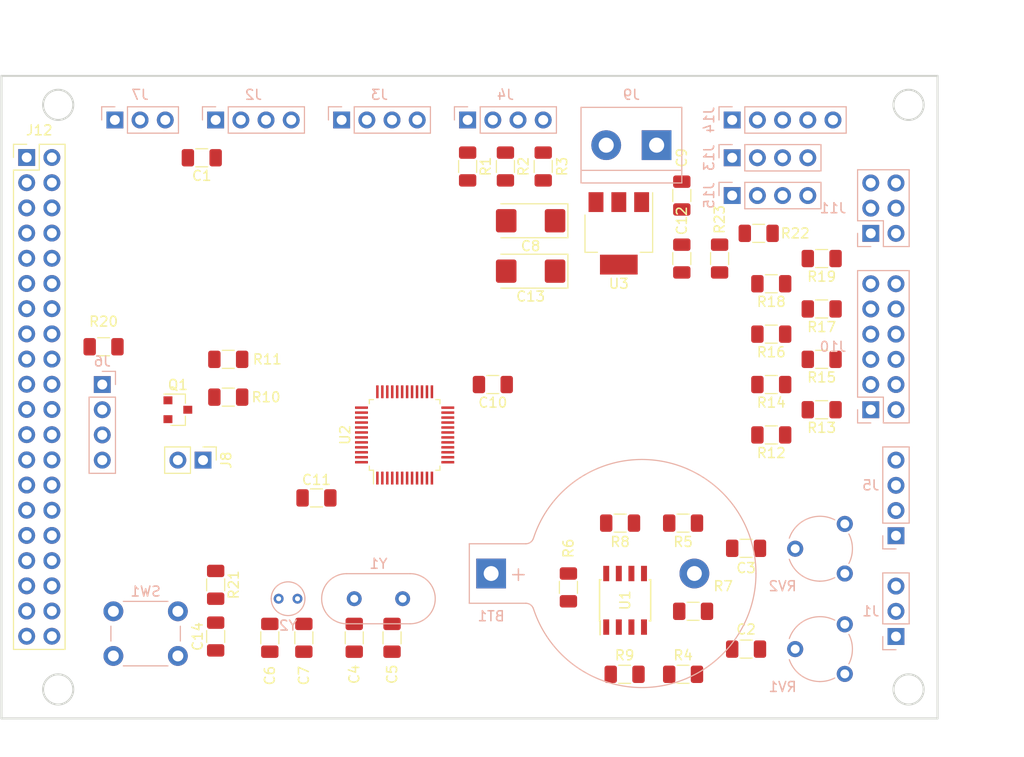
<source format=kicad_pcb>
(kicad_pcb (version 20171130) (host pcbnew 5.0.1)

  (general
    (thickness 1.6)
    (drawings 12)
    (tracks 0)
    (zones 0)
    (modules 62)
    (nets 84)
  )

  (page A4)
  (layers
    (0 F.Cu signal)
    (31 B.Cu signal)
    (32 B.Adhes user hide)
    (33 F.Adhes user hide)
    (34 B.Paste user hide)
    (35 F.Paste user hide)
    (36 B.SilkS user)
    (37 F.SilkS user)
    (38 B.Mask user hide)
    (39 F.Mask user hide)
    (40 Dwgs.User user)
    (41 Cmts.User user)
    (42 Eco1.User user hide)
    (43 Eco2.User user hide)
    (44 Edge.Cuts user)
    (45 Margin user hide)
    (46 B.CrtYd user)
    (47 F.CrtYd user)
    (48 B.Fab user hide)
    (49 F.Fab user hide)
  )

  (setup
    (last_trace_width 0.25)
    (trace_clearance 0.2)
    (zone_clearance 0.508)
    (zone_45_only no)
    (trace_min 0.2)
    (segment_width 0.2)
    (edge_width 0.2)
    (via_size 0.8)
    (via_drill 0.4)
    (via_min_size 0.4)
    (via_min_drill 0.3)
    (uvia_size 0.3)
    (uvia_drill 0.1)
    (uvias_allowed no)
    (uvia_min_size 0.2)
    (uvia_min_drill 0.1)
    (pcb_text_width 0.3)
    (pcb_text_size 1.5 1.5)
    (mod_edge_width 0.15)
    (mod_text_size 1 1)
    (mod_text_width 0.15)
    (pad_size 1.524 1.524)
    (pad_drill 0.762)
    (pad_to_mask_clearance 0.2)
    (solder_mask_min_width 0.25)
    (aux_axis_origin 0 0)
    (visible_elements FFFFFF7F)
    (pcbplotparams
      (layerselection 0x010fc_ffffffff)
      (usegerberextensions false)
      (usegerberattributes false)
      (usegerberadvancedattributes false)
      (creategerberjobfile false)
      (excludeedgelayer true)
      (linewidth 0.100000)
      (plotframeref false)
      (viasonmask false)
      (mode 1)
      (useauxorigin false)
      (hpglpennumber 1)
      (hpglpenspeed 20)
      (hpglpendiameter 15.000000)
      (psnegative false)
      (psa4output false)
      (plotreference true)
      (plotvalue true)
      (plotinvisibletext false)
      (padsonsilk false)
      (subtractmaskfromsilk false)
      (outputformat 1)
      (mirror false)
      (drillshape 1)
      (scaleselection 1)
      (outputdirectory ""))
  )

  (net 0 "")
  (net 1 /DB0)
  (net 2 /DB1)
  (net 3 /DB2)
  (net 4 /DB3)
  (net 5 /DB4)
  (net 6 /DB5)
  (net 7 /DB6)
  (net 8 /DB7)
  (net 9 GNDD)
  (net 10 +3V3)
  (net 11 /RS)
  (net 12 /WR)
  (net 13 /RD)
  (net 14 /CS)
  (net 15 /F_CS)
  (net 16 /T_CLK)
  (net 17 /T_CS)
  (net 18 /T_DIN)
  (net 19 /T_DO)
  (net 20 /T_IRQ)
  (net 21 /SD_DO)
  (net 22 /SD_CLK)
  (net 23 /SD_DIN)
  (net 24 /SD_CS)
  (net 25 /BCKL)
  (net 26 /NRST)
  (net 27 /DB15)
  (net 28 /DB14)
  (net 29 /DB13)
  (net 30 /DB12)
  (net 31 /DB11)
  (net 32 /DB10)
  (net 33 /DB9)
  (net 34 /DB8)
  (net 35 "Net-(J12-Pad3)")
  (net 36 "Net-(J12-Pad18)")
  (net 37 "Net-(J12-Pad20)")
  (net 38 "Net-(J12-Pad32)")
  (net 39 "Net-(J12-Pad39)")
  (net 40 "Net-(J12-Pad40)")
  (net 41 "Net-(C2-Pad1)")
  (net 42 "Net-(C2-Pad2)")
  (net 43 "Net-(C3-Pad2)")
  (net 44 "Net-(C3-Pad1)")
  (net 45 /OSC_IN)
  (net 46 /OSC_OUT)
  (net 47 /OSC32_IN)
  (net 48 /OSC32_OUT)
  (net 49 +5V)
  (net 50 /IN_R)
  (net 51 /IN_L)
  (net 52 /MUTE)
  (net 53 /STBY)
  (net 54 /TX)
  (net 55 /RX)
  (net 56 "Net-(J4-Pad3)")
  (net 57 "Net-(J4-Pad2)")
  (net 58 /RX2)
  (net 59 /TX2)
  (net 60 /TX3)
  (net 61 /RX3)
  (net 62 /IR)
  (net 63 /BTN_0)
  (net 64 /BTN_1)
  (net 65 /BTN_2)
  (net 66 /BTN_3)
  (net 67 /BTN_4)
  (net 68 /BTN_5)
  (net 69 /ENC_B)
  (net 70 /ENC_A)
  (net 71 /SCL)
  (net 72 /SDA)
  (net 73 /HW_RST)
  (net 74 /USB_DM)
  (net 75 /USB_DP)
  (net 76 "Net-(R4-Pad2)")
  (net 77 "Net-(R5-Pad2)")
  (net 78 "Net-(R6-Pad2)")
  (net 79 /SP_R)
  (net 80 /SP_L)
  (net 81 /BOOT0)
  (net 82 /SCK)
  (net 83 /VBAT)

  (net_class Default "Это класс цепей по умолчанию."
    (clearance 0.2)
    (trace_width 0.25)
    (via_dia 0.8)
    (via_drill 0.4)
    (uvia_dia 0.3)
    (uvia_drill 0.1)
    (add_net /BCKL)
    (add_net /BOOT0)
    (add_net /BTN_0)
    (add_net /BTN_1)
    (add_net /BTN_2)
    (add_net /BTN_3)
    (add_net /BTN_4)
    (add_net /BTN_5)
    (add_net /CS)
    (add_net /DB0)
    (add_net /DB1)
    (add_net /DB10)
    (add_net /DB11)
    (add_net /DB12)
    (add_net /DB13)
    (add_net /DB14)
    (add_net /DB15)
    (add_net /DB2)
    (add_net /DB3)
    (add_net /DB4)
    (add_net /DB5)
    (add_net /DB6)
    (add_net /DB7)
    (add_net /DB8)
    (add_net /DB9)
    (add_net /ENC_A)
    (add_net /ENC_B)
    (add_net /F_CS)
    (add_net /HW_RST)
    (add_net /IN_L)
    (add_net /IN_R)
    (add_net /IR)
    (add_net /MUTE)
    (add_net /NRST)
    (add_net /OSC32_IN)
    (add_net /OSC32_OUT)
    (add_net /OSC_IN)
    (add_net /OSC_OUT)
    (add_net /RD)
    (add_net /RS)
    (add_net /RX)
    (add_net /RX2)
    (add_net /RX3)
    (add_net /SCK)
    (add_net /SCL)
    (add_net /SDA)
    (add_net /SD_CLK)
    (add_net /SD_CS)
    (add_net /SD_DIN)
    (add_net /SD_DO)
    (add_net /SP_L)
    (add_net /SP_R)
    (add_net /STBY)
    (add_net /TX)
    (add_net /TX2)
    (add_net /TX3)
    (add_net /T_CLK)
    (add_net /T_CS)
    (add_net /T_DIN)
    (add_net /T_DO)
    (add_net /T_IRQ)
    (add_net /USB_DM)
    (add_net /USB_DP)
    (add_net /WR)
    (add_net GNDD)
    (add_net "Net-(C2-Pad1)")
    (add_net "Net-(C2-Pad2)")
    (add_net "Net-(C3-Pad1)")
    (add_net "Net-(C3-Pad2)")
    (add_net "Net-(J12-Pad18)")
    (add_net "Net-(J12-Pad20)")
    (add_net "Net-(J12-Pad3)")
    (add_net "Net-(J12-Pad32)")
    (add_net "Net-(J12-Pad39)")
    (add_net "Net-(J12-Pad40)")
    (add_net "Net-(J4-Pad2)")
    (add_net "Net-(J4-Pad3)")
    (add_net "Net-(R4-Pad2)")
    (add_net "Net-(R5-Pad2)")
    (add_net "Net-(R6-Pad2)")
  )

  (net_class Power ""
    (clearance 0.2)
    (trace_width 0.4)
    (via_dia 0.8)
    (via_drill 0.4)
    (uvia_dia 0.3)
    (uvia_drill 0.1)
    (add_net +3V3)
    (add_net +5V)
    (add_net /VBAT)
  )

  (module Resistor_SMD:R_1206_3216Metric (layer F.Cu) (tedit 5B301BBD) (tstamp 5C56E89E)
    (at 114.3 100.33 180)
    (descr "Resistor SMD 1206 (3216 Metric), square (rectangular) end terminal, IPC_7351 nominal, (Body size source: http://www.tortai-tech.com/upload/download/2011102023233369053.pdf), generated with kicad-footprint-generator")
    (tags resistor)
    (path /5C5EED39)
    (attr smd)
    (fp_text reference R11 (at -3.94 0 180) (layer F.SilkS)
      (effects (font (size 1 1) (thickness 0.15)))
    )
    (fp_text value 100k (at 0 1.82 180) (layer F.Fab)
      (effects (font (size 1 1) (thickness 0.15)))
    )
    (fp_line (start -1.6 0.8) (end -1.6 -0.8) (layer F.Fab) (width 0.1))
    (fp_line (start -1.6 -0.8) (end 1.6 -0.8) (layer F.Fab) (width 0.1))
    (fp_line (start 1.6 -0.8) (end 1.6 0.8) (layer F.Fab) (width 0.1))
    (fp_line (start 1.6 0.8) (end -1.6 0.8) (layer F.Fab) (width 0.1))
    (fp_line (start -0.602064 -0.91) (end 0.602064 -0.91) (layer F.SilkS) (width 0.12))
    (fp_line (start -0.602064 0.91) (end 0.602064 0.91) (layer F.SilkS) (width 0.12))
    (fp_line (start -2.28 1.12) (end -2.28 -1.12) (layer F.CrtYd) (width 0.05))
    (fp_line (start -2.28 -1.12) (end 2.28 -1.12) (layer F.CrtYd) (width 0.05))
    (fp_line (start 2.28 -1.12) (end 2.28 1.12) (layer F.CrtYd) (width 0.05))
    (fp_line (start 2.28 1.12) (end -2.28 1.12) (layer F.CrtYd) (width 0.05))
    (fp_text user %R (at 0 0 180) (layer F.Fab)
      (effects (font (size 0.8 0.8) (thickness 0.12)))
    )
    (pad 1 smd roundrect (at -1.4 0 180) (size 1.25 1.75) (layers F.Cu F.Paste F.Mask) (roundrect_rratio 0.2)
      (net 10 +3V3))
    (pad 2 smd roundrect (at 1.4 0 180) (size 1.25 1.75) (layers F.Cu F.Paste F.Mask) (roundrect_rratio 0.2)
      (net 3 /DB2))
    (model ${KISYS3DMOD}/Resistor_SMD.3dshapes/R_1206_3216Metric.wrl
      (at (xyz 0 0 0))
      (scale (xyz 1 1 1))
      (rotate (xyz 0 0 0))
    )
  )

  (module ampcontrol-f103:PinSocket_2x20_P2.54mm_Vertical_Top_Bottom (layer F.Cu) (tedit 5C0438D4) (tstamp 5C3B82D1)
    (at 96.52 80.01)
    (descr "Through hole straight socket strip, 2x20, 2.54mm pitch, double cols (from Kicad 4.0.7), script generated")
    (tags "Through hole socket strip THT 2x20 2.54mm double row")
    (path /5C047533)
    (fp_text reference J12 (at -1.27 -2.77) (layer F.SilkS)
      (effects (font (size 1 1) (thickness 0.15)))
    )
    (fp_text value TFT (at -1.27 51.03) (layer F.Fab)
      (effects (font (size 1 1) (thickness 0.15)))
    )
    (fp_line (start 1.27 -1.297414) (end -2.81 -1.297414) (layer F.Fab) (width 0.1))
    (fp_line (start -2.81 -1.297414) (end -3.81 -0.297414) (layer F.Fab) (width 0.1))
    (fp_line (start -3.81 -0.297414) (end -3.81 49.502586) (layer F.Fab) (width 0.1))
    (fp_line (start -3.81 49.502586) (end 1.27 49.502586) (layer F.Fab) (width 0.1))
    (fp_line (start 1.27 49.502586) (end 1.27 -1.297414) (layer F.Fab) (width 0.1))
    (fp_line (start 1.33 -1.357414) (end -1.27 -1.357414) (layer F.SilkS) (width 0.12))
    (fp_line (start 1.33 -1.357414) (end 1.33 49.562586) (layer F.SilkS) (width 0.12))
    (fp_line (start 1.33 49.562586) (end -3.87 49.562586) (layer F.SilkS) (width 0.12))
    (fp_line (start -3.87 1.242586) (end -3.87 49.562586) (layer F.SilkS) (width 0.12))
    (fp_line (start -1.27 1.242586) (end -3.87 1.242586) (layer F.SilkS) (width 0.12))
    (fp_line (start -1.27 -1.357414) (end -1.27 1.242586) (layer F.SilkS) (width 0.12))
    (fp_line (start -3.87 -1.357414) (end -3.87 -0.027414) (layer F.SilkS) (width 0.12))
    (fp_line (start -2.54 -1.357414) (end -3.87 -1.357414) (layer F.SilkS) (width 0.12))
    (fp_line (start -4.34 -1.8) (end 1.76 -1.8) (layer F.CrtYd) (width 0.05))
    (fp_line (start 1.76 -1.8) (end 1.76 50) (layer F.CrtYd) (width 0.05))
    (fp_line (start 1.76 50) (end -4.34 50) (layer F.CrtYd) (width 0.05))
    (fp_line (start -4.34 50) (end -4.34 -1.8) (layer F.CrtYd) (width 0.05))
    (fp_text user %R (at -1.27 24.102586 90) (layer F.Fab)
      (effects (font (size 1 1) (thickness 0.15)))
    )
    (pad 1 thru_hole rect (at -2.54 -0.027414) (size 1.7 1.7) (drill 1) (layers *.Cu *.Mask)
      (net 9 GNDD))
    (pad 2 thru_hole oval (at -2.54 2.512586) (size 1.7 1.7) (drill 1) (layers *.Cu *.Mask)
      (net 10 +3V3))
    (pad 3 thru_hole oval (at -2.54 5.052586) (size 1.7 1.7) (drill 1) (layers *.Cu *.Mask)
      (net 35 "Net-(J12-Pad3)"))
    (pad 4 thru_hole oval (at -2.54 7.592586) (size 1.7 1.7) (drill 1) (layers *.Cu *.Mask)
      (net 11 /RS))
    (pad 5 thru_hole oval (at -2.54 10.132586) (size 1.7 1.7) (drill 1) (layers *.Cu *.Mask)
      (net 12 /WR))
    (pad 6 thru_hole oval (at -2.54 12.672586) (size 1.7 1.7) (drill 1) (layers *.Cu *.Mask)
      (net 13 /RD))
    (pad 7 thru_hole oval (at -2.54 15.212586) (size 1.7 1.7) (drill 1) (layers *.Cu *.Mask)
      (net 34 /DB8))
    (pad 8 thru_hole oval (at -2.54 17.752586) (size 1.7 1.7) (drill 1) (layers *.Cu *.Mask)
      (net 33 /DB9))
    (pad 9 thru_hole oval (at -2.54 20.292586) (size 1.7 1.7) (drill 1) (layers *.Cu *.Mask)
      (net 32 /DB10))
    (pad 10 thru_hole oval (at -2.54 22.832586) (size 1.7 1.7) (drill 1) (layers *.Cu *.Mask)
      (net 31 /DB11))
    (pad 11 thru_hole oval (at -2.54 25.372586) (size 1.7 1.7) (drill 1) (layers *.Cu *.Mask)
      (net 30 /DB12))
    (pad 12 thru_hole oval (at -2.54 27.912586) (size 1.7 1.7) (drill 1) (layers *.Cu *.Mask)
      (net 29 /DB13))
    (pad 13 thru_hole oval (at -2.54 30.452586) (size 1.7 1.7) (drill 1) (layers *.Cu *.Mask)
      (net 28 /DB14))
    (pad 14 thru_hole oval (at -2.54 32.992586) (size 1.7 1.7) (drill 1) (layers *.Cu *.Mask)
      (net 27 /DB15))
    (pad 15 thru_hole oval (at -2.54 35.532586) (size 1.7 1.7) (drill 1) (layers *.Cu *.Mask)
      (net 14 /CS))
    (pad 16 thru_hole oval (at -2.54 38.072586) (size 1.7 1.7) (drill 1) (layers *.Cu *.Mask)
      (net 15 /F_CS))
    (pad 17 thru_hole oval (at -2.54 40.612586) (size 1.7 1.7) (drill 1) (layers *.Cu *.Mask)
      (net 26 /NRST))
    (pad 18 thru_hole oval (at -2.54 43.152586) (size 1.7 1.7) (drill 1) (layers *.Cu *.Mask)
      (net 36 "Net-(J12-Pad18)"))
    (pad 19 thru_hole oval (at -2.54 45.692586) (size 1.7 1.7) (drill 1) (layers *.Cu *.Mask)
      (net 25 /BCKL))
    (pad 20 thru_hole oval (at -2.54 48.232586) (size 1.7 1.7) (drill 1) (layers *.Cu *.Mask)
      (net 37 "Net-(J12-Pad20)"))
    (pad 21 thru_hole oval (at 0 -0.027414) (size 1.7 1.7) (drill 1) (layers *.Cu *.Mask)
      (net 1 /DB0))
    (pad 22 thru_hole oval (at 0 2.512586) (size 1.7 1.7) (drill 1) (layers *.Cu *.Mask)
      (net 2 /DB1))
    (pad 23 thru_hole oval (at 0 5.052586) (size 1.7 1.7) (drill 1) (layers *.Cu *.Mask)
      (net 3 /DB2))
    (pad 24 thru_hole oval (at 0 7.592586) (size 1.7 1.7) (drill 1) (layers *.Cu *.Mask)
      (net 4 /DB3))
    (pad 25 thru_hole oval (at 0 10.132586) (size 1.7 1.7) (drill 1) (layers *.Cu *.Mask)
      (net 5 /DB4))
    (pad 26 thru_hole oval (at 0 12.672586) (size 1.7 1.7) (drill 1) (layers *.Cu *.Mask)
      (net 6 /DB5))
    (pad 27 thru_hole oval (at 0 15.212586) (size 1.7 1.7) (drill 1) (layers *.Cu *.Mask)
      (net 7 /DB6))
    (pad 28 thru_hole oval (at 0 17.752586) (size 1.7 1.7) (drill 1) (layers *.Cu *.Mask)
      (net 8 /DB7))
    (pad 29 thru_hole oval (at 0 20.292586) (size 1.7 1.7) (drill 1) (layers *.Cu *.Mask)
      (net 16 /T_CLK))
    (pad 30 thru_hole oval (at 0 22.832586) (size 1.7 1.7) (drill 1) (layers *.Cu *.Mask)
      (net 17 /T_CS))
    (pad 31 thru_hole oval (at 0 25.372586) (size 1.7 1.7) (drill 1) (layers *.Cu *.Mask)
      (net 18 /T_DIN))
    (pad 32 thru_hole oval (at 0 27.912586) (size 1.7 1.7) (drill 1) (layers *.Cu *.Mask)
      (net 38 "Net-(J12-Pad32)"))
    (pad 33 thru_hole oval (at 0 30.452586) (size 1.7 1.7) (drill 1) (layers *.Cu *.Mask)
      (net 19 /T_DO))
    (pad 34 thru_hole oval (at 0 32.992586) (size 1.7 1.7) (drill 1) (layers *.Cu *.Mask)
      (net 20 /T_IRQ))
    (pad 35 thru_hole oval (at 0 35.532586) (size 1.7 1.7) (drill 1) (layers *.Cu *.Mask)
      (net 21 /SD_DO))
    (pad 36 thru_hole oval (at 0 38.072586) (size 1.7 1.7) (drill 1) (layers *.Cu *.Mask)
      (net 22 /SD_CLK))
    (pad 37 thru_hole oval (at 0 40.612586) (size 1.7 1.7) (drill 1) (layers *.Cu *.Mask)
      (net 23 /SD_DIN))
    (pad 38 thru_hole oval (at 0 43.152586) (size 1.7 1.7) (drill 1) (layers *.Cu *.Mask)
      (net 24 /SD_CS))
    (pad 39 thru_hole oval (at 0 45.692586) (size 1.7 1.7) (drill 1) (layers *.Cu *.Mask)
      (net 39 "Net-(J12-Pad39)"))
    (pad 40 thru_hole oval (at 0 48.232586) (size 1.7 1.7) (drill 1) (layers *.Cu *.Mask)
      (net 40 "Net-(J12-Pad40)"))
    (model ${KISYS3DMOD}/Connector_PinSocket_2.54mm.3dshapes/PinSocket_2x20_P2.54mm_Vertical.wrl
      (at (xyz 0 0 0))
      (scale (xyz 1 1 1))
      (rotate (xyz 0 0 0))
    )
  )

  (module Battery:BatteryHolder_Keystone_103_1x20mm (layer B.Cu) (tedit 5787C32C) (tstamp 5C5D6FE3)
    (at 140.8 121.92)
    (descr http://www.keyelco.com/product-pdf.cfm?p=719)
    (tags "Keystone type 103 battery holder")
    (path /5CB11A02)
    (fp_text reference BT1 (at 0 4.3) (layer B.SilkS)
      (effects (font (size 1 1) (thickness 0.15)) (justify mirror))
    )
    (fp_text value 3.3V (at 15 -13) (layer B.Fab)
      (effects (font (size 1 1) (thickness 0.15)) (justify mirror))
    )
    (fp_text user + (at 2.75 0) (layer B.SilkS)
      (effects (font (size 1.5 1.5) (thickness 0.15)) (justify mirror))
    )
    (fp_text user %R (at 0 0) (layer B.Fab)
      (effects (font (size 1 1) (thickness 0.15)) (justify mirror))
    )
    (fp_arc (start 15.2 0) (end 4.01 -3.6) (angle 162.5) (layer B.CrtYd) (width 0.05))
    (fp_arc (start 15.2 0) (end 4.01 3.6) (angle -162.5) (layer B.CrtYd) (width 0.05))
    (fp_arc (start 3.5 -3.8) (end 3.5 -3.25) (angle -70) (layer B.CrtYd) (width 0.05))
    (fp_arc (start 3.5 3.8) (end 3.5 3.25) (angle 70) (layer B.CrtYd) (width 0.05))
    (fp_arc (start 15.2 0) (end 4.25 -3.5) (angle 162.5) (layer B.SilkS) (width 0.12))
    (fp_arc (start 3.5 -3.8) (end 3.5 -3) (angle -70) (layer B.SilkS) (width 0.12))
    (fp_arc (start 15.2 0) (end 4.25 3.5) (angle -162.5) (layer B.SilkS) (width 0.12))
    (fp_arc (start 3.5 3.8) (end 3.5 3) (angle 70) (layer B.SilkS) (width 0.12))
    (fp_arc (start 3.5 -3.8) (end 3.5 -2.9) (angle -70) (layer B.Fab) (width 0.1))
    (fp_arc (start 15.2 0) (end 4.35 -3.5) (angle 162.5) (layer B.Fab) (width 0.1))
    (fp_arc (start 15.2 0) (end 4.35 3.5) (angle -162.5) (layer B.Fab) (width 0.1))
    (fp_arc (start 15.2 0) (end 5.2 -1.3) (angle 180) (layer B.Fab) (width 0.1))
    (fp_line (start -2.45 3.25) (end 3.5 3.25) (layer B.CrtYd) (width 0.05))
    (fp_line (start -2.45 -3.25) (end 3.5 -3.25) (layer B.CrtYd) (width 0.05))
    (fp_line (start -2.45 -3.25) (end -2.45 3.25) (layer B.CrtYd) (width 0.05))
    (fp_line (start -2.2 3) (end 3.5 3) (layer B.SilkS) (width 0.12))
    (fp_line (start -2.2 -3) (end -2.2 3) (layer B.SilkS) (width 0.12))
    (fp_line (start -2.2 -3) (end 3.5 -3) (layer B.SilkS) (width 0.12))
    (fp_arc (start 15.2 0) (end 9 -1.3) (angle 170) (layer B.Fab) (width 0.1))
    (fp_arc (start 15.2 0) (end 13.3 -1.3) (angle 150) (layer B.Fab) (width 0.1))
    (fp_line (start 23.5712 -7.7216) (end 22.6568 -6.8834) (layer B.Fab) (width 0.1))
    (fp_line (start 23.5712 7.7216) (end 22.6314 6.858) (layer B.Fab) (width 0.1))
    (fp_arc (start 15.2 0) (end 13.3 1.3) (angle -150) (layer B.Fab) (width 0.1))
    (fp_arc (start 15.2 0) (end 9 1.3) (angle -170) (layer B.Fab) (width 0.1))
    (fp_arc (start 15.2 0) (end 5.2 1.3) (angle -180) (layer B.Fab) (width 0.1))
    (fp_line (start 3.5306 2.9) (end -1.7 2.9) (layer B.Fab) (width 0.1))
    (fp_line (start -1.7 -2.9) (end 3.5306 -2.9) (layer B.Fab) (width 0.1))
    (fp_line (start -2.1 2.5) (end -2.1 -2.5) (layer B.Fab) (width 0.1))
    (fp_line (start 0 -1.3) (end 16.2 -1.3) (layer B.Fab) (width 0.1))
    (fp_line (start 16.2 1.3) (end 0 1.3) (layer B.Fab) (width 0.1))
    (fp_arc (start 3.5 3.8) (end 3.5 2.9) (angle 70) (layer B.Fab) (width 0.1))
    (fp_arc (start 16.2 0) (end 16.2 1.3) (angle -180) (layer B.Fab) (width 0.1))
    (fp_line (start 0 1.3) (end 0 -1.3) (layer B.Fab) (width 0.1))
    (fp_arc (start -1.7 -2.5) (end -2.1 -2.5) (angle 90) (layer B.Fab) (width 0.1))
    (fp_arc (start -1.7 2.5) (end -2.1 2.5) (angle -90) (layer B.Fab) (width 0.1))
    (pad 2 thru_hole circle (at 20.49 0) (size 3 3) (drill 1.5) (layers *.Cu *.Mask)
      (net 9 GNDD))
    (pad 1 thru_hole rect (at 0 0) (size 3 3) (drill 1.5) (layers *.Cu *.Mask)
      (net 83 /VBAT))
    (model ${KISYS3DMOD}/Battery.3dshapes/BatteryHolder_Keystone_103_1x20mm.wrl
      (at (xyz 0 0 0))
      (scale (xyz 1 1 1))
      (rotate (xyz 0 0 0))
    )
  )

  (module Capacitor_SMD:C_1206_3216Metric (layer F.Cu) (tedit 5B301BBE) (tstamp 5C5ED3F6)
    (at 111.63 80.01 180)
    (descr "Capacitor SMD 1206 (3216 Metric), square (rectangular) end terminal, IPC_7351 nominal, (Body size source: http://www.tortai-tech.com/upload/download/2011102023233369053.pdf), generated with kicad-footprint-generator")
    (tags capacitor)
    (path /5C5521B6)
    (attr smd)
    (fp_text reference C1 (at 0 -1.82 180) (layer F.SilkS)
      (effects (font (size 1 1) (thickness 0.15)))
    )
    (fp_text value 0.22 (at 0 1.82 180) (layer F.Fab)
      (effects (font (size 1 1) (thickness 0.15)))
    )
    (fp_text user %R (at 0 0 180) (layer F.Fab)
      (effects (font (size 0.8 0.8) (thickness 0.12)))
    )
    (fp_line (start 2.28 1.12) (end -2.28 1.12) (layer F.CrtYd) (width 0.05))
    (fp_line (start 2.28 -1.12) (end 2.28 1.12) (layer F.CrtYd) (width 0.05))
    (fp_line (start -2.28 -1.12) (end 2.28 -1.12) (layer F.CrtYd) (width 0.05))
    (fp_line (start -2.28 1.12) (end -2.28 -1.12) (layer F.CrtYd) (width 0.05))
    (fp_line (start -0.602064 0.91) (end 0.602064 0.91) (layer F.SilkS) (width 0.12))
    (fp_line (start -0.602064 -0.91) (end 0.602064 -0.91) (layer F.SilkS) (width 0.12))
    (fp_line (start 1.6 0.8) (end -1.6 0.8) (layer F.Fab) (width 0.1))
    (fp_line (start 1.6 -0.8) (end 1.6 0.8) (layer F.Fab) (width 0.1))
    (fp_line (start -1.6 -0.8) (end 1.6 -0.8) (layer F.Fab) (width 0.1))
    (fp_line (start -1.6 0.8) (end -1.6 -0.8) (layer F.Fab) (width 0.1))
    (pad 2 smd roundrect (at 1.4 0 180) (size 1.25 1.75) (layers F.Cu F.Paste F.Mask) (roundrect_rratio 0.2)
      (net 9 GNDD))
    (pad 1 smd roundrect (at -1.4 0 180) (size 1.25 1.75) (layers F.Cu F.Paste F.Mask) (roundrect_rratio 0.2)
      (net 10 +3V3))
    (model ${KISYS3DMOD}/Capacitor_SMD.3dshapes/C_1206_3216Metric.wrl
      (at (xyz 0 0 0))
      (scale (xyz 1 1 1))
      (rotate (xyz 0 0 0))
    )
  )

  (module Capacitor_SMD:C_1206_3216Metric (layer F.Cu) (tedit 5B301BBE) (tstamp 5C56E5B5)
    (at 166.5 129.54)
    (descr "Capacitor SMD 1206 (3216 Metric), square (rectangular) end terminal, IPC_7351 nominal, (Body size source: http://www.tortai-tech.com/upload/download/2011102023233369053.pdf), generated with kicad-footprint-generator")
    (tags capacitor)
    (path /5C19B1FC)
    (attr smd)
    (fp_text reference C2 (at 0 -1.985006) (layer F.SilkS)
      (effects (font (size 1 1) (thickness 0.15)))
    )
    (fp_text value 2.2 (at 0 1.82) (layer F.Fab)
      (effects (font (size 1 1) (thickness 0.15)))
    )
    (fp_line (start -1.6 0.8) (end -1.6 -0.8) (layer F.Fab) (width 0.1))
    (fp_line (start -1.6 -0.8) (end 1.6 -0.8) (layer F.Fab) (width 0.1))
    (fp_line (start 1.6 -0.8) (end 1.6 0.8) (layer F.Fab) (width 0.1))
    (fp_line (start 1.6 0.8) (end -1.6 0.8) (layer F.Fab) (width 0.1))
    (fp_line (start -0.602064 -0.91) (end 0.602064 -0.91) (layer F.SilkS) (width 0.12))
    (fp_line (start -0.602064 0.91) (end 0.602064 0.91) (layer F.SilkS) (width 0.12))
    (fp_line (start -2.28 1.12) (end -2.28 -1.12) (layer F.CrtYd) (width 0.05))
    (fp_line (start -2.28 -1.12) (end 2.28 -1.12) (layer F.CrtYd) (width 0.05))
    (fp_line (start 2.28 -1.12) (end 2.28 1.12) (layer F.CrtYd) (width 0.05))
    (fp_line (start 2.28 1.12) (end -2.28 1.12) (layer F.CrtYd) (width 0.05))
    (fp_text user %R (at 0 0) (layer F.Fab)
      (effects (font (size 0.8 0.8) (thickness 0.12)))
    )
    (pad 1 smd roundrect (at -1.4 0) (size 1.25 1.75) (layers F.Cu F.Paste F.Mask) (roundrect_rratio 0.2)
      (net 41 "Net-(C2-Pad1)"))
    (pad 2 smd roundrect (at 1.4 0) (size 1.25 1.75) (layers F.Cu F.Paste F.Mask) (roundrect_rratio 0.2)
      (net 42 "Net-(C2-Pad2)"))
    (model ${KISYS3DMOD}/Capacitor_SMD.3dshapes/C_1206_3216Metric.wrl
      (at (xyz 0 0 0))
      (scale (xyz 1 1 1))
      (rotate (xyz 0 0 0))
    )
  )

  (module Capacitor_SMD:C_1206_3216Metric (layer F.Cu) (tedit 5B301BBE) (tstamp 5C56E5C6)
    (at 166.5 119.38)
    (descr "Capacitor SMD 1206 (3216 Metric), square (rectangular) end terminal, IPC_7351 nominal, (Body size source: http://www.tortai-tech.com/upload/download/2011102023233369053.pdf), generated with kicad-footprint-generator")
    (tags capacitor)
    (path /5C1CAA4F)
    (attr smd)
    (fp_text reference C3 (at 0 1.985006) (layer F.SilkS)
      (effects (font (size 1 1) (thickness 0.15)))
    )
    (fp_text value 2.2 (at 0 1.82) (layer F.Fab)
      (effects (font (size 1 1) (thickness 0.15)))
    )
    (fp_text user %R (at 0 0) (layer F.Fab)
      (effects (font (size 0.8 0.8) (thickness 0.12)))
    )
    (fp_line (start 2.28 1.12) (end -2.28 1.12) (layer F.CrtYd) (width 0.05))
    (fp_line (start 2.28 -1.12) (end 2.28 1.12) (layer F.CrtYd) (width 0.05))
    (fp_line (start -2.28 -1.12) (end 2.28 -1.12) (layer F.CrtYd) (width 0.05))
    (fp_line (start -2.28 1.12) (end -2.28 -1.12) (layer F.CrtYd) (width 0.05))
    (fp_line (start -0.602064 0.91) (end 0.602064 0.91) (layer F.SilkS) (width 0.12))
    (fp_line (start -0.602064 -0.91) (end 0.602064 -0.91) (layer F.SilkS) (width 0.12))
    (fp_line (start 1.6 0.8) (end -1.6 0.8) (layer F.Fab) (width 0.1))
    (fp_line (start 1.6 -0.8) (end 1.6 0.8) (layer F.Fab) (width 0.1))
    (fp_line (start -1.6 -0.8) (end 1.6 -0.8) (layer F.Fab) (width 0.1))
    (fp_line (start -1.6 0.8) (end -1.6 -0.8) (layer F.Fab) (width 0.1))
    (pad 2 smd roundrect (at 1.4 0) (size 1.25 1.75) (layers F.Cu F.Paste F.Mask) (roundrect_rratio 0.2)
      (net 43 "Net-(C3-Pad2)"))
    (pad 1 smd roundrect (at -1.4 0) (size 1.25 1.75) (layers F.Cu F.Paste F.Mask) (roundrect_rratio 0.2)
      (net 44 "Net-(C3-Pad1)"))
    (model ${KISYS3DMOD}/Capacitor_SMD.3dshapes/C_1206_3216Metric.wrl
      (at (xyz 0 0 0))
      (scale (xyz 1 1 1))
      (rotate (xyz 0 0 0))
    )
  )

  (module Capacitor_SMD:C_1206_3216Metric (layer F.Cu) (tedit 5B301BBE) (tstamp 5C56E5D7)
    (at 127 128.4 270)
    (descr "Capacitor SMD 1206 (3216 Metric), square (rectangular) end terminal, IPC_7351 nominal, (Body size source: http://www.tortai-tech.com/upload/download/2011102023233369053.pdf), generated with kicad-footprint-generator")
    (tags capacitor)
    (path /5CBDA9D5)
    (attr smd)
    (fp_text reference C4 (at 3.68 0 270) (layer F.SilkS)
      (effects (font (size 1 1) (thickness 0.15)))
    )
    (fp_text value 20p (at 0 1.82 270) (layer F.Fab)
      (effects (font (size 1 1) (thickness 0.15)))
    )
    (fp_line (start -1.6 0.8) (end -1.6 -0.8) (layer F.Fab) (width 0.1))
    (fp_line (start -1.6 -0.8) (end 1.6 -0.8) (layer F.Fab) (width 0.1))
    (fp_line (start 1.6 -0.8) (end 1.6 0.8) (layer F.Fab) (width 0.1))
    (fp_line (start 1.6 0.8) (end -1.6 0.8) (layer F.Fab) (width 0.1))
    (fp_line (start -0.602064 -0.91) (end 0.602064 -0.91) (layer F.SilkS) (width 0.12))
    (fp_line (start -0.602064 0.91) (end 0.602064 0.91) (layer F.SilkS) (width 0.12))
    (fp_line (start -2.28 1.12) (end -2.28 -1.12) (layer F.CrtYd) (width 0.05))
    (fp_line (start -2.28 -1.12) (end 2.28 -1.12) (layer F.CrtYd) (width 0.05))
    (fp_line (start 2.28 -1.12) (end 2.28 1.12) (layer F.CrtYd) (width 0.05))
    (fp_line (start 2.28 1.12) (end -2.28 1.12) (layer F.CrtYd) (width 0.05))
    (fp_text user %R (at 0 0 270) (layer F.Fab)
      (effects (font (size 0.8 0.8) (thickness 0.12)))
    )
    (pad 1 smd roundrect (at -1.4 0 270) (size 1.25 1.75) (layers F.Cu F.Paste F.Mask) (roundrect_rratio 0.2)
      (net 45 /OSC_IN))
    (pad 2 smd roundrect (at 1.4 0 270) (size 1.25 1.75) (layers F.Cu F.Paste F.Mask) (roundrect_rratio 0.2)
      (net 9 GNDD))
    (model ${KISYS3DMOD}/Capacitor_SMD.3dshapes/C_1206_3216Metric.wrl
      (at (xyz 0 0 0))
      (scale (xyz 1 1 1))
      (rotate (xyz 0 0 0))
    )
  )

  (module Capacitor_SMD:C_1206_3216Metric (layer F.Cu) (tedit 5B301BBE) (tstamp 5C5AD4A5)
    (at 130.81 128.4 90)
    (descr "Capacitor SMD 1206 (3216 Metric), square (rectangular) end terminal, IPC_7351 nominal, (Body size source: http://www.tortai-tech.com/upload/download/2011102023233369053.pdf), generated with kicad-footprint-generator")
    (tags capacitor)
    (path /5CBDA9CE)
    (attr smd)
    (fp_text reference C5 (at -3.68 0 90) (layer F.SilkS)
      (effects (font (size 1 1) (thickness 0.15)))
    )
    (fp_text value 20p (at 0 1.82 90) (layer F.Fab)
      (effects (font (size 1 1) (thickness 0.15)))
    )
    (fp_line (start -1.6 0.8) (end -1.6 -0.8) (layer F.Fab) (width 0.1))
    (fp_line (start -1.6 -0.8) (end 1.6 -0.8) (layer F.Fab) (width 0.1))
    (fp_line (start 1.6 -0.8) (end 1.6 0.8) (layer F.Fab) (width 0.1))
    (fp_line (start 1.6 0.8) (end -1.6 0.8) (layer F.Fab) (width 0.1))
    (fp_line (start -0.602064 -0.91) (end 0.602064 -0.91) (layer F.SilkS) (width 0.12))
    (fp_line (start -0.602064 0.91) (end 0.602064 0.91) (layer F.SilkS) (width 0.12))
    (fp_line (start -2.28 1.12) (end -2.28 -1.12) (layer F.CrtYd) (width 0.05))
    (fp_line (start -2.28 -1.12) (end 2.28 -1.12) (layer F.CrtYd) (width 0.05))
    (fp_line (start 2.28 -1.12) (end 2.28 1.12) (layer F.CrtYd) (width 0.05))
    (fp_line (start 2.28 1.12) (end -2.28 1.12) (layer F.CrtYd) (width 0.05))
    (fp_text user %R (at 0 0 90) (layer F.Fab)
      (effects (font (size 0.8 0.8) (thickness 0.12)))
    )
    (pad 1 smd roundrect (at -1.4 0 90) (size 1.25 1.75) (layers F.Cu F.Paste F.Mask) (roundrect_rratio 0.2)
      (net 9 GNDD))
    (pad 2 smd roundrect (at 1.4 0 90) (size 1.25 1.75) (layers F.Cu F.Paste F.Mask) (roundrect_rratio 0.2)
      (net 46 /OSC_OUT))
    (model ${KISYS3DMOD}/Capacitor_SMD.3dshapes/C_1206_3216Metric.wrl
      (at (xyz 0 0 0))
      (scale (xyz 1 1 1))
      (rotate (xyz 0 0 0))
    )
  )

  (module Capacitor_SMD:C_1206_3216Metric (layer F.Cu) (tedit 5B301BBE) (tstamp 5C5B349D)
    (at 118.488 128.4 270)
    (descr "Capacitor SMD 1206 (3216 Metric), square (rectangular) end terminal, IPC_7351 nominal, (Body size source: http://www.tortai-tech.com/upload/download/2011102023233369053.pdf), generated with kicad-footprint-generator")
    (tags capacitor)
    (path /5C12CD53)
    (attr smd)
    (fp_text reference C6 (at 3.81 0 270) (layer F.SilkS)
      (effects (font (size 1 1) (thickness 0.15)))
    )
    (fp_text value 6p2 (at 0 1.82 270) (layer F.Fab)
      (effects (font (size 1 1) (thickness 0.15)))
    )
    (fp_text user %R (at 0 0 270) (layer F.Fab)
      (effects (font (size 0.8 0.8) (thickness 0.12)))
    )
    (fp_line (start 2.28 1.12) (end -2.28 1.12) (layer F.CrtYd) (width 0.05))
    (fp_line (start 2.28 -1.12) (end 2.28 1.12) (layer F.CrtYd) (width 0.05))
    (fp_line (start -2.28 -1.12) (end 2.28 -1.12) (layer F.CrtYd) (width 0.05))
    (fp_line (start -2.28 1.12) (end -2.28 -1.12) (layer F.CrtYd) (width 0.05))
    (fp_line (start -0.602064 0.91) (end 0.602064 0.91) (layer F.SilkS) (width 0.12))
    (fp_line (start -0.602064 -0.91) (end 0.602064 -0.91) (layer F.SilkS) (width 0.12))
    (fp_line (start 1.6 0.8) (end -1.6 0.8) (layer F.Fab) (width 0.1))
    (fp_line (start 1.6 -0.8) (end 1.6 0.8) (layer F.Fab) (width 0.1))
    (fp_line (start -1.6 -0.8) (end 1.6 -0.8) (layer F.Fab) (width 0.1))
    (fp_line (start -1.6 0.8) (end -1.6 -0.8) (layer F.Fab) (width 0.1))
    (pad 2 smd roundrect (at 1.4 0 270) (size 1.25 1.75) (layers F.Cu F.Paste F.Mask) (roundrect_rratio 0.2)
      (net 9 GNDD))
    (pad 1 smd roundrect (at -1.4 0 270) (size 1.25 1.75) (layers F.Cu F.Paste F.Mask) (roundrect_rratio 0.2)
      (net 47 /OSC32_IN))
    (model ${KISYS3DMOD}/Capacitor_SMD.3dshapes/C_1206_3216Metric.wrl
      (at (xyz 0 0 0))
      (scale (xyz 1 1 1))
      (rotate (xyz 0 0 0))
    )
  )

  (module Capacitor_SMD:C_1206_3216Metric (layer F.Cu) (tedit 5B301BBE) (tstamp 5C56E60A)
    (at 121.92 128.4 90)
    (descr "Capacitor SMD 1206 (3216 Metric), square (rectangular) end terminal, IPC_7351 nominal, (Body size source: http://www.tortai-tech.com/upload/download/2011102023233369053.pdf), generated with kicad-footprint-generator")
    (tags capacitor)
    (path /5C12CD09)
    (attr smd)
    (fp_text reference C7 (at -3.81 0 90) (layer F.SilkS)
      (effects (font (size 1 1) (thickness 0.15)))
    )
    (fp_text value 6p2 (at 0 1.82 90) (layer F.Fab)
      (effects (font (size 1 1) (thickness 0.15)))
    )
    (fp_line (start -1.6 0.8) (end -1.6 -0.8) (layer F.Fab) (width 0.1))
    (fp_line (start -1.6 -0.8) (end 1.6 -0.8) (layer F.Fab) (width 0.1))
    (fp_line (start 1.6 -0.8) (end 1.6 0.8) (layer F.Fab) (width 0.1))
    (fp_line (start 1.6 0.8) (end -1.6 0.8) (layer F.Fab) (width 0.1))
    (fp_line (start -0.602064 -0.91) (end 0.602064 -0.91) (layer F.SilkS) (width 0.12))
    (fp_line (start -0.602064 0.91) (end 0.602064 0.91) (layer F.SilkS) (width 0.12))
    (fp_line (start -2.28 1.12) (end -2.28 -1.12) (layer F.CrtYd) (width 0.05))
    (fp_line (start -2.28 -1.12) (end 2.28 -1.12) (layer F.CrtYd) (width 0.05))
    (fp_line (start 2.28 -1.12) (end 2.28 1.12) (layer F.CrtYd) (width 0.05))
    (fp_line (start 2.28 1.12) (end -2.28 1.12) (layer F.CrtYd) (width 0.05))
    (fp_text user %R (at 0 0 90) (layer F.Fab)
      (effects (font (size 0.8 0.8) (thickness 0.12)))
    )
    (pad 1 smd roundrect (at -1.4 0 90) (size 1.25 1.75) (layers F.Cu F.Paste F.Mask) (roundrect_rratio 0.2)
      (net 9 GNDD))
    (pad 2 smd roundrect (at 1.4 0 90) (size 1.25 1.75) (layers F.Cu F.Paste F.Mask) (roundrect_rratio 0.2)
      (net 48 /OSC32_OUT))
    (model ${KISYS3DMOD}/Capacitor_SMD.3dshapes/C_1206_3216Metric.wrl
      (at (xyz 0 0 0))
      (scale (xyz 1 1 1))
      (rotate (xyz 0 0 0))
    )
  )

  (module Capacitor_Tantalum_SMD:CP_EIA-6032-28_Kemet-C (layer F.Cu) (tedit 5B301BBE) (tstamp 5C5C7E4E)
    (at 144.78 86.36 180)
    (descr "Tantalum Capacitor SMD Kemet-C (6032-28 Metric), IPC_7351 nominal, (Body size from: http://www.kemet.com/Lists/ProductCatalog/Attachments/253/KEM_TC101_STD.pdf), generated with kicad-footprint-generator")
    (tags "capacitor tantalum")
    (path /5C9A678D)
    (attr smd)
    (fp_text reference C8 (at 0 -2.55 180) (layer F.SilkS)
      (effects (font (size 1 1) (thickness 0.15)))
    )
    (fp_text value 22.0 (at 0 2.55 180) (layer F.Fab)
      (effects (font (size 1 1) (thickness 0.15)))
    )
    (fp_text user %R (at 0 0 180) (layer F.Fab)
      (effects (font (size 1 1) (thickness 0.15)))
    )
    (fp_line (start 3.75 1.85) (end -3.75 1.85) (layer F.CrtYd) (width 0.05))
    (fp_line (start 3.75 -1.85) (end 3.75 1.85) (layer F.CrtYd) (width 0.05))
    (fp_line (start -3.75 -1.85) (end 3.75 -1.85) (layer F.CrtYd) (width 0.05))
    (fp_line (start -3.75 1.85) (end -3.75 -1.85) (layer F.CrtYd) (width 0.05))
    (fp_line (start -3.76 1.71) (end 3 1.71) (layer F.SilkS) (width 0.12))
    (fp_line (start -3.76 -1.71) (end -3.76 1.71) (layer F.SilkS) (width 0.12))
    (fp_line (start 3 -1.71) (end -3.76 -1.71) (layer F.SilkS) (width 0.12))
    (fp_line (start 3 1.6) (end 3 -1.6) (layer F.Fab) (width 0.1))
    (fp_line (start -3 1.6) (end 3 1.6) (layer F.Fab) (width 0.1))
    (fp_line (start -3 -0.8) (end -3 1.6) (layer F.Fab) (width 0.1))
    (fp_line (start -2.2 -1.6) (end -3 -0.8) (layer F.Fab) (width 0.1))
    (fp_line (start 3 -1.6) (end -2.2 -1.6) (layer F.Fab) (width 0.1))
    (pad 2 smd roundrect (at 2.4625 0 180) (size 2.075 2.35) (layers F.Cu F.Paste F.Mask) (roundrect_rratio 0.120482)
      (net 9 GNDD))
    (pad 1 smd roundrect (at -2.4625 0 180) (size 2.075 2.35) (layers F.Cu F.Paste F.Mask) (roundrect_rratio 0.120482)
      (net 49 +5V))
    (model ${KISYS3DMOD}/Capacitor_Tantalum_SMD.3dshapes/CP_EIA-6032-28_Kemet-C.wrl
      (at (xyz 0 0 0))
      (scale (xyz 1 1 1))
      (rotate (xyz 0 0 0))
    )
  )

  (module Capacitor_SMD:C_1206_3216Metric (layer F.Cu) (tedit 5B301BBE) (tstamp 5C5EAE44)
    (at 160.02 83.82 90)
    (descr "Capacitor SMD 1206 (3216 Metric), square (rectangular) end terminal, IPC_7351 nominal, (Body size source: http://www.tortai-tech.com/upload/download/2011102023233369053.pdf), generated with kicad-footprint-generator")
    (tags capacitor)
    (path /5C99887D)
    (attr smd)
    (fp_text reference C9 (at 3.81 0 90) (layer F.SilkS)
      (effects (font (size 1 1) (thickness 0.15)))
    )
    (fp_text value 0.1 (at 0 1.82 90) (layer F.Fab)
      (effects (font (size 1 1) (thickness 0.15)))
    )
    (fp_line (start -1.6 0.8) (end -1.6 -0.8) (layer F.Fab) (width 0.1))
    (fp_line (start -1.6 -0.8) (end 1.6 -0.8) (layer F.Fab) (width 0.1))
    (fp_line (start 1.6 -0.8) (end 1.6 0.8) (layer F.Fab) (width 0.1))
    (fp_line (start 1.6 0.8) (end -1.6 0.8) (layer F.Fab) (width 0.1))
    (fp_line (start -0.602064 -0.91) (end 0.602064 -0.91) (layer F.SilkS) (width 0.12))
    (fp_line (start -0.602064 0.91) (end 0.602064 0.91) (layer F.SilkS) (width 0.12))
    (fp_line (start -2.28 1.12) (end -2.28 -1.12) (layer F.CrtYd) (width 0.05))
    (fp_line (start -2.28 -1.12) (end 2.28 -1.12) (layer F.CrtYd) (width 0.05))
    (fp_line (start 2.28 -1.12) (end 2.28 1.12) (layer F.CrtYd) (width 0.05))
    (fp_line (start 2.28 1.12) (end -2.28 1.12) (layer F.CrtYd) (width 0.05))
    (fp_text user %R (at 0 0 90) (layer F.Fab)
      (effects (font (size 0.8 0.8) (thickness 0.12)))
    )
    (pad 1 smd roundrect (at -1.4 0 90) (size 1.25 1.75) (layers F.Cu F.Paste F.Mask) (roundrect_rratio 0.2)
      (net 9 GNDD))
    (pad 2 smd roundrect (at 1.4 0 90) (size 1.25 1.75) (layers F.Cu F.Paste F.Mask) (roundrect_rratio 0.2)
      (net 49 +5V))
    (model ${KISYS3DMOD}/Capacitor_SMD.3dshapes/C_1206_3216Metric.wrl
      (at (xyz 0 0 0))
      (scale (xyz 1 1 1))
      (rotate (xyz 0 0 0))
    )
  )

  (module Capacitor_SMD:C_1206_3216Metric (layer F.Cu) (tedit 5B301BBE) (tstamp 5C56E63F)
    (at 140.97 102.87 180)
    (descr "Capacitor SMD 1206 (3216 Metric), square (rectangular) end terminal, IPC_7351 nominal, (Body size source: http://www.tortai-tech.com/upload/download/2011102023233369053.pdf), generated with kicad-footprint-generator")
    (tags capacitor)
    (path /5D905B28)
    (attr smd)
    (fp_text reference C10 (at 0 -1.82 180) (layer F.SilkS)
      (effects (font (size 1 1) (thickness 0.15)))
    )
    (fp_text value 0.1 (at 0 1.82 180) (layer F.Fab)
      (effects (font (size 1 1) (thickness 0.15)))
    )
    (fp_line (start -1.6 0.8) (end -1.6 -0.8) (layer F.Fab) (width 0.1))
    (fp_line (start -1.6 -0.8) (end 1.6 -0.8) (layer F.Fab) (width 0.1))
    (fp_line (start 1.6 -0.8) (end 1.6 0.8) (layer F.Fab) (width 0.1))
    (fp_line (start 1.6 0.8) (end -1.6 0.8) (layer F.Fab) (width 0.1))
    (fp_line (start -0.602064 -0.91) (end 0.602064 -0.91) (layer F.SilkS) (width 0.12))
    (fp_line (start -0.602064 0.91) (end 0.602064 0.91) (layer F.SilkS) (width 0.12))
    (fp_line (start -2.28 1.12) (end -2.28 -1.12) (layer F.CrtYd) (width 0.05))
    (fp_line (start -2.28 -1.12) (end 2.28 -1.12) (layer F.CrtYd) (width 0.05))
    (fp_line (start 2.28 -1.12) (end 2.28 1.12) (layer F.CrtYd) (width 0.05))
    (fp_line (start 2.28 1.12) (end -2.28 1.12) (layer F.CrtYd) (width 0.05))
    (fp_text user %R (at 0 0 180) (layer F.Fab)
      (effects (font (size 0.8 0.8) (thickness 0.12)))
    )
    (pad 1 smd roundrect (at -1.4 0 180) (size 1.25 1.75) (layers F.Cu F.Paste F.Mask) (roundrect_rratio 0.2)
      (net 9 GNDD))
    (pad 2 smd roundrect (at 1.4 0 180) (size 1.25 1.75) (layers F.Cu F.Paste F.Mask) (roundrect_rratio 0.2)
      (net 10 +3V3))
    (model ${KISYS3DMOD}/Capacitor_SMD.3dshapes/C_1206_3216Metric.wrl
      (at (xyz 0 0 0))
      (scale (xyz 1 1 1))
      (rotate (xyz 0 0 0))
    )
  )

  (module Capacitor_SMD:C_1206_3216Metric (layer F.Cu) (tedit 5B301BBE) (tstamp 5C597F13)
    (at 123.19 114.3)
    (descr "Capacitor SMD 1206 (3216 Metric), square (rectangular) end terminal, IPC_7351 nominal, (Body size source: http://www.tortai-tech.com/upload/download/2011102023233369053.pdf), generated with kicad-footprint-generator")
    (tags capacitor)
    (path /5D934755)
    (attr smd)
    (fp_text reference C11 (at 0 -1.82) (layer F.SilkS)
      (effects (font (size 1 1) (thickness 0.15)))
    )
    (fp_text value 0.1 (at 0 1.82) (layer F.Fab)
      (effects (font (size 1 1) (thickness 0.15)))
    )
    (fp_text user %R (at 0 0) (layer F.Fab)
      (effects (font (size 0.8 0.8) (thickness 0.12)))
    )
    (fp_line (start 2.28 1.12) (end -2.28 1.12) (layer F.CrtYd) (width 0.05))
    (fp_line (start 2.28 -1.12) (end 2.28 1.12) (layer F.CrtYd) (width 0.05))
    (fp_line (start -2.28 -1.12) (end 2.28 -1.12) (layer F.CrtYd) (width 0.05))
    (fp_line (start -2.28 1.12) (end -2.28 -1.12) (layer F.CrtYd) (width 0.05))
    (fp_line (start -0.602064 0.91) (end 0.602064 0.91) (layer F.SilkS) (width 0.12))
    (fp_line (start -0.602064 -0.91) (end 0.602064 -0.91) (layer F.SilkS) (width 0.12))
    (fp_line (start 1.6 0.8) (end -1.6 0.8) (layer F.Fab) (width 0.1))
    (fp_line (start 1.6 -0.8) (end 1.6 0.8) (layer F.Fab) (width 0.1))
    (fp_line (start -1.6 -0.8) (end 1.6 -0.8) (layer F.Fab) (width 0.1))
    (fp_line (start -1.6 0.8) (end -1.6 -0.8) (layer F.Fab) (width 0.1))
    (pad 2 smd roundrect (at 1.4 0) (size 1.25 1.75) (layers F.Cu F.Paste F.Mask) (roundrect_rratio 0.2)
      (net 10 +3V3))
    (pad 1 smd roundrect (at -1.4 0) (size 1.25 1.75) (layers F.Cu F.Paste F.Mask) (roundrect_rratio 0.2)
      (net 9 GNDD))
    (model ${KISYS3DMOD}/Capacitor_SMD.3dshapes/C_1206_3216Metric.wrl
      (at (xyz 0 0 0))
      (scale (xyz 1 1 1))
      (rotate (xyz 0 0 0))
    )
  )

  (module Capacitor_SMD:C_1206_3216Metric (layer F.Cu) (tedit 5B301BBE) (tstamp 5C56E661)
    (at 160.02 90.17 270)
    (descr "Capacitor SMD 1206 (3216 Metric), square (rectangular) end terminal, IPC_7351 nominal, (Body size source: http://www.tortai-tech.com/upload/download/2011102023233369053.pdf), generated with kicad-footprint-generator")
    (tags capacitor)
    (path /5C9A6853)
    (attr smd)
    (fp_text reference C12 (at -3.81 0 270) (layer F.SilkS)
      (effects (font (size 1 1) (thickness 0.15)))
    )
    (fp_text value 0.1 (at 0 1.82 270) (layer F.Fab)
      (effects (font (size 1 1) (thickness 0.15)))
    )
    (fp_text user %R (at 0 0 270) (layer F.Fab)
      (effects (font (size 0.8 0.8) (thickness 0.12)))
    )
    (fp_line (start 2.28 1.12) (end -2.28 1.12) (layer F.CrtYd) (width 0.05))
    (fp_line (start 2.28 -1.12) (end 2.28 1.12) (layer F.CrtYd) (width 0.05))
    (fp_line (start -2.28 -1.12) (end 2.28 -1.12) (layer F.CrtYd) (width 0.05))
    (fp_line (start -2.28 1.12) (end -2.28 -1.12) (layer F.CrtYd) (width 0.05))
    (fp_line (start -0.602064 0.91) (end 0.602064 0.91) (layer F.SilkS) (width 0.12))
    (fp_line (start -0.602064 -0.91) (end 0.602064 -0.91) (layer F.SilkS) (width 0.12))
    (fp_line (start 1.6 0.8) (end -1.6 0.8) (layer F.Fab) (width 0.1))
    (fp_line (start 1.6 -0.8) (end 1.6 0.8) (layer F.Fab) (width 0.1))
    (fp_line (start -1.6 -0.8) (end 1.6 -0.8) (layer F.Fab) (width 0.1))
    (fp_line (start -1.6 0.8) (end -1.6 -0.8) (layer F.Fab) (width 0.1))
    (pad 2 smd roundrect (at 1.4 0 270) (size 1.25 1.75) (layers F.Cu F.Paste F.Mask) (roundrect_rratio 0.2)
      (net 10 +3V3))
    (pad 1 smd roundrect (at -1.4 0 270) (size 1.25 1.75) (layers F.Cu F.Paste F.Mask) (roundrect_rratio 0.2)
      (net 9 GNDD))
    (model ${KISYS3DMOD}/Capacitor_SMD.3dshapes/C_1206_3216Metric.wrl
      (at (xyz 0 0 0))
      (scale (xyz 1 1 1))
      (rotate (xyz 0 0 0))
    )
  )

  (module Capacitor_Tantalum_SMD:CP_EIA-6032-28_Kemet-C (layer F.Cu) (tedit 5B301BBE) (tstamp 5C56E674)
    (at 144.78 91.44 180)
    (descr "Tantalum Capacitor SMD Kemet-C (6032-28 Metric), IPC_7351 nominal, (Body size from: http://www.kemet.com/Lists/ProductCatalog/Attachments/253/KEM_TC101_STD.pdf), generated with kicad-footprint-generator")
    (tags "capacitor tantalum")
    (path /5C9A68FF)
    (attr smd)
    (fp_text reference C13 (at 0 -2.55 180) (layer F.SilkS)
      (effects (font (size 1 1) (thickness 0.15)))
    )
    (fp_text value 22.0 (at 0 2.55 180) (layer F.Fab)
      (effects (font (size 1 1) (thickness 0.15)))
    )
    (fp_line (start 3 -1.6) (end -2.2 -1.6) (layer F.Fab) (width 0.1))
    (fp_line (start -2.2 -1.6) (end -3 -0.8) (layer F.Fab) (width 0.1))
    (fp_line (start -3 -0.8) (end -3 1.6) (layer F.Fab) (width 0.1))
    (fp_line (start -3 1.6) (end 3 1.6) (layer F.Fab) (width 0.1))
    (fp_line (start 3 1.6) (end 3 -1.6) (layer F.Fab) (width 0.1))
    (fp_line (start 3 -1.71) (end -3.76 -1.71) (layer F.SilkS) (width 0.12))
    (fp_line (start -3.76 -1.71) (end -3.76 1.71) (layer F.SilkS) (width 0.12))
    (fp_line (start -3.76 1.71) (end 3 1.71) (layer F.SilkS) (width 0.12))
    (fp_line (start -3.75 1.85) (end -3.75 -1.85) (layer F.CrtYd) (width 0.05))
    (fp_line (start -3.75 -1.85) (end 3.75 -1.85) (layer F.CrtYd) (width 0.05))
    (fp_line (start 3.75 -1.85) (end 3.75 1.85) (layer F.CrtYd) (width 0.05))
    (fp_line (start 3.75 1.85) (end -3.75 1.85) (layer F.CrtYd) (width 0.05))
    (fp_text user %R (at 0 0 180) (layer F.Fab)
      (effects (font (size 1 1) (thickness 0.15)))
    )
    (pad 1 smd roundrect (at -2.4625 0 180) (size 2.075 2.35) (layers F.Cu F.Paste F.Mask) (roundrect_rratio 0.120482)
      (net 10 +3V3))
    (pad 2 smd roundrect (at 2.4625 0 180) (size 2.075 2.35) (layers F.Cu F.Paste F.Mask) (roundrect_rratio 0.120482)
      (net 9 GNDD))
    (model ${KISYS3DMOD}/Capacitor_Tantalum_SMD.3dshapes/CP_EIA-6032-28_Kemet-C.wrl
      (at (xyz 0 0 0))
      (scale (xyz 1 1 1))
      (rotate (xyz 0 0 0))
    )
  )

  (module Capacitor_SMD:C_1206_3216Metric (layer F.Cu) (tedit 5B301BBE) (tstamp 5C5722E1)
    (at 113.03 128.27 90)
    (descr "Capacitor SMD 1206 (3216 Metric), square (rectangular) end terminal, IPC_7351 nominal, (Body size source: http://www.tortai-tech.com/upload/download/2011102023233369053.pdf), generated with kicad-footprint-generator")
    (tags capacitor)
    (path /5C89E0D9)
    (attr smd)
    (fp_text reference C14 (at 0 -1.82 90) (layer F.SilkS)
      (effects (font (size 1 1) (thickness 0.15)))
    )
    (fp_text value 1.0 (at 0 1.82 90) (layer F.Fab)
      (effects (font (size 1 1) (thickness 0.15)))
    )
    (fp_text user %R (at 0 0 90) (layer F.Fab)
      (effects (font (size 0.8 0.8) (thickness 0.12)))
    )
    (fp_line (start 2.28 1.12) (end -2.28 1.12) (layer F.CrtYd) (width 0.05))
    (fp_line (start 2.28 -1.12) (end 2.28 1.12) (layer F.CrtYd) (width 0.05))
    (fp_line (start -2.28 -1.12) (end 2.28 -1.12) (layer F.CrtYd) (width 0.05))
    (fp_line (start -2.28 1.12) (end -2.28 -1.12) (layer F.CrtYd) (width 0.05))
    (fp_line (start -0.602064 0.91) (end 0.602064 0.91) (layer F.SilkS) (width 0.12))
    (fp_line (start -0.602064 -0.91) (end 0.602064 -0.91) (layer F.SilkS) (width 0.12))
    (fp_line (start 1.6 0.8) (end -1.6 0.8) (layer F.Fab) (width 0.1))
    (fp_line (start 1.6 -0.8) (end 1.6 0.8) (layer F.Fab) (width 0.1))
    (fp_line (start -1.6 -0.8) (end 1.6 -0.8) (layer F.Fab) (width 0.1))
    (fp_line (start -1.6 0.8) (end -1.6 -0.8) (layer F.Fab) (width 0.1))
    (pad 2 smd roundrect (at 1.4 0 90) (size 1.25 1.75) (layers F.Cu F.Paste F.Mask) (roundrect_rratio 0.2)
      (net 26 /NRST))
    (pad 1 smd roundrect (at -1.4 0 90) (size 1.25 1.75) (layers F.Cu F.Paste F.Mask) (roundrect_rratio 0.2)
      (net 9 GNDD))
    (model ${KISYS3DMOD}/Capacitor_SMD.3dshapes/C_1206_3216Metric.wrl
      (at (xyz 0 0 0))
      (scale (xyz 1 1 1))
      (rotate (xyz 0 0 0))
    )
  )

  (module Connector_PinHeader_2.54mm:PinHeader_1x03_P2.54mm_Vertical (layer B.Cu) (tedit 59FED5CC) (tstamp 5C572245)
    (at 181.61 128.27)
    (descr "Through hole straight pin header, 1x03, 2.54mm pitch, single row")
    (tags "Through hole pin header THT 1x03 2.54mm single row")
    (path /5C700489)
    (fp_text reference J1 (at -2.54 -2.54) (layer B.SilkS)
      (effects (font (size 1 1) (thickness 0.15)) (justify mirror))
    )
    (fp_text value Audio (at 0 -7.41) (layer B.Fab)
      (effects (font (size 1 1) (thickness 0.15)) (justify mirror))
    )
    (fp_text user %R (at 0 -2.54 -90) (layer B.Fab)
      (effects (font (size 1 1) (thickness 0.15)) (justify mirror))
    )
    (fp_line (start 1.8 1.8) (end -1.8 1.8) (layer B.CrtYd) (width 0.05))
    (fp_line (start 1.8 -6.85) (end 1.8 1.8) (layer B.CrtYd) (width 0.05))
    (fp_line (start -1.8 -6.85) (end 1.8 -6.85) (layer B.CrtYd) (width 0.05))
    (fp_line (start -1.8 1.8) (end -1.8 -6.85) (layer B.CrtYd) (width 0.05))
    (fp_line (start -1.33 1.33) (end 0 1.33) (layer B.SilkS) (width 0.12))
    (fp_line (start -1.33 0) (end -1.33 1.33) (layer B.SilkS) (width 0.12))
    (fp_line (start -1.33 -1.27) (end 1.33 -1.27) (layer B.SilkS) (width 0.12))
    (fp_line (start 1.33 -1.27) (end 1.33 -6.41) (layer B.SilkS) (width 0.12))
    (fp_line (start -1.33 -1.27) (end -1.33 -6.41) (layer B.SilkS) (width 0.12))
    (fp_line (start -1.33 -6.41) (end 1.33 -6.41) (layer B.SilkS) (width 0.12))
    (fp_line (start -1.27 0.635) (end -0.635 1.27) (layer B.Fab) (width 0.1))
    (fp_line (start -1.27 -6.35) (end -1.27 0.635) (layer B.Fab) (width 0.1))
    (fp_line (start 1.27 -6.35) (end -1.27 -6.35) (layer B.Fab) (width 0.1))
    (fp_line (start 1.27 1.27) (end 1.27 -6.35) (layer B.Fab) (width 0.1))
    (fp_line (start -0.635 1.27) (end 1.27 1.27) (layer B.Fab) (width 0.1))
    (pad 3 thru_hole oval (at 0 -5.08) (size 1.7 1.7) (drill 1) (layers *.Cu *.Mask)
      (net 50 /IN_R))
    (pad 2 thru_hole oval (at 0 -2.54) (size 1.7 1.7) (drill 1) (layers *.Cu *.Mask)
      (net 9 GNDD))
    (pad 1 thru_hole rect (at 0 0) (size 1.7 1.7) (drill 1) (layers *.Cu *.Mask)
      (net 51 /IN_L))
    (model ${KISYS3DMOD}/Connector_PinHeader_2.54mm.3dshapes/PinHeader_1x03_P2.54mm_Vertical.wrl
      (at (xyz 0 0 0))
      (scale (xyz 1 1 1))
      (rotate (xyz 0 0 0))
    )
  )

  (module Connector_PinHeader_2.54mm:PinHeader_1x04_P2.54mm_Vertical (layer B.Cu) (tedit 59FED5CC) (tstamp 5C5ED4B4)
    (at 113.03 76.2 270)
    (descr "Through hole straight pin header, 1x04, 2.54mm pitch, single row")
    (tags "Through hole pin header THT 1x04 2.54mm single row")
    (path /5D6B946E)
    (fp_text reference J2 (at -2.54 -3.81) (layer B.SilkS)
      (effects (font (size 1 1) (thickness 0.15)) (justify mirror))
    )
    (fp_text value MUTE_STBY (at 0 -9.95 270) (layer B.Fab)
      (effects (font (size 1 1) (thickness 0.15)) (justify mirror))
    )
    (fp_line (start -0.635 1.27) (end 1.27 1.27) (layer B.Fab) (width 0.1))
    (fp_line (start 1.27 1.27) (end 1.27 -8.89) (layer B.Fab) (width 0.1))
    (fp_line (start 1.27 -8.89) (end -1.27 -8.89) (layer B.Fab) (width 0.1))
    (fp_line (start -1.27 -8.89) (end -1.27 0.635) (layer B.Fab) (width 0.1))
    (fp_line (start -1.27 0.635) (end -0.635 1.27) (layer B.Fab) (width 0.1))
    (fp_line (start -1.33 -8.95) (end 1.33 -8.95) (layer B.SilkS) (width 0.12))
    (fp_line (start -1.33 -1.27) (end -1.33 -8.95) (layer B.SilkS) (width 0.12))
    (fp_line (start 1.33 -1.27) (end 1.33 -8.95) (layer B.SilkS) (width 0.12))
    (fp_line (start -1.33 -1.27) (end 1.33 -1.27) (layer B.SilkS) (width 0.12))
    (fp_line (start -1.33 0) (end -1.33 1.33) (layer B.SilkS) (width 0.12))
    (fp_line (start -1.33 1.33) (end 0 1.33) (layer B.SilkS) (width 0.12))
    (fp_line (start -1.8 1.8) (end -1.8 -9.4) (layer B.CrtYd) (width 0.05))
    (fp_line (start -1.8 -9.4) (end 1.8 -9.4) (layer B.CrtYd) (width 0.05))
    (fp_line (start 1.8 -9.4) (end 1.8 1.8) (layer B.CrtYd) (width 0.05))
    (fp_line (start 1.8 1.8) (end -1.8 1.8) (layer B.CrtYd) (width 0.05))
    (fp_text user %R (at 0 -3.81 180) (layer B.Fab)
      (effects (font (size 1 1) (thickness 0.15)) (justify mirror))
    )
    (pad 1 thru_hole rect (at 0 0 270) (size 1.7 1.7) (drill 1) (layers *.Cu *.Mask)
      (net 10 +3V3))
    (pad 2 thru_hole oval (at 0 -2.54 270) (size 1.7 1.7) (drill 1) (layers *.Cu *.Mask)
      (net 52 /MUTE))
    (pad 3 thru_hole oval (at 0 -5.08 270) (size 1.7 1.7) (drill 1) (layers *.Cu *.Mask)
      (net 53 /STBY))
    (pad 4 thru_hole oval (at 0 -7.62 270) (size 1.7 1.7) (drill 1) (layers *.Cu *.Mask)
      (net 9 GNDD))
    (model ${KISYS3DMOD}/Connector_PinHeader_2.54mm.3dshapes/PinHeader_1x04_P2.54mm_Vertical.wrl
      (at (xyz 0 0 0))
      (scale (xyz 1 1 1))
      (rotate (xyz 0 0 0))
    )
  )

  (module Connector_PinHeader_2.54mm:PinHeader_1x04_P2.54mm_Vertical (layer B.Cu) (tedit 59FED5CC) (tstamp 5C5ED46F)
    (at 125.73 76.2 270)
    (descr "Through hole straight pin header, 1x04, 2.54mm pitch, single row")
    (tags "Through hole pin header THT 1x04 2.54mm single row")
    (path /5D6B859E)
    (fp_text reference J3 (at -2.54 -3.81) (layer B.SilkS)
      (effects (font (size 1 1) (thickness 0.15)) (justify mirror))
    )
    (fp_text value UART (at 0 -9.95 270) (layer B.Fab)
      (effects (font (size 1 1) (thickness 0.15)) (justify mirror))
    )
    (fp_line (start -0.635 1.27) (end 1.27 1.27) (layer B.Fab) (width 0.1))
    (fp_line (start 1.27 1.27) (end 1.27 -8.89) (layer B.Fab) (width 0.1))
    (fp_line (start 1.27 -8.89) (end -1.27 -8.89) (layer B.Fab) (width 0.1))
    (fp_line (start -1.27 -8.89) (end -1.27 0.635) (layer B.Fab) (width 0.1))
    (fp_line (start -1.27 0.635) (end -0.635 1.27) (layer B.Fab) (width 0.1))
    (fp_line (start -1.33 -8.95) (end 1.33 -8.95) (layer B.SilkS) (width 0.12))
    (fp_line (start -1.33 -1.27) (end -1.33 -8.95) (layer B.SilkS) (width 0.12))
    (fp_line (start 1.33 -1.27) (end 1.33 -8.95) (layer B.SilkS) (width 0.12))
    (fp_line (start -1.33 -1.27) (end 1.33 -1.27) (layer B.SilkS) (width 0.12))
    (fp_line (start -1.33 0) (end -1.33 1.33) (layer B.SilkS) (width 0.12))
    (fp_line (start -1.33 1.33) (end 0 1.33) (layer B.SilkS) (width 0.12))
    (fp_line (start -1.8 1.8) (end -1.8 -9.4) (layer B.CrtYd) (width 0.05))
    (fp_line (start -1.8 -9.4) (end 1.8 -9.4) (layer B.CrtYd) (width 0.05))
    (fp_line (start 1.8 -9.4) (end 1.8 1.8) (layer B.CrtYd) (width 0.05))
    (fp_line (start 1.8 1.8) (end -1.8 1.8) (layer B.CrtYd) (width 0.05))
    (fp_text user %R (at 0 -3.81 180) (layer B.Fab)
      (effects (font (size 1 1) (thickness 0.15)) (justify mirror))
    )
    (pad 1 thru_hole rect (at 0 0 270) (size 1.7 1.7) (drill 1) (layers *.Cu *.Mask)
      (net 10 +3V3))
    (pad 2 thru_hole oval (at 0 -2.54 270) (size 1.7 1.7) (drill 1) (layers *.Cu *.Mask)
      (net 54 /TX))
    (pad 3 thru_hole oval (at 0 -5.08 270) (size 1.7 1.7) (drill 1) (layers *.Cu *.Mask)
      (net 55 /RX))
    (pad 4 thru_hole oval (at 0 -7.62 270) (size 1.7 1.7) (drill 1) (layers *.Cu *.Mask)
      (net 9 GNDD))
    (model ${KISYS3DMOD}/Connector_PinHeader_2.54mm.3dshapes/PinHeader_1x04_P2.54mm_Vertical.wrl
      (at (xyz 0 0 0))
      (scale (xyz 1 1 1))
      (rotate (xyz 0 0 0))
    )
  )

  (module Connector_PinHeader_2.54mm:PinHeader_1x04_P2.54mm_Vertical (layer B.Cu) (tedit 59FED5CC) (tstamp 5C5EE80D)
    (at 138.43 76.2 270)
    (descr "Through hole straight pin header, 1x04, 2.54mm pitch, single row")
    (tags "Through hole pin header THT 1x04 2.54mm single row")
    (path /5D6B9120)
    (fp_text reference J4 (at -2.54 -3.81) (layer B.SilkS)
      (effects (font (size 1 1) (thickness 0.15)) (justify mirror))
    )
    (fp_text value USB (at 0 -9.95 270) (layer B.Fab)
      (effects (font (size 1 1) (thickness 0.15)) (justify mirror))
    )
    (fp_text user %R (at 0 -3.81 180) (layer B.Fab)
      (effects (font (size 1 1) (thickness 0.15)) (justify mirror))
    )
    (fp_line (start 1.8 1.8) (end -1.8 1.8) (layer B.CrtYd) (width 0.05))
    (fp_line (start 1.8 -9.4) (end 1.8 1.8) (layer B.CrtYd) (width 0.05))
    (fp_line (start -1.8 -9.4) (end 1.8 -9.4) (layer B.CrtYd) (width 0.05))
    (fp_line (start -1.8 1.8) (end -1.8 -9.4) (layer B.CrtYd) (width 0.05))
    (fp_line (start -1.33 1.33) (end 0 1.33) (layer B.SilkS) (width 0.12))
    (fp_line (start -1.33 0) (end -1.33 1.33) (layer B.SilkS) (width 0.12))
    (fp_line (start -1.33 -1.27) (end 1.33 -1.27) (layer B.SilkS) (width 0.12))
    (fp_line (start 1.33 -1.27) (end 1.33 -8.95) (layer B.SilkS) (width 0.12))
    (fp_line (start -1.33 -1.27) (end -1.33 -8.95) (layer B.SilkS) (width 0.12))
    (fp_line (start -1.33 -8.95) (end 1.33 -8.95) (layer B.SilkS) (width 0.12))
    (fp_line (start -1.27 0.635) (end -0.635 1.27) (layer B.Fab) (width 0.1))
    (fp_line (start -1.27 -8.89) (end -1.27 0.635) (layer B.Fab) (width 0.1))
    (fp_line (start 1.27 -8.89) (end -1.27 -8.89) (layer B.Fab) (width 0.1))
    (fp_line (start 1.27 1.27) (end 1.27 -8.89) (layer B.Fab) (width 0.1))
    (fp_line (start -0.635 1.27) (end 1.27 1.27) (layer B.Fab) (width 0.1))
    (pad 4 thru_hole oval (at 0 -7.62 270) (size 1.7 1.7) (drill 1) (layers *.Cu *.Mask)
      (net 9 GNDD))
    (pad 3 thru_hole oval (at 0 -5.08 270) (size 1.7 1.7) (drill 1) (layers *.Cu *.Mask)
      (net 56 "Net-(J4-Pad3)"))
    (pad 2 thru_hole oval (at 0 -2.54 270) (size 1.7 1.7) (drill 1) (layers *.Cu *.Mask)
      (net 57 "Net-(J4-Pad2)"))
    (pad 1 thru_hole rect (at 0 0 270) (size 1.7 1.7) (drill 1) (layers *.Cu *.Mask)
      (net 49 +5V))
    (model ${KISYS3DMOD}/Connector_PinHeader_2.54mm.3dshapes/PinHeader_1x04_P2.54mm_Vertical.wrl
      (at (xyz 0 0 0))
      (scale (xyz 1 1 1))
      (rotate (xyz 0 0 0))
    )
  )

  (module Connector_PinHeader_2.54mm:PinHeader_1x04_P2.54mm_Vertical (layer B.Cu) (tedit 59FED5CC) (tstamp 5C56E6FC)
    (at 181.61 118.11)
    (descr "Through hole straight pin header, 1x04, 2.54mm pitch, single row")
    (tags "Through hole pin header THT 1x04 2.54mm single row")
    (path /5D6B83A9)
    (fp_text reference J5 (at -2.54 -5.08) (layer B.SilkS)
      (effects (font (size 1 1) (thickness 0.15)) (justify mirror))
    )
    (fp_text value UART2 (at 0 -9.95) (layer B.Fab)
      (effects (font (size 1 1) (thickness 0.15)) (justify mirror))
    )
    (fp_text user %R (at 0 -3.81 -90) (layer B.Fab)
      (effects (font (size 1 1) (thickness 0.15)) (justify mirror))
    )
    (fp_line (start 1.8 1.8) (end -1.8 1.8) (layer B.CrtYd) (width 0.05))
    (fp_line (start 1.8 -9.4) (end 1.8 1.8) (layer B.CrtYd) (width 0.05))
    (fp_line (start -1.8 -9.4) (end 1.8 -9.4) (layer B.CrtYd) (width 0.05))
    (fp_line (start -1.8 1.8) (end -1.8 -9.4) (layer B.CrtYd) (width 0.05))
    (fp_line (start -1.33 1.33) (end 0 1.33) (layer B.SilkS) (width 0.12))
    (fp_line (start -1.33 0) (end -1.33 1.33) (layer B.SilkS) (width 0.12))
    (fp_line (start -1.33 -1.27) (end 1.33 -1.27) (layer B.SilkS) (width 0.12))
    (fp_line (start 1.33 -1.27) (end 1.33 -8.95) (layer B.SilkS) (width 0.12))
    (fp_line (start -1.33 -1.27) (end -1.33 -8.95) (layer B.SilkS) (width 0.12))
    (fp_line (start -1.33 -8.95) (end 1.33 -8.95) (layer B.SilkS) (width 0.12))
    (fp_line (start -1.27 0.635) (end -0.635 1.27) (layer B.Fab) (width 0.1))
    (fp_line (start -1.27 -8.89) (end -1.27 0.635) (layer B.Fab) (width 0.1))
    (fp_line (start 1.27 -8.89) (end -1.27 -8.89) (layer B.Fab) (width 0.1))
    (fp_line (start 1.27 1.27) (end 1.27 -8.89) (layer B.Fab) (width 0.1))
    (fp_line (start -0.635 1.27) (end 1.27 1.27) (layer B.Fab) (width 0.1))
    (pad 4 thru_hole oval (at 0 -7.62) (size 1.7 1.7) (drill 1) (layers *.Cu *.Mask)
      (net 9 GNDD))
    (pad 3 thru_hole oval (at 0 -5.08) (size 1.7 1.7) (drill 1) (layers *.Cu *.Mask)
      (net 58 /RX2))
    (pad 2 thru_hole oval (at 0 -2.54) (size 1.7 1.7) (drill 1) (layers *.Cu *.Mask)
      (net 59 /TX2))
    (pad 1 thru_hole rect (at 0 0) (size 1.7 1.7) (drill 1) (layers *.Cu *.Mask)
      (net 10 +3V3))
    (model ${KISYS3DMOD}/Connector_PinHeader_2.54mm.3dshapes/PinHeader_1x04_P2.54mm_Vertical.wrl
      (at (xyz 0 0 0))
      (scale (xyz 1 1 1))
      (rotate (xyz 0 0 0))
    )
  )

  (module Connector_PinHeader_2.54mm:PinHeader_1x04_P2.54mm_Vertical (layer B.Cu) (tedit 59FED5CC) (tstamp 5C56E714)
    (at 101.6 102.87 180)
    (descr "Through hole straight pin header, 1x04, 2.54mm pitch, single row")
    (tags "Through hole pin header THT 1x04 2.54mm single row")
    (path /5D6A18D3)
    (fp_text reference J6 (at 0 2.33 180) (layer B.SilkS)
      (effects (font (size 1 1) (thickness 0.15)) (justify mirror))
    )
    (fp_text value UART3 (at 0 -9.95 180) (layer B.Fab)
      (effects (font (size 1 1) (thickness 0.15)) (justify mirror))
    )
    (fp_line (start -0.635 1.27) (end 1.27 1.27) (layer B.Fab) (width 0.1))
    (fp_line (start 1.27 1.27) (end 1.27 -8.89) (layer B.Fab) (width 0.1))
    (fp_line (start 1.27 -8.89) (end -1.27 -8.89) (layer B.Fab) (width 0.1))
    (fp_line (start -1.27 -8.89) (end -1.27 0.635) (layer B.Fab) (width 0.1))
    (fp_line (start -1.27 0.635) (end -0.635 1.27) (layer B.Fab) (width 0.1))
    (fp_line (start -1.33 -8.95) (end 1.33 -8.95) (layer B.SilkS) (width 0.12))
    (fp_line (start -1.33 -1.27) (end -1.33 -8.95) (layer B.SilkS) (width 0.12))
    (fp_line (start 1.33 -1.27) (end 1.33 -8.95) (layer B.SilkS) (width 0.12))
    (fp_line (start -1.33 -1.27) (end 1.33 -1.27) (layer B.SilkS) (width 0.12))
    (fp_line (start -1.33 0) (end -1.33 1.33) (layer B.SilkS) (width 0.12))
    (fp_line (start -1.33 1.33) (end 0 1.33) (layer B.SilkS) (width 0.12))
    (fp_line (start -1.8 1.8) (end -1.8 -9.4) (layer B.CrtYd) (width 0.05))
    (fp_line (start -1.8 -9.4) (end 1.8 -9.4) (layer B.CrtYd) (width 0.05))
    (fp_line (start 1.8 -9.4) (end 1.8 1.8) (layer B.CrtYd) (width 0.05))
    (fp_line (start 1.8 1.8) (end -1.8 1.8) (layer B.CrtYd) (width 0.05))
    (fp_text user %R (at 0 -3.81 90) (layer B.Fab)
      (effects (font (size 1 1) (thickness 0.15)) (justify mirror))
    )
    (pad 1 thru_hole rect (at 0 0 180) (size 1.7 1.7) (drill 1) (layers *.Cu *.Mask)
      (net 10 +3V3))
    (pad 2 thru_hole oval (at 0 -2.54 180) (size 1.7 1.7) (drill 1) (layers *.Cu *.Mask)
      (net 60 /TX3))
    (pad 3 thru_hole oval (at 0 -5.08 180) (size 1.7 1.7) (drill 1) (layers *.Cu *.Mask)
      (net 61 /RX3))
    (pad 4 thru_hole oval (at 0 -7.62 180) (size 1.7 1.7) (drill 1) (layers *.Cu *.Mask)
      (net 9 GNDD))
    (model ${KISYS3DMOD}/Connector_PinHeader_2.54mm.3dshapes/PinHeader_1x04_P2.54mm_Vertical.wrl
      (at (xyz 0 0 0))
      (scale (xyz 1 1 1))
      (rotate (xyz 0 0 0))
    )
  )

  (module Connector_PinHeader_2.54mm:PinHeader_1x03_P2.54mm_Vertical (layer B.Cu) (tedit 59FED5CC) (tstamp 5C5ED510)
    (at 102.87 76.2 270)
    (descr "Through hole straight pin header, 1x03, 2.54mm pitch, single row")
    (tags "Through hole pin header THT 1x03 2.54mm single row")
    (path /5DD7E4BF)
    (fp_text reference J7 (at -2.54 -2.54) (layer B.SilkS)
      (effects (font (size 1 1) (thickness 0.15)) (justify mirror))
    )
    (fp_text value RC (at 0 -7.41 270) (layer B.Fab)
      (effects (font (size 1 1) (thickness 0.15)) (justify mirror))
    )
    (fp_line (start -0.635 1.27) (end 1.27 1.27) (layer B.Fab) (width 0.1))
    (fp_line (start 1.27 1.27) (end 1.27 -6.35) (layer B.Fab) (width 0.1))
    (fp_line (start 1.27 -6.35) (end -1.27 -6.35) (layer B.Fab) (width 0.1))
    (fp_line (start -1.27 -6.35) (end -1.27 0.635) (layer B.Fab) (width 0.1))
    (fp_line (start -1.27 0.635) (end -0.635 1.27) (layer B.Fab) (width 0.1))
    (fp_line (start -1.33 -6.41) (end 1.33 -6.41) (layer B.SilkS) (width 0.12))
    (fp_line (start -1.33 -1.27) (end -1.33 -6.41) (layer B.SilkS) (width 0.12))
    (fp_line (start 1.33 -1.27) (end 1.33 -6.41) (layer B.SilkS) (width 0.12))
    (fp_line (start -1.33 -1.27) (end 1.33 -1.27) (layer B.SilkS) (width 0.12))
    (fp_line (start -1.33 0) (end -1.33 1.33) (layer B.SilkS) (width 0.12))
    (fp_line (start -1.33 1.33) (end 0 1.33) (layer B.SilkS) (width 0.12))
    (fp_line (start -1.8 1.8) (end -1.8 -6.85) (layer B.CrtYd) (width 0.05))
    (fp_line (start -1.8 -6.85) (end 1.8 -6.85) (layer B.CrtYd) (width 0.05))
    (fp_line (start 1.8 -6.85) (end 1.8 1.8) (layer B.CrtYd) (width 0.05))
    (fp_line (start 1.8 1.8) (end -1.8 1.8) (layer B.CrtYd) (width 0.05))
    (fp_text user %R (at 0 -2.54 180) (layer B.Fab)
      (effects (font (size 1 1) (thickness 0.15)) (justify mirror))
    )
    (pad 1 thru_hole rect (at 0 0 270) (size 1.7 1.7) (drill 1) (layers *.Cu *.Mask)
      (net 62 /IR))
    (pad 2 thru_hole oval (at 0 -2.54 270) (size 1.7 1.7) (drill 1) (layers *.Cu *.Mask)
      (net 10 +3V3))
    (pad 3 thru_hole oval (at 0 -5.08 270) (size 1.7 1.7) (drill 1) (layers *.Cu *.Mask)
      (net 9 GNDD))
    (model ${KISYS3DMOD}/Connector_PinHeader_2.54mm.3dshapes/PinHeader_1x03_P2.54mm_Vertical.wrl
      (at (xyz 0 0 0))
      (scale (xyz 1 1 1))
      (rotate (xyz 0 0 0))
    )
  )

  (module TerminalBlock:TerminalBlock_bornier-2_P5.08mm (layer B.Cu) (tedit 59FF03AB) (tstamp 5C56E75C)
    (at 157.48 78.74 180)
    (descr "simple 2-pin terminal block, pitch 5.08mm, revamped version of bornier2")
    (tags "terminal block bornier2")
    (path /5DA090D4)
    (fp_text reference J9 (at 2.54 5.08 180) (layer B.SilkS)
      (effects (font (size 1 1) (thickness 0.15)) (justify mirror))
    )
    (fp_text value 5V (at 2.54 -5.08 180) (layer B.Fab)
      (effects (font (size 1 1) (thickness 0.15)) (justify mirror))
    )
    (fp_text user %R (at 2.54 0 180) (layer B.Fab)
      (effects (font (size 1 1) (thickness 0.15)) (justify mirror))
    )
    (fp_line (start -2.41 -2.55) (end 7.49 -2.55) (layer B.Fab) (width 0.1))
    (fp_line (start -2.46 3.75) (end -2.46 -3.75) (layer B.Fab) (width 0.1))
    (fp_line (start -2.46 -3.75) (end 7.54 -3.75) (layer B.Fab) (width 0.1))
    (fp_line (start 7.54 -3.75) (end 7.54 3.75) (layer B.Fab) (width 0.1))
    (fp_line (start 7.54 3.75) (end -2.46 3.75) (layer B.Fab) (width 0.1))
    (fp_line (start 7.62 -2.54) (end -2.54 -2.54) (layer B.SilkS) (width 0.12))
    (fp_line (start 7.62 -3.81) (end 7.62 3.81) (layer B.SilkS) (width 0.12))
    (fp_line (start 7.62 3.81) (end -2.54 3.81) (layer B.SilkS) (width 0.12))
    (fp_line (start -2.54 3.81) (end -2.54 -3.81) (layer B.SilkS) (width 0.12))
    (fp_line (start -2.54 -3.81) (end 7.62 -3.81) (layer B.SilkS) (width 0.12))
    (fp_line (start -2.71 4) (end 7.79 4) (layer B.CrtYd) (width 0.05))
    (fp_line (start -2.71 4) (end -2.71 -4) (layer B.CrtYd) (width 0.05))
    (fp_line (start 7.79 -4) (end 7.79 4) (layer B.CrtYd) (width 0.05))
    (fp_line (start 7.79 -4) (end -2.71 -4) (layer B.CrtYd) (width 0.05))
    (pad 1 thru_hole rect (at 0 0 180) (size 3 3) (drill 1.52) (layers *.Cu *.Mask)
      (net 49 +5V))
    (pad 2 thru_hole circle (at 5.08 0 180) (size 3 3) (drill 1.52) (layers *.Cu *.Mask)
      (net 9 GNDD))
    (model ${KISYS3DMOD}/TerminalBlock.3dshapes/TerminalBlock_bornier-2_P5.08mm.wrl
      (offset (xyz 2.539999961853027 0 0))
      (scale (xyz 1 1 1))
      (rotate (xyz 0 0 0))
    )
  )

  (module Connector_PinHeader_2.54mm:PinHeader_2x06_P2.54mm_Vertical (layer B.Cu) (tedit 59FED5CC) (tstamp 5C56E77E)
    (at 179.07 105.41)
    (descr "Through hole straight pin header, 2x06, 2.54mm pitch, double rows")
    (tags "Through hole pin header THT 2x06 2.54mm double row")
    (path /5C3D33A1)
    (fp_text reference J10 (at -3.81 -6.35) (layer B.SilkS)
      (effects (font (size 1 1) (thickness 0.15)) (justify mirror))
    )
    (fp_text value Buttons (at 1.27 -15.03) (layer B.Fab)
      (effects (font (size 1 1) (thickness 0.15)) (justify mirror))
    )
    (fp_line (start 0 1.27) (end 3.81 1.27) (layer B.Fab) (width 0.1))
    (fp_line (start 3.81 1.27) (end 3.81 -13.97) (layer B.Fab) (width 0.1))
    (fp_line (start 3.81 -13.97) (end -1.27 -13.97) (layer B.Fab) (width 0.1))
    (fp_line (start -1.27 -13.97) (end -1.27 0) (layer B.Fab) (width 0.1))
    (fp_line (start -1.27 0) (end 0 1.27) (layer B.Fab) (width 0.1))
    (fp_line (start -1.33 -14.03) (end 3.87 -14.03) (layer B.SilkS) (width 0.12))
    (fp_line (start -1.33 -1.27) (end -1.33 -14.03) (layer B.SilkS) (width 0.12))
    (fp_line (start 3.87 1.33) (end 3.87 -14.03) (layer B.SilkS) (width 0.12))
    (fp_line (start -1.33 -1.27) (end 1.27 -1.27) (layer B.SilkS) (width 0.12))
    (fp_line (start 1.27 -1.27) (end 1.27 1.33) (layer B.SilkS) (width 0.12))
    (fp_line (start 1.27 1.33) (end 3.87 1.33) (layer B.SilkS) (width 0.12))
    (fp_line (start -1.33 0) (end -1.33 1.33) (layer B.SilkS) (width 0.12))
    (fp_line (start -1.33 1.33) (end 0 1.33) (layer B.SilkS) (width 0.12))
    (fp_line (start -1.8 1.8) (end -1.8 -14.5) (layer B.CrtYd) (width 0.05))
    (fp_line (start -1.8 -14.5) (end 4.35 -14.5) (layer B.CrtYd) (width 0.05))
    (fp_line (start 4.35 -14.5) (end 4.35 1.8) (layer B.CrtYd) (width 0.05))
    (fp_line (start 4.35 1.8) (end -1.8 1.8) (layer B.CrtYd) (width 0.05))
    (fp_text user %R (at 1.27 -6.35 -90) (layer B.Fab)
      (effects (font (size 1 1) (thickness 0.15)) (justify mirror))
    )
    (pad 1 thru_hole rect (at 0 0) (size 1.7 1.7) (drill 1) (layers *.Cu *.Mask)
      (net 63 /BTN_0))
    (pad 2 thru_hole oval (at 2.54 0) (size 1.7 1.7) (drill 1) (layers *.Cu *.Mask)
      (net 9 GNDD))
    (pad 3 thru_hole oval (at 0 -2.54) (size 1.7 1.7) (drill 1) (layers *.Cu *.Mask)
      (net 64 /BTN_1))
    (pad 4 thru_hole oval (at 2.54 -2.54) (size 1.7 1.7) (drill 1) (layers *.Cu *.Mask)
      (net 9 GNDD))
    (pad 5 thru_hole oval (at 0 -5.08) (size 1.7 1.7) (drill 1) (layers *.Cu *.Mask)
      (net 65 /BTN_2))
    (pad 6 thru_hole oval (at 2.54 -5.08) (size 1.7 1.7) (drill 1) (layers *.Cu *.Mask)
      (net 9 GNDD))
    (pad 7 thru_hole oval (at 0 -7.62) (size 1.7 1.7) (drill 1) (layers *.Cu *.Mask)
      (net 66 /BTN_3))
    (pad 8 thru_hole oval (at 2.54 -7.62) (size 1.7 1.7) (drill 1) (layers *.Cu *.Mask)
      (net 9 GNDD))
    (pad 9 thru_hole oval (at 0 -10.16) (size 1.7 1.7) (drill 1) (layers *.Cu *.Mask)
      (net 67 /BTN_4))
    (pad 10 thru_hole oval (at 2.54 -10.16) (size 1.7 1.7) (drill 1) (layers *.Cu *.Mask)
      (net 9 GNDD))
    (pad 11 thru_hole oval (at 0 -12.7) (size 1.7 1.7) (drill 1) (layers *.Cu *.Mask)
      (net 68 /BTN_5))
    (pad 12 thru_hole oval (at 2.54 -12.7) (size 1.7 1.7) (drill 1) (layers *.Cu *.Mask)
      (net 9 GNDD))
    (model ${KISYS3DMOD}/Connector_PinHeader_2.54mm.3dshapes/PinHeader_2x06_P2.54mm_Vertical.wrl
      (at (xyz 0 0 0))
      (scale (xyz 1 1 1))
      (rotate (xyz 0 0 0))
    )
  )

  (module Connector_PinHeader_2.54mm:PinHeader_2x03_P2.54mm_Vertical (layer B.Cu) (tedit 59FED5CC) (tstamp 5C56E79A)
    (at 179.07 87.63)
    (descr "Through hole straight pin header, 2x03, 2.54mm pitch, double rows")
    (tags "Through hole pin header THT 2x03 2.54mm double row")
    (path /5C3D396A)
    (fp_text reference J11 (at -3.81 -2.54) (layer B.SilkS)
      (effects (font (size 1 1) (thickness 0.15)) (justify mirror))
    )
    (fp_text value Encoder (at 1.27 -7.41) (layer B.Fab)
      (effects (font (size 1 1) (thickness 0.15)) (justify mirror))
    )
    (fp_text user %R (at 1.27 -2.54 -90) (layer B.Fab)
      (effects (font (size 1 1) (thickness 0.15)) (justify mirror))
    )
    (fp_line (start 4.35 1.8) (end -1.8 1.8) (layer B.CrtYd) (width 0.05))
    (fp_line (start 4.35 -6.85) (end 4.35 1.8) (layer B.CrtYd) (width 0.05))
    (fp_line (start -1.8 -6.85) (end 4.35 -6.85) (layer B.CrtYd) (width 0.05))
    (fp_line (start -1.8 1.8) (end -1.8 -6.85) (layer B.CrtYd) (width 0.05))
    (fp_line (start -1.33 1.33) (end 0 1.33) (layer B.SilkS) (width 0.12))
    (fp_line (start -1.33 0) (end -1.33 1.33) (layer B.SilkS) (width 0.12))
    (fp_line (start 1.27 1.33) (end 3.87 1.33) (layer B.SilkS) (width 0.12))
    (fp_line (start 1.27 -1.27) (end 1.27 1.33) (layer B.SilkS) (width 0.12))
    (fp_line (start -1.33 -1.27) (end 1.27 -1.27) (layer B.SilkS) (width 0.12))
    (fp_line (start 3.87 1.33) (end 3.87 -6.41) (layer B.SilkS) (width 0.12))
    (fp_line (start -1.33 -1.27) (end -1.33 -6.41) (layer B.SilkS) (width 0.12))
    (fp_line (start -1.33 -6.41) (end 3.87 -6.41) (layer B.SilkS) (width 0.12))
    (fp_line (start -1.27 0) (end 0 1.27) (layer B.Fab) (width 0.1))
    (fp_line (start -1.27 -6.35) (end -1.27 0) (layer B.Fab) (width 0.1))
    (fp_line (start 3.81 -6.35) (end -1.27 -6.35) (layer B.Fab) (width 0.1))
    (fp_line (start 3.81 1.27) (end 3.81 -6.35) (layer B.Fab) (width 0.1))
    (fp_line (start 0 1.27) (end 3.81 1.27) (layer B.Fab) (width 0.1))
    (pad 6 thru_hole oval (at 2.54 -5.08) (size 1.7 1.7) (drill 1) (layers *.Cu *.Mask)
      (net 9 GNDD))
    (pad 5 thru_hole oval (at 0 -5.08) (size 1.7 1.7) (drill 1) (layers *.Cu *.Mask)
      (net 68 /BTN_5))
    (pad 4 thru_hole oval (at 2.54 -2.54) (size 1.7 1.7) (drill 1) (layers *.Cu *.Mask)
      (net 9 GNDD))
    (pad 3 thru_hole oval (at 0 -2.54) (size 1.7 1.7) (drill 1) (layers *.Cu *.Mask)
      (net 69 /ENC_B))
    (pad 2 thru_hole oval (at 2.54 0) (size 1.7 1.7) (drill 1) (layers *.Cu *.Mask)
      (net 9 GNDD))
    (pad 1 thru_hole rect (at 0 0) (size 1.7 1.7) (drill 1) (layers *.Cu *.Mask)
      (net 70 /ENC_A))
    (model ${KISYS3DMOD}/Connector_PinHeader_2.54mm.3dshapes/PinHeader_2x03_P2.54mm_Vertical.wrl
      (at (xyz 0 0 0))
      (scale (xyz 1 1 1))
      (rotate (xyz 0 0 0))
    )
  )

  (module Connector_PinHeader_2.54mm:PinHeader_1x04_P2.54mm_Vertical (layer B.Cu) (tedit 59FED5CC) (tstamp 5C5E1255)
    (at 165.1 80.01 270)
    (descr "Through hole straight pin header, 1x04, 2.54mm pitch, single row")
    (tags "Through hole pin header THT 1x04 2.54mm single row")
    (path /5D3191EE)
    (fp_text reference J13 (at 0 2.33 270) (layer B.SilkS)
      (effects (font (size 1 1) (thickness 0.15)) (justify mirror))
    )
    (fp_text value I2C_Audio (at 0 -9.95 270) (layer B.Fab)
      (effects (font (size 1 1) (thickness 0.15)) (justify mirror))
    )
    (fp_line (start -0.635 1.27) (end 1.27 1.27) (layer B.Fab) (width 0.1))
    (fp_line (start 1.27 1.27) (end 1.27 -8.89) (layer B.Fab) (width 0.1))
    (fp_line (start 1.27 -8.89) (end -1.27 -8.89) (layer B.Fab) (width 0.1))
    (fp_line (start -1.27 -8.89) (end -1.27 0.635) (layer B.Fab) (width 0.1))
    (fp_line (start -1.27 0.635) (end -0.635 1.27) (layer B.Fab) (width 0.1))
    (fp_line (start -1.33 -8.95) (end 1.33 -8.95) (layer B.SilkS) (width 0.12))
    (fp_line (start -1.33 -1.27) (end -1.33 -8.95) (layer B.SilkS) (width 0.12))
    (fp_line (start 1.33 -1.27) (end 1.33 -8.95) (layer B.SilkS) (width 0.12))
    (fp_line (start -1.33 -1.27) (end 1.33 -1.27) (layer B.SilkS) (width 0.12))
    (fp_line (start -1.33 0) (end -1.33 1.33) (layer B.SilkS) (width 0.12))
    (fp_line (start -1.33 1.33) (end 0 1.33) (layer B.SilkS) (width 0.12))
    (fp_line (start -1.8 1.8) (end -1.8 -9.4) (layer B.CrtYd) (width 0.05))
    (fp_line (start -1.8 -9.4) (end 1.8 -9.4) (layer B.CrtYd) (width 0.05))
    (fp_line (start 1.8 -9.4) (end 1.8 1.8) (layer B.CrtYd) (width 0.05))
    (fp_line (start 1.8 1.8) (end -1.8 1.8) (layer B.CrtYd) (width 0.05))
    (fp_text user %R (at 0 -3.81 180) (layer B.Fab)
      (effects (font (size 1 1) (thickness 0.15)) (justify mirror))
    )
    (pad 1 thru_hole rect (at 0 0 270) (size 1.7 1.7) (drill 1) (layers *.Cu *.Mask)
      (net 49 +5V))
    (pad 2 thru_hole oval (at 0 -2.54 270) (size 1.7 1.7) (drill 1) (layers *.Cu *.Mask)
      (net 71 /SCL))
    (pad 3 thru_hole oval (at 0 -5.08 270) (size 1.7 1.7) (drill 1) (layers *.Cu *.Mask)
      (net 72 /SDA))
    (pad 4 thru_hole oval (at 0 -7.62 270) (size 1.7 1.7) (drill 1) (layers *.Cu *.Mask)
      (net 9 GNDD))
    (model ${KISYS3DMOD}/Connector_PinHeader_2.54mm.3dshapes/PinHeader_1x04_P2.54mm_Vertical.wrl
      (at (xyz 0 0 0))
      (scale (xyz 1 1 1))
      (rotate (xyz 0 0 0))
    )
  )

  (module Connector_PinHeader_2.54mm:PinHeader_1x05_P2.54mm_Vertical (layer B.Cu) (tedit 59FED5CC) (tstamp 5C56E7CB)
    (at 165.1 76.2 270)
    (descr "Through hole straight pin header, 1x05, 2.54mm pitch, single row")
    (tags "Through hole pin header THT 1x05 2.54mm single row")
    (path /5D48492A)
    (fp_text reference J14 (at 0 2.33 270) (layer B.SilkS)
      (effects (font (size 1 1) (thickness 0.15)) (justify mirror))
    )
    (fp_text value I2C_Tuner (at 0 -12.49 270) (layer B.Fab)
      (effects (font (size 1 1) (thickness 0.15)) (justify mirror))
    )
    (fp_line (start -0.635 1.27) (end 1.27 1.27) (layer B.Fab) (width 0.1))
    (fp_line (start 1.27 1.27) (end 1.27 -11.43) (layer B.Fab) (width 0.1))
    (fp_line (start 1.27 -11.43) (end -1.27 -11.43) (layer B.Fab) (width 0.1))
    (fp_line (start -1.27 -11.43) (end -1.27 0.635) (layer B.Fab) (width 0.1))
    (fp_line (start -1.27 0.635) (end -0.635 1.27) (layer B.Fab) (width 0.1))
    (fp_line (start -1.33 -11.49) (end 1.33 -11.49) (layer B.SilkS) (width 0.12))
    (fp_line (start -1.33 -1.27) (end -1.33 -11.49) (layer B.SilkS) (width 0.12))
    (fp_line (start 1.33 -1.27) (end 1.33 -11.49) (layer B.SilkS) (width 0.12))
    (fp_line (start -1.33 -1.27) (end 1.33 -1.27) (layer B.SilkS) (width 0.12))
    (fp_line (start -1.33 0) (end -1.33 1.33) (layer B.SilkS) (width 0.12))
    (fp_line (start -1.33 1.33) (end 0 1.33) (layer B.SilkS) (width 0.12))
    (fp_line (start -1.8 1.8) (end -1.8 -11.95) (layer B.CrtYd) (width 0.05))
    (fp_line (start -1.8 -11.95) (end 1.8 -11.95) (layer B.CrtYd) (width 0.05))
    (fp_line (start 1.8 -11.95) (end 1.8 1.8) (layer B.CrtYd) (width 0.05))
    (fp_line (start 1.8 1.8) (end -1.8 1.8) (layer B.CrtYd) (width 0.05))
    (fp_text user %R (at 0 -5.08 180) (layer B.Fab)
      (effects (font (size 1 1) (thickness 0.15)) (justify mirror))
    )
    (pad 1 thru_hole rect (at 0 0 270) (size 1.7 1.7) (drill 1) (layers *.Cu *.Mask)
      (net 49 +5V))
    (pad 2 thru_hole oval (at 0 -2.54 270) (size 1.7 1.7) (drill 1) (layers *.Cu *.Mask)
      (net 71 /SCL))
    (pad 3 thru_hole oval (at 0 -5.08 270) (size 1.7 1.7) (drill 1) (layers *.Cu *.Mask)
      (net 72 /SDA))
    (pad 4 thru_hole oval (at 0 -7.62 270) (size 1.7 1.7) (drill 1) (layers *.Cu *.Mask)
      (net 73 /HW_RST))
    (pad 5 thru_hole oval (at 0 -10.16 270) (size 1.7 1.7) (drill 1) (layers *.Cu *.Mask)
      (net 9 GNDD))
    (model ${KISYS3DMOD}/Connector_PinHeader_2.54mm.3dshapes/PinHeader_1x05_P2.54mm_Vertical.wrl
      (at (xyz 0 0 0))
      (scale (xyz 1 1 1))
      (rotate (xyz 0 0 0))
    )
  )

  (module Connector_PinHeader_2.54mm:PinHeader_1x04_P2.54mm_Vertical (layer B.Cu) (tedit 59FED5CC) (tstamp 5C56E7E3)
    (at 165.1 83.82 270)
    (descr "Through hole straight pin header, 1x04, 2.54mm pitch, single row")
    (tags "Through hole pin header THT 1x04 2.54mm single row")
    (path /5D5180A6)
    (fp_text reference J15 (at 0 2.33 270) (layer B.SilkS)
      (effects (font (size 1 1) (thickness 0.15)) (justify mirror))
    )
    (fp_text value I2C_Ext (at 0 -9.95 270) (layer B.Fab)
      (effects (font (size 1 1) (thickness 0.15)) (justify mirror))
    )
    (fp_text user %R (at 0 -3.81 180) (layer B.Fab)
      (effects (font (size 1 1) (thickness 0.15)) (justify mirror))
    )
    (fp_line (start 1.8 1.8) (end -1.8 1.8) (layer B.CrtYd) (width 0.05))
    (fp_line (start 1.8 -9.4) (end 1.8 1.8) (layer B.CrtYd) (width 0.05))
    (fp_line (start -1.8 -9.4) (end 1.8 -9.4) (layer B.CrtYd) (width 0.05))
    (fp_line (start -1.8 1.8) (end -1.8 -9.4) (layer B.CrtYd) (width 0.05))
    (fp_line (start -1.33 1.33) (end 0 1.33) (layer B.SilkS) (width 0.12))
    (fp_line (start -1.33 0) (end -1.33 1.33) (layer B.SilkS) (width 0.12))
    (fp_line (start -1.33 -1.27) (end 1.33 -1.27) (layer B.SilkS) (width 0.12))
    (fp_line (start 1.33 -1.27) (end 1.33 -8.95) (layer B.SilkS) (width 0.12))
    (fp_line (start -1.33 -1.27) (end -1.33 -8.95) (layer B.SilkS) (width 0.12))
    (fp_line (start -1.33 -8.95) (end 1.33 -8.95) (layer B.SilkS) (width 0.12))
    (fp_line (start -1.27 0.635) (end -0.635 1.27) (layer B.Fab) (width 0.1))
    (fp_line (start -1.27 -8.89) (end -1.27 0.635) (layer B.Fab) (width 0.1))
    (fp_line (start 1.27 -8.89) (end -1.27 -8.89) (layer B.Fab) (width 0.1))
    (fp_line (start 1.27 1.27) (end 1.27 -8.89) (layer B.Fab) (width 0.1))
    (fp_line (start -0.635 1.27) (end 1.27 1.27) (layer B.Fab) (width 0.1))
    (pad 4 thru_hole oval (at 0 -7.62 270) (size 1.7 1.7) (drill 1) (layers *.Cu *.Mask)
      (net 9 GNDD))
    (pad 3 thru_hole oval (at 0 -5.08 270) (size 1.7 1.7) (drill 1) (layers *.Cu *.Mask)
      (net 72 /SDA))
    (pad 2 thru_hole oval (at 0 -2.54 270) (size 1.7 1.7) (drill 1) (layers *.Cu *.Mask)
      (net 71 /SCL))
    (pad 1 thru_hole rect (at 0 0 270) (size 1.7 1.7) (drill 1) (layers *.Cu *.Mask)
      (net 49 +5V))
    (model ${KISYS3DMOD}/Connector_PinHeader_2.54mm.3dshapes/PinHeader_1x04_P2.54mm_Vertical.wrl
      (at (xyz 0 0 0))
      (scale (xyz 1 1 1))
      (rotate (xyz 0 0 0))
    )
  )

  (module Resistor_SMD:R_1206_3216Metric (layer F.Cu) (tedit 5B301BBD) (tstamp 5C56E7F4)
    (at 138.43 80.89 270)
    (descr "Resistor SMD 1206 (3216 Metric), square (rectangular) end terminal, IPC_7351 nominal, (Body size source: http://www.tortai-tech.com/upload/download/2011102023233369053.pdf), generated with kicad-footprint-generator")
    (tags resistor)
    (path /5C57D103)
    (attr smd)
    (fp_text reference R1 (at 0 -1.82 270) (layer F.SilkS)
      (effects (font (size 1 1) (thickness 0.15)))
    )
    (fp_text value 22 (at 0 1.82 270) (layer F.Fab)
      (effects (font (size 1 1) (thickness 0.15)))
    )
    (fp_text user %R (at 0 0 270) (layer F.Fab)
      (effects (font (size 0.8 0.8) (thickness 0.12)))
    )
    (fp_line (start 2.28 1.12) (end -2.28 1.12) (layer F.CrtYd) (width 0.05))
    (fp_line (start 2.28 -1.12) (end 2.28 1.12) (layer F.CrtYd) (width 0.05))
    (fp_line (start -2.28 -1.12) (end 2.28 -1.12) (layer F.CrtYd) (width 0.05))
    (fp_line (start -2.28 1.12) (end -2.28 -1.12) (layer F.CrtYd) (width 0.05))
    (fp_line (start -0.602064 0.91) (end 0.602064 0.91) (layer F.SilkS) (width 0.12))
    (fp_line (start -0.602064 -0.91) (end 0.602064 -0.91) (layer F.SilkS) (width 0.12))
    (fp_line (start 1.6 0.8) (end -1.6 0.8) (layer F.Fab) (width 0.1))
    (fp_line (start 1.6 -0.8) (end 1.6 0.8) (layer F.Fab) (width 0.1))
    (fp_line (start -1.6 -0.8) (end 1.6 -0.8) (layer F.Fab) (width 0.1))
    (fp_line (start -1.6 0.8) (end -1.6 -0.8) (layer F.Fab) (width 0.1))
    (pad 2 smd roundrect (at 1.4 0 270) (size 1.25 1.75) (layers F.Cu F.Paste F.Mask) (roundrect_rratio 0.2)
      (net 74 /USB_DM))
    (pad 1 smd roundrect (at -1.4 0 270) (size 1.25 1.75) (layers F.Cu F.Paste F.Mask) (roundrect_rratio 0.2)
      (net 57 "Net-(J4-Pad2)"))
    (model ${KISYS3DMOD}/Resistor_SMD.3dshapes/R_1206_3216Metric.wrl
      (at (xyz 0 0 0))
      (scale (xyz 1 1 1))
      (rotate (xyz 0 0 0))
    )
  )

  (module Resistor_SMD:R_1206_3216Metric (layer F.Cu) (tedit 5B301BBD) (tstamp 5C5E5D9B)
    (at 142.24 80.89 270)
    (descr "Resistor SMD 1206 (3216 Metric), square (rectangular) end terminal, IPC_7351 nominal, (Body size source: http://www.tortai-tech.com/upload/download/2011102023233369053.pdf), generated with kicad-footprint-generator")
    (tags resistor)
    (path /5C57D246)
    (attr smd)
    (fp_text reference R2 (at 0 -1.82 270) (layer F.SilkS)
      (effects (font (size 1 1) (thickness 0.15)))
    )
    (fp_text value 22 (at 0 1.82 270) (layer F.Fab)
      (effects (font (size 1 1) (thickness 0.15)))
    )
    (fp_text user %R (at 0 0 270) (layer F.Fab)
      (effects (font (size 0.8 0.8) (thickness 0.12)))
    )
    (fp_line (start 2.28 1.12) (end -2.28 1.12) (layer F.CrtYd) (width 0.05))
    (fp_line (start 2.28 -1.12) (end 2.28 1.12) (layer F.CrtYd) (width 0.05))
    (fp_line (start -2.28 -1.12) (end 2.28 -1.12) (layer F.CrtYd) (width 0.05))
    (fp_line (start -2.28 1.12) (end -2.28 -1.12) (layer F.CrtYd) (width 0.05))
    (fp_line (start -0.602064 0.91) (end 0.602064 0.91) (layer F.SilkS) (width 0.12))
    (fp_line (start -0.602064 -0.91) (end 0.602064 -0.91) (layer F.SilkS) (width 0.12))
    (fp_line (start 1.6 0.8) (end -1.6 0.8) (layer F.Fab) (width 0.1))
    (fp_line (start 1.6 -0.8) (end 1.6 0.8) (layer F.Fab) (width 0.1))
    (fp_line (start -1.6 -0.8) (end 1.6 -0.8) (layer F.Fab) (width 0.1))
    (fp_line (start -1.6 0.8) (end -1.6 -0.8) (layer F.Fab) (width 0.1))
    (pad 2 smd roundrect (at 1.4 0 270) (size 1.25 1.75) (layers F.Cu F.Paste F.Mask) (roundrect_rratio 0.2)
      (net 75 /USB_DP))
    (pad 1 smd roundrect (at -1.4 0 270) (size 1.25 1.75) (layers F.Cu F.Paste F.Mask) (roundrect_rratio 0.2)
      (net 56 "Net-(J4-Pad3)"))
    (model ${KISYS3DMOD}/Resistor_SMD.3dshapes/R_1206_3216Metric.wrl
      (at (xyz 0 0 0))
      (scale (xyz 1 1 1))
      (rotate (xyz 0 0 0))
    )
  )

  (module Resistor_SMD:R_1206_3216Metric (layer F.Cu) (tedit 5B301BBD) (tstamp 5C56E816)
    (at 146.05 80.89 90)
    (descr "Resistor SMD 1206 (3216 Metric), square (rectangular) end terminal, IPC_7351 nominal, (Body size source: http://www.tortai-tech.com/upload/download/2011102023233369053.pdf), generated with kicad-footprint-generator")
    (tags resistor)
    (path /5C61B09F)
    (attr smd)
    (fp_text reference R3 (at 0 1.905 90) (layer F.SilkS)
      (effects (font (size 1 1) (thickness 0.15)))
    )
    (fp_text value 1.5k (at 0 1.82 90) (layer F.Fab)
      (effects (font (size 1 1) (thickness 0.15)))
    )
    (fp_line (start -1.6 0.8) (end -1.6 -0.8) (layer F.Fab) (width 0.1))
    (fp_line (start -1.6 -0.8) (end 1.6 -0.8) (layer F.Fab) (width 0.1))
    (fp_line (start 1.6 -0.8) (end 1.6 0.8) (layer F.Fab) (width 0.1))
    (fp_line (start 1.6 0.8) (end -1.6 0.8) (layer F.Fab) (width 0.1))
    (fp_line (start -0.602064 -0.91) (end 0.602064 -0.91) (layer F.SilkS) (width 0.12))
    (fp_line (start -0.602064 0.91) (end 0.602064 0.91) (layer F.SilkS) (width 0.12))
    (fp_line (start -2.28 1.12) (end -2.28 -1.12) (layer F.CrtYd) (width 0.05))
    (fp_line (start -2.28 -1.12) (end 2.28 -1.12) (layer F.CrtYd) (width 0.05))
    (fp_line (start 2.28 -1.12) (end 2.28 1.12) (layer F.CrtYd) (width 0.05))
    (fp_line (start 2.28 1.12) (end -2.28 1.12) (layer F.CrtYd) (width 0.05))
    (fp_text user %R (at 0 0 90) (layer F.Fab)
      (effects (font (size 0.8 0.8) (thickness 0.12)))
    )
    (pad 1 smd roundrect (at -1.4 0 90) (size 1.25 1.75) (layers F.Cu F.Paste F.Mask) (roundrect_rratio 0.2)
      (net 49 +5V))
    (pad 2 smd roundrect (at 1.4 0 90) (size 1.25 1.75) (layers F.Cu F.Paste F.Mask) (roundrect_rratio 0.2)
      (net 75 /USB_DP))
    (model ${KISYS3DMOD}/Resistor_SMD.3dshapes/R_1206_3216Metric.wrl
      (at (xyz 0 0 0))
      (scale (xyz 1 1 1))
      (rotate (xyz 0 0 0))
    )
  )

  (module Resistor_SMD:R_1206_3216Metric (layer F.Cu) (tedit 5B301BBD) (tstamp 5C56E827)
    (at 160.15 132.08 180)
    (descr "Resistor SMD 1206 (3216 Metric), square (rectangular) end terminal, IPC_7351 nominal, (Body size source: http://www.tortai-tech.com/upload/download/2011102023233369053.pdf), generated with kicad-footprint-generator")
    (tags resistor)
    (path /5C18A86C)
    (attr smd)
    (fp_text reference R4 (at 0 1.916723 180) (layer F.SilkS)
      (effects (font (size 1 1) (thickness 0.15)))
    )
    (fp_text value 22k (at 0 1.82 180) (layer F.Fab)
      (effects (font (size 1 1) (thickness 0.15)))
    )
    (fp_line (start -1.6 0.8) (end -1.6 -0.8) (layer F.Fab) (width 0.1))
    (fp_line (start -1.6 -0.8) (end 1.6 -0.8) (layer F.Fab) (width 0.1))
    (fp_line (start 1.6 -0.8) (end 1.6 0.8) (layer F.Fab) (width 0.1))
    (fp_line (start 1.6 0.8) (end -1.6 0.8) (layer F.Fab) (width 0.1))
    (fp_line (start -0.602064 -0.91) (end 0.602064 -0.91) (layer F.SilkS) (width 0.12))
    (fp_line (start -0.602064 0.91) (end 0.602064 0.91) (layer F.SilkS) (width 0.12))
    (fp_line (start -2.28 1.12) (end -2.28 -1.12) (layer F.CrtYd) (width 0.05))
    (fp_line (start -2.28 -1.12) (end 2.28 -1.12) (layer F.CrtYd) (width 0.05))
    (fp_line (start 2.28 -1.12) (end 2.28 1.12) (layer F.CrtYd) (width 0.05))
    (fp_line (start 2.28 1.12) (end -2.28 1.12) (layer F.CrtYd) (width 0.05))
    (fp_text user %R (at 0 0 180) (layer F.Fab)
      (effects (font (size 0.8 0.8) (thickness 0.12)))
    )
    (pad 1 smd roundrect (at -1.4 0 180) (size 1.25 1.75) (layers F.Cu F.Paste F.Mask) (roundrect_rratio 0.2)
      (net 41 "Net-(C2-Pad1)"))
    (pad 2 smd roundrect (at 1.4 0 180) (size 1.25 1.75) (layers F.Cu F.Paste F.Mask) (roundrect_rratio 0.2)
      (net 76 "Net-(R4-Pad2)"))
    (model ${KISYS3DMOD}/Resistor_SMD.3dshapes/R_1206_3216Metric.wrl
      (at (xyz 0 0 0))
      (scale (xyz 1 1 1))
      (rotate (xyz 0 0 0))
    )
  )

  (module Resistor_SMD:R_1206_3216Metric (layer F.Cu) (tedit 5B301BBD) (tstamp 5C572281)
    (at 160.15 116.84 180)
    (descr "Resistor SMD 1206 (3216 Metric), square (rectangular) end terminal, IPC_7351 nominal, (Body size source: http://www.tortai-tech.com/upload/download/2011102023233369053.pdf), generated with kicad-footprint-generator")
    (tags resistor)
    (path /5C1CAA46)
    (attr smd)
    (fp_text reference R5 (at 0 -1.893277 180) (layer F.SilkS)
      (effects (font (size 1 1) (thickness 0.15)))
    )
    (fp_text value 22k (at 0 1.82 180) (layer F.Fab)
      (effects (font (size 1 1) (thickness 0.15)))
    )
    (fp_text user %R (at 0 0 180) (layer F.Fab)
      (effects (font (size 0.8 0.8) (thickness 0.12)))
    )
    (fp_line (start 2.28 1.12) (end -2.28 1.12) (layer F.CrtYd) (width 0.05))
    (fp_line (start 2.28 -1.12) (end 2.28 1.12) (layer F.CrtYd) (width 0.05))
    (fp_line (start -2.28 -1.12) (end 2.28 -1.12) (layer F.CrtYd) (width 0.05))
    (fp_line (start -2.28 1.12) (end -2.28 -1.12) (layer F.CrtYd) (width 0.05))
    (fp_line (start -0.602064 0.91) (end 0.602064 0.91) (layer F.SilkS) (width 0.12))
    (fp_line (start -0.602064 -0.91) (end 0.602064 -0.91) (layer F.SilkS) (width 0.12))
    (fp_line (start 1.6 0.8) (end -1.6 0.8) (layer F.Fab) (width 0.1))
    (fp_line (start 1.6 -0.8) (end 1.6 0.8) (layer F.Fab) (width 0.1))
    (fp_line (start -1.6 -0.8) (end 1.6 -0.8) (layer F.Fab) (width 0.1))
    (fp_line (start -1.6 0.8) (end -1.6 -0.8) (layer F.Fab) (width 0.1))
    (pad 2 smd roundrect (at 1.4 0 180) (size 1.25 1.75) (layers F.Cu F.Paste F.Mask) (roundrect_rratio 0.2)
      (net 77 "Net-(R5-Pad2)"))
    (pad 1 smd roundrect (at -1.4 0 180) (size 1.25 1.75) (layers F.Cu F.Paste F.Mask) (roundrect_rratio 0.2)
      (net 44 "Net-(C3-Pad1)"))
    (model ${KISYS3DMOD}/Resistor_SMD.3dshapes/R_1206_3216Metric.wrl
      (at (xyz 0 0 0))
      (scale (xyz 1 1 1))
      (rotate (xyz 0 0 0))
    )
  )

  (module Resistor_SMD:R_1206_3216Metric (layer F.Cu) (tedit 5B301BBD) (tstamp 5C56E849)
    (at 148.59 123.32 270)
    (descr "Resistor SMD 1206 (3216 Metric), square (rectangular) end terminal, IPC_7351 nominal, (Body size source: http://www.tortai-tech.com/upload/download/2011102023233369053.pdf), generated with kicad-footprint-generator")
    (tags resistor)
    (path /5C19A62C)
    (attr smd)
    (fp_text reference R6 (at -3.94 0 270) (layer F.SilkS)
      (effects (font (size 1 1) (thickness 0.15)))
    )
    (fp_text value 22k (at 0 1.82 270) (layer F.Fab)
      (effects (font (size 1 1) (thickness 0.15)))
    )
    (fp_line (start -1.6 0.8) (end -1.6 -0.8) (layer F.Fab) (width 0.1))
    (fp_line (start -1.6 -0.8) (end 1.6 -0.8) (layer F.Fab) (width 0.1))
    (fp_line (start 1.6 -0.8) (end 1.6 0.8) (layer F.Fab) (width 0.1))
    (fp_line (start 1.6 0.8) (end -1.6 0.8) (layer F.Fab) (width 0.1))
    (fp_line (start -0.602064 -0.91) (end 0.602064 -0.91) (layer F.SilkS) (width 0.12))
    (fp_line (start -0.602064 0.91) (end 0.602064 0.91) (layer F.SilkS) (width 0.12))
    (fp_line (start -2.28 1.12) (end -2.28 -1.12) (layer F.CrtYd) (width 0.05))
    (fp_line (start -2.28 -1.12) (end 2.28 -1.12) (layer F.CrtYd) (width 0.05))
    (fp_line (start 2.28 -1.12) (end 2.28 1.12) (layer F.CrtYd) (width 0.05))
    (fp_line (start 2.28 1.12) (end -2.28 1.12) (layer F.CrtYd) (width 0.05))
    (fp_text user %R (at 0 0 270) (layer F.Fab)
      (effects (font (size 0.8 0.8) (thickness 0.12)))
    )
    (pad 1 smd roundrect (at -1.4 0 270) (size 1.25 1.75) (layers F.Cu F.Paste F.Mask) (roundrect_rratio 0.2)
      (net 10 +3V3))
    (pad 2 smd roundrect (at 1.4 0 270) (size 1.25 1.75) (layers F.Cu F.Paste F.Mask) (roundrect_rratio 0.2)
      (net 78 "Net-(R6-Pad2)"))
    (model ${KISYS3DMOD}/Resistor_SMD.3dshapes/R_1206_3216Metric.wrl
      (at (xyz 0 0 0))
      (scale (xyz 1 1 1))
      (rotate (xyz 0 0 0))
    )
  )

  (module Resistor_SMD:R_1206_3216Metric (layer F.Cu) (tedit 5B301BBD) (tstamp 5C56E85A)
    (at 161.16 125.73)
    (descr "Resistor SMD 1206 (3216 Metric), square (rectangular) end terminal, IPC_7351 nominal, (Body size source: http://www.tortai-tech.com/upload/download/2011102023233369053.pdf), generated with kicad-footprint-generator")
    (tags resistor)
    (path /5C18283C)
    (attr smd)
    (fp_text reference R7 (at 3.033277 -2.54) (layer F.SilkS)
      (effects (font (size 1 1) (thickness 0.15)))
    )
    (fp_text value 22k (at 0 1.82) (layer F.Fab)
      (effects (font (size 1 1) (thickness 0.15)))
    )
    (fp_text user %R (at 0 0) (layer F.Fab)
      (effects (font (size 0.8 0.8) (thickness 0.12)))
    )
    (fp_line (start 2.28 1.12) (end -2.28 1.12) (layer F.CrtYd) (width 0.05))
    (fp_line (start 2.28 -1.12) (end 2.28 1.12) (layer F.CrtYd) (width 0.05))
    (fp_line (start -2.28 -1.12) (end 2.28 -1.12) (layer F.CrtYd) (width 0.05))
    (fp_line (start -2.28 1.12) (end -2.28 -1.12) (layer F.CrtYd) (width 0.05))
    (fp_line (start -0.602064 0.91) (end 0.602064 0.91) (layer F.SilkS) (width 0.12))
    (fp_line (start -0.602064 -0.91) (end 0.602064 -0.91) (layer F.SilkS) (width 0.12))
    (fp_line (start 1.6 0.8) (end -1.6 0.8) (layer F.Fab) (width 0.1))
    (fp_line (start 1.6 -0.8) (end 1.6 0.8) (layer F.Fab) (width 0.1))
    (fp_line (start -1.6 -0.8) (end 1.6 -0.8) (layer F.Fab) (width 0.1))
    (fp_line (start -1.6 0.8) (end -1.6 -0.8) (layer F.Fab) (width 0.1))
    (pad 2 smd roundrect (at 1.4 0) (size 1.25 1.75) (layers F.Cu F.Paste F.Mask) (roundrect_rratio 0.2)
      (net 9 GNDD))
    (pad 1 smd roundrect (at -1.4 0) (size 1.25 1.75) (layers F.Cu F.Paste F.Mask) (roundrect_rratio 0.2)
      (net 78 "Net-(R6-Pad2)"))
    (model ${KISYS3DMOD}/Resistor_SMD.3dshapes/R_1206_3216Metric.wrl
      (at (xyz 0 0 0))
      (scale (xyz 1 1 1))
      (rotate (xyz 0 0 0))
    )
  )

  (module Resistor_SMD:R_1206_3216Metric (layer F.Cu) (tedit 5B301BBD) (tstamp 5C56E86B)
    (at 153.8 116.84 180)
    (descr "Resistor SMD 1206 (3216 Metric), square (rectangular) end terminal, IPC_7351 nominal, (Body size source: http://www.tortai-tech.com/upload/download/2011102023233369053.pdf), generated with kicad-footprint-generator")
    (tags resistor)
    (path /5C1CAA65)
    (attr smd)
    (fp_text reference R8 (at 0 -1.893277 180) (layer F.SilkS)
      (effects (font (size 1 1) (thickness 0.15)))
    )
    (fp_text value 220k (at 0 1.82 180) (layer F.Fab)
      (effects (font (size 1 1) (thickness 0.15)))
    )
    (fp_text user %R (at 0 0 180) (layer F.Fab)
      (effects (font (size 0.8 0.8) (thickness 0.12)))
    )
    (fp_line (start 2.28 1.12) (end -2.28 1.12) (layer F.CrtYd) (width 0.05))
    (fp_line (start 2.28 -1.12) (end 2.28 1.12) (layer F.CrtYd) (width 0.05))
    (fp_line (start -2.28 -1.12) (end 2.28 -1.12) (layer F.CrtYd) (width 0.05))
    (fp_line (start -2.28 1.12) (end -2.28 -1.12) (layer F.CrtYd) (width 0.05))
    (fp_line (start -0.602064 0.91) (end 0.602064 0.91) (layer F.SilkS) (width 0.12))
    (fp_line (start -0.602064 -0.91) (end 0.602064 -0.91) (layer F.SilkS) (width 0.12))
    (fp_line (start 1.6 0.8) (end -1.6 0.8) (layer F.Fab) (width 0.1))
    (fp_line (start 1.6 -0.8) (end 1.6 0.8) (layer F.Fab) (width 0.1))
    (fp_line (start -1.6 -0.8) (end 1.6 -0.8) (layer F.Fab) (width 0.1))
    (fp_line (start -1.6 0.8) (end -1.6 -0.8) (layer F.Fab) (width 0.1))
    (pad 2 smd roundrect (at 1.4 0 180) (size 1.25 1.75) (layers F.Cu F.Paste F.Mask) (roundrect_rratio 0.2)
      (net 79 /SP_R))
    (pad 1 smd roundrect (at -1.4 0 180) (size 1.25 1.75) (layers F.Cu F.Paste F.Mask) (roundrect_rratio 0.2)
      (net 77 "Net-(R5-Pad2)"))
    (model ${KISYS3DMOD}/Resistor_SMD.3dshapes/R_1206_3216Metric.wrl
      (at (xyz 0 0 0))
      (scale (xyz 1 1 1))
      (rotate (xyz 0 0 0))
    )
  )

  (module Resistor_SMD:R_1206_3216Metric (layer F.Cu) (tedit 5B301BBD) (tstamp 5C56E87C)
    (at 154.255 132.08 180)
    (descr "Resistor SMD 1206 (3216 Metric), square (rectangular) end terminal, IPC_7351 nominal, (Body size source: http://www.tortai-tech.com/upload/download/2011102023233369053.pdf), generated with kicad-footprint-generator")
    (tags resistor)
    (path /5C1B03FD)
    (attr smd)
    (fp_text reference R9 (at 0 1.916723 180) (layer F.SilkS)
      (effects (font (size 1 1) (thickness 0.15)))
    )
    (fp_text value 220k (at 0 1.82 180) (layer F.Fab)
      (effects (font (size 1 1) (thickness 0.15)))
    )
    (fp_line (start -1.6 0.8) (end -1.6 -0.8) (layer F.Fab) (width 0.1))
    (fp_line (start -1.6 -0.8) (end 1.6 -0.8) (layer F.Fab) (width 0.1))
    (fp_line (start 1.6 -0.8) (end 1.6 0.8) (layer F.Fab) (width 0.1))
    (fp_line (start 1.6 0.8) (end -1.6 0.8) (layer F.Fab) (width 0.1))
    (fp_line (start -0.602064 -0.91) (end 0.602064 -0.91) (layer F.SilkS) (width 0.12))
    (fp_line (start -0.602064 0.91) (end 0.602064 0.91) (layer F.SilkS) (width 0.12))
    (fp_line (start -2.28 1.12) (end -2.28 -1.12) (layer F.CrtYd) (width 0.05))
    (fp_line (start -2.28 -1.12) (end 2.28 -1.12) (layer F.CrtYd) (width 0.05))
    (fp_line (start 2.28 -1.12) (end 2.28 1.12) (layer F.CrtYd) (width 0.05))
    (fp_line (start 2.28 1.12) (end -2.28 1.12) (layer F.CrtYd) (width 0.05))
    (fp_text user %R (at 0 0 180) (layer F.Fab)
      (effects (font (size 0.8 0.8) (thickness 0.12)))
    )
    (pad 1 smd roundrect (at -1.4 0 180) (size 1.25 1.75) (layers F.Cu F.Paste F.Mask) (roundrect_rratio 0.2)
      (net 76 "Net-(R4-Pad2)"))
    (pad 2 smd roundrect (at 1.4 0 180) (size 1.25 1.75) (layers F.Cu F.Paste F.Mask) (roundrect_rratio 0.2)
      (net 80 /SP_L))
    (model ${KISYS3DMOD}/Resistor_SMD.3dshapes/R_1206_3216Metric.wrl
      (at (xyz 0 0 0))
      (scale (xyz 1 1 1))
      (rotate (xyz 0 0 0))
    )
  )

  (module Resistor_SMD:R_1206_3216Metric (layer F.Cu) (tedit 5B301BBD) (tstamp 5C56E88D)
    (at 114.3 104.14 180)
    (descr "Resistor SMD 1206 (3216 Metric), square (rectangular) end terminal, IPC_7351 nominal, (Body size source: http://www.tortai-tech.com/upload/download/2011102023233369053.pdf), generated with kicad-footprint-generator")
    (tags resistor)
    (path /5C628F07)
    (attr smd)
    (fp_text reference R10 (at -3.81 0 180) (layer F.SilkS)
      (effects (font (size 1 1) (thickness 0.15)))
    )
    (fp_text value 100k (at 0 1.82 180) (layer F.Fab)
      (effects (font (size 1 1) (thickness 0.15)))
    )
    (fp_line (start -1.6 0.8) (end -1.6 -0.8) (layer F.Fab) (width 0.1))
    (fp_line (start -1.6 -0.8) (end 1.6 -0.8) (layer F.Fab) (width 0.1))
    (fp_line (start 1.6 -0.8) (end 1.6 0.8) (layer F.Fab) (width 0.1))
    (fp_line (start 1.6 0.8) (end -1.6 0.8) (layer F.Fab) (width 0.1))
    (fp_line (start -0.602064 -0.91) (end 0.602064 -0.91) (layer F.SilkS) (width 0.12))
    (fp_line (start -0.602064 0.91) (end 0.602064 0.91) (layer F.SilkS) (width 0.12))
    (fp_line (start -2.28 1.12) (end -2.28 -1.12) (layer F.CrtYd) (width 0.05))
    (fp_line (start -2.28 -1.12) (end 2.28 -1.12) (layer F.CrtYd) (width 0.05))
    (fp_line (start 2.28 -1.12) (end 2.28 1.12) (layer F.CrtYd) (width 0.05))
    (fp_line (start 2.28 1.12) (end -2.28 1.12) (layer F.CrtYd) (width 0.05))
    (fp_text user %R (at 0 0 180) (layer F.Fab)
      (effects (font (size 0.8 0.8) (thickness 0.12)))
    )
    (pad 1 smd roundrect (at -1.4 0 180) (size 1.25 1.75) (layers F.Cu F.Paste F.Mask) (roundrect_rratio 0.2)
      (net 10 +3V3))
    (pad 2 smd roundrect (at 1.4 0 180) (size 1.25 1.75) (layers F.Cu F.Paste F.Mask) (roundrect_rratio 0.2)
      (net 81 /BOOT0))
    (model ${KISYS3DMOD}/Resistor_SMD.3dshapes/R_1206_3216Metric.wrl
      (at (xyz 0 0 0))
      (scale (xyz 1 1 1))
      (rotate (xyz 0 0 0))
    )
  )

  (module Resistor_SMD:R_1206_3216Metric (layer F.Cu) (tedit 5B301BBD) (tstamp 5C572311)
    (at 169.04 107.95 180)
    (descr "Resistor SMD 1206 (3216 Metric), square (rectangular) end terminal, IPC_7351 nominal, (Body size source: http://www.tortai-tech.com/upload/download/2011102023233369053.pdf), generated with kicad-footprint-generator")
    (tags resistor)
    (path /5C1D2997)
    (attr smd)
    (fp_text reference R12 (at 0 -1.82 180) (layer F.SilkS)
      (effects (font (size 1 1) (thickness 0.15)))
    )
    (fp_text value 1k (at 0 1.82 180) (layer F.Fab)
      (effects (font (size 1 1) (thickness 0.15)))
    )
    (fp_text user %R (at 0 0 180) (layer F.Fab)
      (effects (font (size 0.8 0.8) (thickness 0.12)))
    )
    (fp_line (start 2.28 1.12) (end -2.28 1.12) (layer F.CrtYd) (width 0.05))
    (fp_line (start 2.28 -1.12) (end 2.28 1.12) (layer F.CrtYd) (width 0.05))
    (fp_line (start -2.28 -1.12) (end 2.28 -1.12) (layer F.CrtYd) (width 0.05))
    (fp_line (start -2.28 1.12) (end -2.28 -1.12) (layer F.CrtYd) (width 0.05))
    (fp_line (start -0.602064 0.91) (end 0.602064 0.91) (layer F.SilkS) (width 0.12))
    (fp_line (start -0.602064 -0.91) (end 0.602064 -0.91) (layer F.SilkS) (width 0.12))
    (fp_line (start 1.6 0.8) (end -1.6 0.8) (layer F.Fab) (width 0.1))
    (fp_line (start 1.6 -0.8) (end 1.6 0.8) (layer F.Fab) (width 0.1))
    (fp_line (start -1.6 -0.8) (end 1.6 -0.8) (layer F.Fab) (width 0.1))
    (fp_line (start -1.6 0.8) (end -1.6 -0.8) (layer F.Fab) (width 0.1))
    (pad 2 smd roundrect (at 1.4 0 180) (size 1.25 1.75) (layers F.Cu F.Paste F.Mask) (roundrect_rratio 0.2)
      (net 1 /DB0))
    (pad 1 smd roundrect (at -1.4 0 180) (size 1.25 1.75) (layers F.Cu F.Paste F.Mask) (roundrect_rratio 0.2)
      (net 63 /BTN_0))
    (model ${KISYS3DMOD}/Resistor_SMD.3dshapes/R_1206_3216Metric.wrl
      (at (xyz 0 0 0))
      (scale (xyz 1 1 1))
      (rotate (xyz 0 0 0))
    )
  )

  (module Resistor_SMD:R_1206_3216Metric (layer F.Cu) (tedit 5B301BBD) (tstamp 5C5723C5)
    (at 174.12 105.41 180)
    (descr "Resistor SMD 1206 (3216 Metric), square (rectangular) end terminal, IPC_7351 nominal, (Body size source: http://www.tortai-tech.com/upload/download/2011102023233369053.pdf), generated with kicad-footprint-generator")
    (tags resistor)
    (path /5C1D2991)
    (attr smd)
    (fp_text reference R13 (at 0 -1.82 180) (layer F.SilkS)
      (effects (font (size 1 1) (thickness 0.15)))
    )
    (fp_text value 1k (at 0 1.82 180) (layer F.Fab)
      (effects (font (size 1 1) (thickness 0.15)))
    )
    (fp_line (start -1.6 0.8) (end -1.6 -0.8) (layer F.Fab) (width 0.1))
    (fp_line (start -1.6 -0.8) (end 1.6 -0.8) (layer F.Fab) (width 0.1))
    (fp_line (start 1.6 -0.8) (end 1.6 0.8) (layer F.Fab) (width 0.1))
    (fp_line (start 1.6 0.8) (end -1.6 0.8) (layer F.Fab) (width 0.1))
    (fp_line (start -0.602064 -0.91) (end 0.602064 -0.91) (layer F.SilkS) (width 0.12))
    (fp_line (start -0.602064 0.91) (end 0.602064 0.91) (layer F.SilkS) (width 0.12))
    (fp_line (start -2.28 1.12) (end -2.28 -1.12) (layer F.CrtYd) (width 0.05))
    (fp_line (start -2.28 -1.12) (end 2.28 -1.12) (layer F.CrtYd) (width 0.05))
    (fp_line (start 2.28 -1.12) (end 2.28 1.12) (layer F.CrtYd) (width 0.05))
    (fp_line (start 2.28 1.12) (end -2.28 1.12) (layer F.CrtYd) (width 0.05))
    (fp_text user %R (at 0 0 180) (layer F.Fab)
      (effects (font (size 0.8 0.8) (thickness 0.12)))
    )
    (pad 1 smd roundrect (at -1.4 0 180) (size 1.25 1.75) (layers F.Cu F.Paste F.Mask) (roundrect_rratio 0.2)
      (net 64 /BTN_1))
    (pad 2 smd roundrect (at 1.4 0 180) (size 1.25 1.75) (layers F.Cu F.Paste F.Mask) (roundrect_rratio 0.2)
      (net 2 /DB1))
    (model ${KISYS3DMOD}/Resistor_SMD.3dshapes/R_1206_3216Metric.wrl
      (at (xyz 0 0 0))
      (scale (xyz 1 1 1))
      (rotate (xyz 0 0 0))
    )
  )

  (module Resistor_SMD:R_1206_3216Metric (layer F.Cu) (tedit 5B301BBD) (tstamp 5C56E8D1)
    (at 169.04 102.87 180)
    (descr "Resistor SMD 1206 (3216 Metric), square (rectangular) end terminal, IPC_7351 nominal, (Body size source: http://www.tortai-tech.com/upload/download/2011102023233369053.pdf), generated with kicad-footprint-generator")
    (tags resistor)
    (path /5C1D01B7)
    (attr smd)
    (fp_text reference R14 (at 0 -1.82 180) (layer F.SilkS)
      (effects (font (size 1 1) (thickness 0.15)))
    )
    (fp_text value 1k (at 0 1.82 180) (layer F.Fab)
      (effects (font (size 1 1) (thickness 0.15)))
    )
    (fp_text user %R (at 0 0 180) (layer F.Fab)
      (effects (font (size 0.8 0.8) (thickness 0.12)))
    )
    (fp_line (start 2.28 1.12) (end -2.28 1.12) (layer F.CrtYd) (width 0.05))
    (fp_line (start 2.28 -1.12) (end 2.28 1.12) (layer F.CrtYd) (width 0.05))
    (fp_line (start -2.28 -1.12) (end 2.28 -1.12) (layer F.CrtYd) (width 0.05))
    (fp_line (start -2.28 1.12) (end -2.28 -1.12) (layer F.CrtYd) (width 0.05))
    (fp_line (start -0.602064 0.91) (end 0.602064 0.91) (layer F.SilkS) (width 0.12))
    (fp_line (start -0.602064 -0.91) (end 0.602064 -0.91) (layer F.SilkS) (width 0.12))
    (fp_line (start 1.6 0.8) (end -1.6 0.8) (layer F.Fab) (width 0.1))
    (fp_line (start 1.6 -0.8) (end 1.6 0.8) (layer F.Fab) (width 0.1))
    (fp_line (start -1.6 -0.8) (end 1.6 -0.8) (layer F.Fab) (width 0.1))
    (fp_line (start -1.6 0.8) (end -1.6 -0.8) (layer F.Fab) (width 0.1))
    (pad 2 smd roundrect (at 1.4 0 180) (size 1.25 1.75) (layers F.Cu F.Paste F.Mask) (roundrect_rratio 0.2)
      (net 3 /DB2))
    (pad 1 smd roundrect (at -1.4 0 180) (size 1.25 1.75) (layers F.Cu F.Paste F.Mask) (roundrect_rratio 0.2)
      (net 65 /BTN_2))
    (model ${KISYS3DMOD}/Resistor_SMD.3dshapes/R_1206_3216Metric.wrl
      (at (xyz 0 0 0))
      (scale (xyz 1 1 1))
      (rotate (xyz 0 0 0))
    )
  )

  (module Resistor_SMD:R_1206_3216Metric (layer F.Cu) (tedit 5B301BBD) (tstamp 5C572341)
    (at 174.12 100.33 180)
    (descr "Resistor SMD 1206 (3216 Metric), square (rectangular) end terminal, IPC_7351 nominal, (Body size source: http://www.tortai-tech.com/upload/download/2011102023233369053.pdf), generated with kicad-footprint-generator")
    (tags resistor)
    (path /5C1D01B1)
    (attr smd)
    (fp_text reference R15 (at 0 -1.82 180) (layer F.SilkS)
      (effects (font (size 1 1) (thickness 0.15)))
    )
    (fp_text value 1k (at 0 1.82 180) (layer F.Fab)
      (effects (font (size 1 1) (thickness 0.15)))
    )
    (fp_line (start -1.6 0.8) (end -1.6 -0.8) (layer F.Fab) (width 0.1))
    (fp_line (start -1.6 -0.8) (end 1.6 -0.8) (layer F.Fab) (width 0.1))
    (fp_line (start 1.6 -0.8) (end 1.6 0.8) (layer F.Fab) (width 0.1))
    (fp_line (start 1.6 0.8) (end -1.6 0.8) (layer F.Fab) (width 0.1))
    (fp_line (start -0.602064 -0.91) (end 0.602064 -0.91) (layer F.SilkS) (width 0.12))
    (fp_line (start -0.602064 0.91) (end 0.602064 0.91) (layer F.SilkS) (width 0.12))
    (fp_line (start -2.28 1.12) (end -2.28 -1.12) (layer F.CrtYd) (width 0.05))
    (fp_line (start -2.28 -1.12) (end 2.28 -1.12) (layer F.CrtYd) (width 0.05))
    (fp_line (start 2.28 -1.12) (end 2.28 1.12) (layer F.CrtYd) (width 0.05))
    (fp_line (start 2.28 1.12) (end -2.28 1.12) (layer F.CrtYd) (width 0.05))
    (fp_text user %R (at 0 0 180) (layer F.Fab)
      (effects (font (size 0.8 0.8) (thickness 0.12)))
    )
    (pad 1 smd roundrect (at -1.4 0 180) (size 1.25 1.75) (layers F.Cu F.Paste F.Mask) (roundrect_rratio 0.2)
      (net 66 /BTN_3))
    (pad 2 smd roundrect (at 1.4 0 180) (size 1.25 1.75) (layers F.Cu F.Paste F.Mask) (roundrect_rratio 0.2)
      (net 4 /DB3))
    (model ${KISYS3DMOD}/Resistor_SMD.3dshapes/R_1206_3216Metric.wrl
      (at (xyz 0 0 0))
      (scale (xyz 1 1 1))
      (rotate (xyz 0 0 0))
    )
  )

  (module Resistor_SMD:R_1206_3216Metric (layer F.Cu) (tedit 5B301BBD) (tstamp 5C56E8F3)
    (at 169.04 97.79 180)
    (descr "Resistor SMD 1206 (3216 Metric), square (rectangular) end terminal, IPC_7351 nominal, (Body size source: http://www.tortai-tech.com/upload/download/2011102023233369053.pdf), generated with kicad-footprint-generator")
    (tags resistor)
    (path /5C1E1923)
    (attr smd)
    (fp_text reference R16 (at 0 -1.82 180) (layer F.SilkS)
      (effects (font (size 1 1) (thickness 0.15)))
    )
    (fp_text value 1k (at 0 1.82 180) (layer F.Fab)
      (effects (font (size 1 1) (thickness 0.15)))
    )
    (fp_text user %R (at 0 0 180) (layer F.Fab)
      (effects (font (size 0.8 0.8) (thickness 0.12)))
    )
    (fp_line (start 2.28 1.12) (end -2.28 1.12) (layer F.CrtYd) (width 0.05))
    (fp_line (start 2.28 -1.12) (end 2.28 1.12) (layer F.CrtYd) (width 0.05))
    (fp_line (start -2.28 -1.12) (end 2.28 -1.12) (layer F.CrtYd) (width 0.05))
    (fp_line (start -2.28 1.12) (end -2.28 -1.12) (layer F.CrtYd) (width 0.05))
    (fp_line (start -0.602064 0.91) (end 0.602064 0.91) (layer F.SilkS) (width 0.12))
    (fp_line (start -0.602064 -0.91) (end 0.602064 -0.91) (layer F.SilkS) (width 0.12))
    (fp_line (start 1.6 0.8) (end -1.6 0.8) (layer F.Fab) (width 0.1))
    (fp_line (start 1.6 -0.8) (end 1.6 0.8) (layer F.Fab) (width 0.1))
    (fp_line (start -1.6 -0.8) (end 1.6 -0.8) (layer F.Fab) (width 0.1))
    (fp_line (start -1.6 0.8) (end -1.6 -0.8) (layer F.Fab) (width 0.1))
    (pad 2 smd roundrect (at 1.4 0 180) (size 1.25 1.75) (layers F.Cu F.Paste F.Mask) (roundrect_rratio 0.2)
      (net 5 /DB4))
    (pad 1 smd roundrect (at -1.4 0 180) (size 1.25 1.75) (layers F.Cu F.Paste F.Mask) (roundrect_rratio 0.2)
      (net 67 /BTN_4))
    (model ${KISYS3DMOD}/Resistor_SMD.3dshapes/R_1206_3216Metric.wrl
      (at (xyz 0 0 0))
      (scale (xyz 1 1 1))
      (rotate (xyz 0 0 0))
    )
  )

  (module Resistor_SMD:R_1206_3216Metric (layer F.Cu) (tedit 5B301BBD) (tstamp 5C5722B1)
    (at 174.12 95.25 180)
    (descr "Resistor SMD 1206 (3216 Metric), square (rectangular) end terminal, IPC_7351 nominal, (Body size source: http://www.tortai-tech.com/upload/download/2011102023233369053.pdf), generated with kicad-footprint-generator")
    (tags resistor)
    (path /5C1E191D)
    (attr smd)
    (fp_text reference R17 (at 0 -1.82 180) (layer F.SilkS)
      (effects (font (size 1 1) (thickness 0.15)))
    )
    (fp_text value 1k (at 0 1.82 180) (layer F.Fab)
      (effects (font (size 1 1) (thickness 0.15)))
    )
    (fp_line (start -1.6 0.8) (end -1.6 -0.8) (layer F.Fab) (width 0.1))
    (fp_line (start -1.6 -0.8) (end 1.6 -0.8) (layer F.Fab) (width 0.1))
    (fp_line (start 1.6 -0.8) (end 1.6 0.8) (layer F.Fab) (width 0.1))
    (fp_line (start 1.6 0.8) (end -1.6 0.8) (layer F.Fab) (width 0.1))
    (fp_line (start -0.602064 -0.91) (end 0.602064 -0.91) (layer F.SilkS) (width 0.12))
    (fp_line (start -0.602064 0.91) (end 0.602064 0.91) (layer F.SilkS) (width 0.12))
    (fp_line (start -2.28 1.12) (end -2.28 -1.12) (layer F.CrtYd) (width 0.05))
    (fp_line (start -2.28 -1.12) (end 2.28 -1.12) (layer F.CrtYd) (width 0.05))
    (fp_line (start 2.28 -1.12) (end 2.28 1.12) (layer F.CrtYd) (width 0.05))
    (fp_line (start 2.28 1.12) (end -2.28 1.12) (layer F.CrtYd) (width 0.05))
    (fp_text user %R (at 0 0 180) (layer F.Fab)
      (effects (font (size 0.8 0.8) (thickness 0.12)))
    )
    (pad 1 smd roundrect (at -1.4 0 180) (size 1.25 1.75) (layers F.Cu F.Paste F.Mask) (roundrect_rratio 0.2)
      (net 68 /BTN_5))
    (pad 2 smd roundrect (at 1.4 0 180) (size 1.25 1.75) (layers F.Cu F.Paste F.Mask) (roundrect_rratio 0.2)
      (net 6 /DB5))
    (model ${KISYS3DMOD}/Resistor_SMD.3dshapes/R_1206_3216Metric.wrl
      (at (xyz 0 0 0))
      (scale (xyz 1 1 1))
      (rotate (xyz 0 0 0))
    )
  )

  (module Resistor_SMD:R_1206_3216Metric (layer F.Cu) (tedit 5B301BBD) (tstamp 5C56E915)
    (at 169.04 92.71 180)
    (descr "Resistor SMD 1206 (3216 Metric), square (rectangular) end terminal, IPC_7351 nominal, (Body size source: http://www.tortai-tech.com/upload/download/2011102023233369053.pdf), generated with kicad-footprint-generator")
    (tags resistor)
    (path /5C1D00F4)
    (attr smd)
    (fp_text reference R18 (at 0 -1.82 180) (layer F.SilkS)
      (effects (font (size 1 1) (thickness 0.15)))
    )
    (fp_text value 1k (at 0 1.82 180) (layer F.Fab)
      (effects (font (size 1 1) (thickness 0.15)))
    )
    (fp_text user %R (at 0 0 180) (layer F.Fab)
      (effects (font (size 0.8 0.8) (thickness 0.12)))
    )
    (fp_line (start 2.28 1.12) (end -2.28 1.12) (layer F.CrtYd) (width 0.05))
    (fp_line (start 2.28 -1.12) (end 2.28 1.12) (layer F.CrtYd) (width 0.05))
    (fp_line (start -2.28 -1.12) (end 2.28 -1.12) (layer F.CrtYd) (width 0.05))
    (fp_line (start -2.28 1.12) (end -2.28 -1.12) (layer F.CrtYd) (width 0.05))
    (fp_line (start -0.602064 0.91) (end 0.602064 0.91) (layer F.SilkS) (width 0.12))
    (fp_line (start -0.602064 -0.91) (end 0.602064 -0.91) (layer F.SilkS) (width 0.12))
    (fp_line (start 1.6 0.8) (end -1.6 0.8) (layer F.Fab) (width 0.1))
    (fp_line (start 1.6 -0.8) (end 1.6 0.8) (layer F.Fab) (width 0.1))
    (fp_line (start -1.6 -0.8) (end 1.6 -0.8) (layer F.Fab) (width 0.1))
    (fp_line (start -1.6 0.8) (end -1.6 -0.8) (layer F.Fab) (width 0.1))
    (pad 2 smd roundrect (at 1.4 0 180) (size 1.25 1.75) (layers F.Cu F.Paste F.Mask) (roundrect_rratio 0.2)
      (net 7 /DB6))
    (pad 1 smd roundrect (at -1.4 0 180) (size 1.25 1.75) (layers F.Cu F.Paste F.Mask) (roundrect_rratio 0.2)
      (net 70 /ENC_A))
    (model ${KISYS3DMOD}/Resistor_SMD.3dshapes/R_1206_3216Metric.wrl
      (at (xyz 0 0 0))
      (scale (xyz 1 1 1))
      (rotate (xyz 0 0 0))
    )
  )

  (module Resistor_SMD:R_1206_3216Metric (layer F.Cu) (tedit 5B301BBD) (tstamp 5C56E926)
    (at 174.12 90.17 180)
    (descr "Resistor SMD 1206 (3216 Metric), square (rectangular) end terminal, IPC_7351 nominal, (Body size source: http://www.tortai-tech.com/upload/download/2011102023233369053.pdf), generated with kicad-footprint-generator")
    (tags resistor)
    (path /5C1D0086)
    (attr smd)
    (fp_text reference R19 (at 0 -1.82 180) (layer F.SilkS)
      (effects (font (size 1 1) (thickness 0.15)))
    )
    (fp_text value 1k (at 0 1.82 180) (layer F.Fab)
      (effects (font (size 1 1) (thickness 0.15)))
    )
    (fp_line (start -1.6 0.8) (end -1.6 -0.8) (layer F.Fab) (width 0.1))
    (fp_line (start -1.6 -0.8) (end 1.6 -0.8) (layer F.Fab) (width 0.1))
    (fp_line (start 1.6 -0.8) (end 1.6 0.8) (layer F.Fab) (width 0.1))
    (fp_line (start 1.6 0.8) (end -1.6 0.8) (layer F.Fab) (width 0.1))
    (fp_line (start -0.602064 -0.91) (end 0.602064 -0.91) (layer F.SilkS) (width 0.12))
    (fp_line (start -0.602064 0.91) (end 0.602064 0.91) (layer F.SilkS) (width 0.12))
    (fp_line (start -2.28 1.12) (end -2.28 -1.12) (layer F.CrtYd) (width 0.05))
    (fp_line (start -2.28 -1.12) (end 2.28 -1.12) (layer F.CrtYd) (width 0.05))
    (fp_line (start 2.28 -1.12) (end 2.28 1.12) (layer F.CrtYd) (width 0.05))
    (fp_line (start 2.28 1.12) (end -2.28 1.12) (layer F.CrtYd) (width 0.05))
    (fp_text user %R (at 0 0 180) (layer F.Fab)
      (effects (font (size 0.8 0.8) (thickness 0.12)))
    )
    (pad 1 smd roundrect (at -1.4 0 180) (size 1.25 1.75) (layers F.Cu F.Paste F.Mask) (roundrect_rratio 0.2)
      (net 69 /ENC_B))
    (pad 2 smd roundrect (at 1.4 0 180) (size 1.25 1.75) (layers F.Cu F.Paste F.Mask) (roundrect_rratio 0.2)
      (net 8 /DB7))
    (model ${KISYS3DMOD}/Resistor_SMD.3dshapes/R_1206_3216Metric.wrl
      (at (xyz 0 0 0))
      (scale (xyz 1 1 1))
      (rotate (xyz 0 0 0))
    )
  )

  (module Resistor_SMD:R_1206_3216Metric (layer F.Cu) (tedit 5B301BBD) (tstamp 5C56E937)
    (at 101.73 99.06 180)
    (descr "Resistor SMD 1206 (3216 Metric), square (rectangular) end terminal, IPC_7351 nominal, (Body size source: http://www.tortai-tech.com/upload/download/2011102023233369053.pdf), generated with kicad-footprint-generator")
    (tags resistor)
    (path /5C373CA2)
    (attr smd)
    (fp_text reference R20 (at 0 2.54 180) (layer F.SilkS)
      (effects (font (size 1 1) (thickness 0.15)))
    )
    (fp_text value 22k (at 0 1.82 180) (layer F.Fab)
      (effects (font (size 1 1) (thickness 0.15)))
    )
    (fp_text user %R (at 0 0 180) (layer F.Fab)
      (effects (font (size 0.8 0.8) (thickness 0.12)))
    )
    (fp_line (start 2.28 1.12) (end -2.28 1.12) (layer F.CrtYd) (width 0.05))
    (fp_line (start 2.28 -1.12) (end 2.28 1.12) (layer F.CrtYd) (width 0.05))
    (fp_line (start -2.28 -1.12) (end 2.28 -1.12) (layer F.CrtYd) (width 0.05))
    (fp_line (start -2.28 1.12) (end -2.28 -1.12) (layer F.CrtYd) (width 0.05))
    (fp_line (start -0.602064 0.91) (end 0.602064 0.91) (layer F.SilkS) (width 0.12))
    (fp_line (start -0.602064 -0.91) (end 0.602064 -0.91) (layer F.SilkS) (width 0.12))
    (fp_line (start 1.6 0.8) (end -1.6 0.8) (layer F.Fab) (width 0.1))
    (fp_line (start 1.6 -0.8) (end 1.6 0.8) (layer F.Fab) (width 0.1))
    (fp_line (start -1.6 -0.8) (end 1.6 -0.8) (layer F.Fab) (width 0.1))
    (fp_line (start -1.6 0.8) (end -1.6 -0.8) (layer F.Fab) (width 0.1))
    (pad 2 smd roundrect (at 1.4 0 180) (size 1.25 1.75) (layers F.Cu F.Paste F.Mask) (roundrect_rratio 0.2)
      (net 13 /RD))
    (pad 1 smd roundrect (at -1.4 0 180) (size 1.25 1.75) (layers F.Cu F.Paste F.Mask) (roundrect_rratio 0.2)
      (net 10 +3V3))
    (model ${KISYS3DMOD}/Resistor_SMD.3dshapes/R_1206_3216Metric.wrl
      (at (xyz 0 0 0))
      (scale (xyz 1 1 1))
      (rotate (xyz 0 0 0))
    )
  )

  (module Resistor_SMD:R_1206_3216Metric (layer F.Cu) (tedit 5B301BBD) (tstamp 5C56E948)
    (at 113.03 123.06 270)
    (descr "Resistor SMD 1206 (3216 Metric), square (rectangular) end terminal, IPC_7351 nominal, (Body size source: http://www.tortai-tech.com/upload/download/2011102023233369053.pdf), generated with kicad-footprint-generator")
    (tags resistor)
    (path /5C182671)
    (attr smd)
    (fp_text reference R21 (at 0 -1.82 270) (layer F.SilkS)
      (effects (font (size 1 1) (thickness 0.15)))
    )
    (fp_text value 22k (at 0 1.82 270) (layer F.Fab)
      (effects (font (size 1 1) (thickness 0.15)))
    )
    (fp_line (start -1.6 0.8) (end -1.6 -0.8) (layer F.Fab) (width 0.1))
    (fp_line (start -1.6 -0.8) (end 1.6 -0.8) (layer F.Fab) (width 0.1))
    (fp_line (start 1.6 -0.8) (end 1.6 0.8) (layer F.Fab) (width 0.1))
    (fp_line (start 1.6 0.8) (end -1.6 0.8) (layer F.Fab) (width 0.1))
    (fp_line (start -0.602064 -0.91) (end 0.602064 -0.91) (layer F.SilkS) (width 0.12))
    (fp_line (start -0.602064 0.91) (end 0.602064 0.91) (layer F.SilkS) (width 0.12))
    (fp_line (start -2.28 1.12) (end -2.28 -1.12) (layer F.CrtYd) (width 0.05))
    (fp_line (start -2.28 -1.12) (end 2.28 -1.12) (layer F.CrtYd) (width 0.05))
    (fp_line (start 2.28 -1.12) (end 2.28 1.12) (layer F.CrtYd) (width 0.05))
    (fp_line (start 2.28 1.12) (end -2.28 1.12) (layer F.CrtYd) (width 0.05))
    (fp_text user %R (at 0 0 270) (layer F.Fab)
      (effects (font (size 0.8 0.8) (thickness 0.12)))
    )
    (pad 1 smd roundrect (at -1.4 0 270) (size 1.25 1.75) (layers F.Cu F.Paste F.Mask) (roundrect_rratio 0.2)
      (net 10 +3V3))
    (pad 2 smd roundrect (at 1.4 0 270) (size 1.25 1.75) (layers F.Cu F.Paste F.Mask) (roundrect_rratio 0.2)
      (net 26 /NRST))
    (model ${KISYS3DMOD}/Resistor_SMD.3dshapes/R_1206_3216Metric.wrl
      (at (xyz 0 0 0))
      (scale (xyz 1 1 1))
      (rotate (xyz 0 0 0))
    )
  )

  (module Resistor_SMD:R_1206_3216Metric (layer F.Cu) (tedit 5B301BBD) (tstamp 5C56E959)
    (at 167.77 87.63)
    (descr "Resistor SMD 1206 (3216 Metric), square (rectangular) end terminal, IPC_7351 nominal, (Body size source: http://www.tortai-tech.com/upload/download/2011102023233369053.pdf), generated with kicad-footprint-generator")
    (tags resistor)
    (path /5C166181)
    (attr smd)
    (fp_text reference R22 (at 3.68 0) (layer F.SilkS)
      (effects (font (size 1 1) (thickness 0.15)))
    )
    (fp_text value 4.7k (at 0 1.82) (layer F.Fab)
      (effects (font (size 1 1) (thickness 0.15)))
    )
    (fp_line (start -1.6 0.8) (end -1.6 -0.8) (layer F.Fab) (width 0.1))
    (fp_line (start -1.6 -0.8) (end 1.6 -0.8) (layer F.Fab) (width 0.1))
    (fp_line (start 1.6 -0.8) (end 1.6 0.8) (layer F.Fab) (width 0.1))
    (fp_line (start 1.6 0.8) (end -1.6 0.8) (layer F.Fab) (width 0.1))
    (fp_line (start -0.602064 -0.91) (end 0.602064 -0.91) (layer F.SilkS) (width 0.12))
    (fp_line (start -0.602064 0.91) (end 0.602064 0.91) (layer F.SilkS) (width 0.12))
    (fp_line (start -2.28 1.12) (end -2.28 -1.12) (layer F.CrtYd) (width 0.05))
    (fp_line (start -2.28 -1.12) (end 2.28 -1.12) (layer F.CrtYd) (width 0.05))
    (fp_line (start 2.28 -1.12) (end 2.28 1.12) (layer F.CrtYd) (width 0.05))
    (fp_line (start 2.28 1.12) (end -2.28 1.12) (layer F.CrtYd) (width 0.05))
    (fp_text user %R (at 0 0) (layer F.Fab)
      (effects (font (size 0.8 0.8) (thickness 0.12)))
    )
    (pad 1 smd roundrect (at -1.4 0) (size 1.25 1.75) (layers F.Cu F.Paste F.Mask) (roundrect_rratio 0.2)
      (net 49 +5V))
    (pad 2 smd roundrect (at 1.4 0) (size 1.25 1.75) (layers F.Cu F.Paste F.Mask) (roundrect_rratio 0.2)
      (net 72 /SDA))
    (model ${KISYS3DMOD}/Resistor_SMD.3dshapes/R_1206_3216Metric.wrl
      (at (xyz 0 0 0))
      (scale (xyz 1 1 1))
      (rotate (xyz 0 0 0))
    )
  )

  (module Resistor_SMD:R_1206_3216Metric (layer F.Cu) (tedit 5B301BBD) (tstamp 5C56E96A)
    (at 163.83 90.17 270)
    (descr "Resistor SMD 1206 (3216 Metric), square (rectangular) end terminal, IPC_7351 nominal, (Body size source: http://www.tortai-tech.com/upload/download/2011102023233369053.pdf), generated with kicad-footprint-generator")
    (tags resistor)
    (path /5C16F733)
    (attr smd)
    (fp_text reference R23 (at -3.94 0 270) (layer F.SilkS)
      (effects (font (size 1 1) (thickness 0.15)))
    )
    (fp_text value 4.7k (at 0 1.82 270) (layer F.Fab)
      (effects (font (size 1 1) (thickness 0.15)))
    )
    (fp_text user %R (at 0 0 270) (layer F.Fab)
      (effects (font (size 0.8 0.8) (thickness 0.12)))
    )
    (fp_line (start 2.28 1.12) (end -2.28 1.12) (layer F.CrtYd) (width 0.05))
    (fp_line (start 2.28 -1.12) (end 2.28 1.12) (layer F.CrtYd) (width 0.05))
    (fp_line (start -2.28 -1.12) (end 2.28 -1.12) (layer F.CrtYd) (width 0.05))
    (fp_line (start -2.28 1.12) (end -2.28 -1.12) (layer F.CrtYd) (width 0.05))
    (fp_line (start -0.602064 0.91) (end 0.602064 0.91) (layer F.SilkS) (width 0.12))
    (fp_line (start -0.602064 -0.91) (end 0.602064 -0.91) (layer F.SilkS) (width 0.12))
    (fp_line (start 1.6 0.8) (end -1.6 0.8) (layer F.Fab) (width 0.1))
    (fp_line (start 1.6 -0.8) (end 1.6 0.8) (layer F.Fab) (width 0.1))
    (fp_line (start -1.6 -0.8) (end 1.6 -0.8) (layer F.Fab) (width 0.1))
    (fp_line (start -1.6 0.8) (end -1.6 -0.8) (layer F.Fab) (width 0.1))
    (pad 2 smd roundrect (at 1.4 0 270) (size 1.25 1.75) (layers F.Cu F.Paste F.Mask) (roundrect_rratio 0.2)
      (net 71 /SCL))
    (pad 1 smd roundrect (at -1.4 0 270) (size 1.25 1.75) (layers F.Cu F.Paste F.Mask) (roundrect_rratio 0.2)
      (net 49 +5V))
    (model ${KISYS3DMOD}/Resistor_SMD.3dshapes/R_1206_3216Metric.wrl
      (at (xyz 0 0 0))
      (scale (xyz 1 1 1))
      (rotate (xyz 0 0 0))
    )
  )

  (module Potentiometer_THT:Potentiometer_Piher_PT-6-V_Vertical (layer B.Cu) (tedit 5A3D4993) (tstamp 5C56E97C)
    (at 176.45 132.04 180)
    (descr "Potentiometer, vertical, Piher PT-6-V, http://www.piher-nacesa.com/pdf/11-PT6v03.pdf")
    (tags "Potentiometer vertical Piher PT-6-V")
    (path /5C232615)
    (fp_text reference RV1 (at 6.27 -1.31 180) (layer B.SilkS)
      (effects (font (size 1 1) (thickness 0.15)) (justify mirror))
    )
    (fp_text value 22k (at 2.5 -2.06 180) (layer B.Fab)
      (effects (font (size 1 1) (thickness 0.15)) (justify mirror))
    )
    (fp_arc (start 2.5 2.5) (end 2.5 -0.77) (angle 71) (layer B.SilkS) (width 0.12))
    (fp_arc (start 2.5 2.5) (end 5.592 3.564) (angle 98) (layer B.SilkS) (width 0.12))
    (fp_arc (start 2.5 2.5) (end -0.414 3.984) (angle 54) (layer B.SilkS) (width 0.12))
    (fp_arc (start 2.5 2.5) (end 1.015 -0.414) (angle 28) (layer B.SilkS) (width 0.12))
    (fp_circle (center 2.5 2.5) (end 5.65 2.5) (layer B.Fab) (width 0.1))
    (fp_circle (center 2.5 2.5) (end 3.4 2.5) (layer B.Fab) (width 0.1))
    (fp_line (start -1.1 6.1) (end -1.1 -1.1) (layer B.CrtYd) (width 0.05))
    (fp_line (start -1.1 -1.1) (end 6.1 -1.1) (layer B.CrtYd) (width 0.05))
    (fp_line (start 6.1 -1.1) (end 6.1 6.1) (layer B.CrtYd) (width 0.05))
    (fp_line (start 6.1 6.1) (end -1.1 6.1) (layer B.CrtYd) (width 0.05))
    (fp_text user %R (at 0.55 2.5 90) (layer B.Fab)
      (effects (font (size 1 1) (thickness 0.15)) (justify mirror))
    )
    (pad 3 thru_hole circle (at 0 5 180) (size 1.62 1.62) (drill 0.9) (layers *.Cu *.Mask)
      (net 9 GNDD))
    (pad 2 thru_hole circle (at 5 2.5 180) (size 1.62 1.62) (drill 0.9) (layers *.Cu *.Mask)
      (net 42 "Net-(C2-Pad2)"))
    (pad 1 thru_hole circle (at 0 0 180) (size 1.62 1.62) (drill 0.9) (layers *.Cu *.Mask)
      (net 51 /IN_L))
    (model ${KISYS3DMOD}/Potentiometer_THT.3dshapes/Potentiometer_Piher_PT-6-V_Vertical.wrl
      (at (xyz 0 0 0))
      (scale (xyz 1 1 1))
      (rotate (xyz 0 0 0))
    )
  )

  (module Potentiometer_THT:Potentiometer_Piher_PT-6-V_Vertical (layer B.Cu) (tedit 5A3D4993) (tstamp 5C56E98E)
    (at 176.45 121.92 180)
    (descr "Potentiometer, vertical, Piher PT-6-V, http://www.piher-nacesa.com/pdf/11-PT6v03.pdf")
    (tags "Potentiometer vertical Piher PT-6-V")
    (path /5C260260)
    (fp_text reference RV2 (at 6.27 -1.27 180) (layer B.SilkS)
      (effects (font (size 1 1) (thickness 0.15)) (justify mirror))
    )
    (fp_text value 22k (at 2.5 -2.06 180) (layer B.Fab)
      (effects (font (size 1 1) (thickness 0.15)) (justify mirror))
    )
    (fp_text user %R (at 0.55 2.5 90) (layer B.Fab)
      (effects (font (size 1 1) (thickness 0.15)) (justify mirror))
    )
    (fp_line (start 6.1 6.1) (end -1.1 6.1) (layer B.CrtYd) (width 0.05))
    (fp_line (start 6.1 -1.1) (end 6.1 6.1) (layer B.CrtYd) (width 0.05))
    (fp_line (start -1.1 -1.1) (end 6.1 -1.1) (layer B.CrtYd) (width 0.05))
    (fp_line (start -1.1 6.1) (end -1.1 -1.1) (layer B.CrtYd) (width 0.05))
    (fp_circle (center 2.5 2.5) (end 3.4 2.5) (layer B.Fab) (width 0.1))
    (fp_circle (center 2.5 2.5) (end 5.65 2.5) (layer B.Fab) (width 0.1))
    (fp_arc (start 2.5 2.5) (end 1.015 -0.414) (angle 28) (layer B.SilkS) (width 0.12))
    (fp_arc (start 2.5 2.5) (end -0.414 3.984) (angle 54) (layer B.SilkS) (width 0.12))
    (fp_arc (start 2.5 2.5) (end 5.592 3.564) (angle 98) (layer B.SilkS) (width 0.12))
    (fp_arc (start 2.5 2.5) (end 2.5 -0.77) (angle 71) (layer B.SilkS) (width 0.12))
    (pad 1 thru_hole circle (at 0 0 180) (size 1.62 1.62) (drill 0.9) (layers *.Cu *.Mask)
      (net 50 /IN_R))
    (pad 2 thru_hole circle (at 5 2.5 180) (size 1.62 1.62) (drill 0.9) (layers *.Cu *.Mask)
      (net 43 "Net-(C3-Pad2)"))
    (pad 3 thru_hole circle (at 0 5 180) (size 1.62 1.62) (drill 0.9) (layers *.Cu *.Mask)
      (net 9 GNDD))
    (model ${KISYS3DMOD}/Potentiometer_THT.3dshapes/Potentiometer_Piher_PT-6-V_Vertical.wrl
      (at (xyz 0 0 0))
      (scale (xyz 1 1 1))
      (rotate (xyz 0 0 0))
    )
  )

  (module Button_Switch_THT:SW_PUSH_6mm (layer B.Cu) (tedit 5A02FE31) (tstamp 5C56E9AD)
    (at 109.22 125.73 180)
    (descr https://www.omron.com/ecb/products/pdf/en-b3f.pdf)
    (tags "tact sw push 6mm")
    (path /5C883FC9)
    (fp_text reference SW1 (at 3.25 2 180) (layer B.SilkS)
      (effects (font (size 1 1) (thickness 0.15)) (justify mirror))
    )
    (fp_text value Reset (at 3.75 -6.7 180) (layer B.Fab)
      (effects (font (size 1 1) (thickness 0.15)) (justify mirror))
    )
    (fp_text user %R (at 3.25 -2.25 180) (layer B.Fab)
      (effects (font (size 1 1) (thickness 0.15)) (justify mirror))
    )
    (fp_line (start 3.25 0.75) (end 6.25 0.75) (layer B.Fab) (width 0.1))
    (fp_line (start 6.25 0.75) (end 6.25 -5.25) (layer B.Fab) (width 0.1))
    (fp_line (start 6.25 -5.25) (end 0.25 -5.25) (layer B.Fab) (width 0.1))
    (fp_line (start 0.25 -5.25) (end 0.25 0.75) (layer B.Fab) (width 0.1))
    (fp_line (start 0.25 0.75) (end 3.25 0.75) (layer B.Fab) (width 0.1))
    (fp_line (start 7.75 -6) (end 8 -6) (layer B.CrtYd) (width 0.05))
    (fp_line (start 8 -6) (end 8 -5.75) (layer B.CrtYd) (width 0.05))
    (fp_line (start 7.75 1.5) (end 8 1.5) (layer B.CrtYd) (width 0.05))
    (fp_line (start 8 1.5) (end 8 1.25) (layer B.CrtYd) (width 0.05))
    (fp_line (start -1.5 1.25) (end -1.5 1.5) (layer B.CrtYd) (width 0.05))
    (fp_line (start -1.5 1.5) (end -1.25 1.5) (layer B.CrtYd) (width 0.05))
    (fp_line (start -1.5 -5.75) (end -1.5 -6) (layer B.CrtYd) (width 0.05))
    (fp_line (start -1.5 -6) (end -1.25 -6) (layer B.CrtYd) (width 0.05))
    (fp_line (start -1.25 1.5) (end 7.75 1.5) (layer B.CrtYd) (width 0.05))
    (fp_line (start -1.5 -5.75) (end -1.5 1.25) (layer B.CrtYd) (width 0.05))
    (fp_line (start 7.75 -6) (end -1.25 -6) (layer B.CrtYd) (width 0.05))
    (fp_line (start 8 1.25) (end 8 -5.75) (layer B.CrtYd) (width 0.05))
    (fp_line (start 1 -5.5) (end 5.5 -5.5) (layer B.SilkS) (width 0.12))
    (fp_line (start -0.25 -1.5) (end -0.25 -3) (layer B.SilkS) (width 0.12))
    (fp_line (start 5.5 1) (end 1 1) (layer B.SilkS) (width 0.12))
    (fp_line (start 6.75 -3) (end 6.75 -1.5) (layer B.SilkS) (width 0.12))
    (fp_circle (center 3.25 -2.25) (end 1.25 -2.5) (layer B.Fab) (width 0.1))
    (pad 2 thru_hole circle (at 0 -4.5 90) (size 2 2) (drill 1.1) (layers *.Cu *.Mask)
      (net 9 GNDD))
    (pad 1 thru_hole circle (at 0 0 90) (size 2 2) (drill 1.1) (layers *.Cu *.Mask)
      (net 26 /NRST))
    (pad 2 thru_hole circle (at 6.5 -4.5 90) (size 2 2) (drill 1.1) (layers *.Cu *.Mask)
      (net 9 GNDD))
    (pad 1 thru_hole circle (at 6.5 0 90) (size 2 2) (drill 1.1) (layers *.Cu *.Mask)
      (net 26 /NRST))
    (model ${KISYS3DMOD}/Button_Switch_THT.3dshapes/SW_PUSH_6mm.wrl
      (at (xyz 0 0 0))
      (scale (xyz 1 1 1))
      (rotate (xyz 0 0 0))
    )
  )

  (module Package_SO:SOIC-8_3.9x4.9mm_P1.27mm (layer F.Cu) (tedit 5A02F2D3) (tstamp 5C57237D)
    (at 154.305 124.62 90)
    (descr "8-Lead Plastic Small Outline (SN) - Narrow, 3.90 mm Body [SOIC] (see Microchip Packaging Specification 00000049BS.pdf)")
    (tags "SOIC 1.27")
    (path /5C17DABA)
    (attr smd)
    (fp_text reference U1 (at 0 0 90) (layer F.SilkS)
      (effects (font (size 1 1) (thickness 0.15)))
    )
    (fp_text value MCP602 (at 0 3.5 90) (layer F.Fab)
      (effects (font (size 1 1) (thickness 0.15)))
    )
    (fp_text user %R (at 0 0 90) (layer F.Fab)
      (effects (font (size 1 1) (thickness 0.15)))
    )
    (fp_line (start -0.95 -2.45) (end 1.95 -2.45) (layer F.Fab) (width 0.1))
    (fp_line (start 1.95 -2.45) (end 1.95 2.45) (layer F.Fab) (width 0.1))
    (fp_line (start 1.95 2.45) (end -1.95 2.45) (layer F.Fab) (width 0.1))
    (fp_line (start -1.95 2.45) (end -1.95 -1.45) (layer F.Fab) (width 0.1))
    (fp_line (start -1.95 -1.45) (end -0.95 -2.45) (layer F.Fab) (width 0.1))
    (fp_line (start -3.73 -2.7) (end -3.73 2.7) (layer F.CrtYd) (width 0.05))
    (fp_line (start 3.73 -2.7) (end 3.73 2.7) (layer F.CrtYd) (width 0.05))
    (fp_line (start -3.73 -2.7) (end 3.73 -2.7) (layer F.CrtYd) (width 0.05))
    (fp_line (start -3.73 2.7) (end 3.73 2.7) (layer F.CrtYd) (width 0.05))
    (fp_line (start -2.075 -2.575) (end -2.075 -2.525) (layer F.SilkS) (width 0.15))
    (fp_line (start 2.075 -2.575) (end 2.075 -2.43) (layer F.SilkS) (width 0.15))
    (fp_line (start 2.075 2.575) (end 2.075 2.43) (layer F.SilkS) (width 0.15))
    (fp_line (start -2.075 2.575) (end -2.075 2.43) (layer F.SilkS) (width 0.15))
    (fp_line (start -2.075 -2.575) (end 2.075 -2.575) (layer F.SilkS) (width 0.15))
    (fp_line (start -2.075 2.575) (end 2.075 2.575) (layer F.SilkS) (width 0.15))
    (fp_line (start -2.075 -2.525) (end -3.475 -2.525) (layer F.SilkS) (width 0.15))
    (pad 1 smd rect (at -2.7 -1.905 90) (size 1.55 0.6) (layers F.Cu F.Paste F.Mask)
      (net 80 /SP_L))
    (pad 2 smd rect (at -2.7 -0.635 90) (size 1.55 0.6) (layers F.Cu F.Paste F.Mask)
      (net 76 "Net-(R4-Pad2)"))
    (pad 3 smd rect (at -2.7 0.635 90) (size 1.55 0.6) (layers F.Cu F.Paste F.Mask)
      (net 78 "Net-(R6-Pad2)"))
    (pad 4 smd rect (at -2.7 1.905 90) (size 1.55 0.6) (layers F.Cu F.Paste F.Mask)
      (net 9 GNDD))
    (pad 5 smd rect (at 2.7 1.905 90) (size 1.55 0.6) (layers F.Cu F.Paste F.Mask)
      (net 78 "Net-(R6-Pad2)"))
    (pad 6 smd rect (at 2.7 0.635 90) (size 1.55 0.6) (layers F.Cu F.Paste F.Mask)
      (net 77 "Net-(R5-Pad2)"))
    (pad 7 smd rect (at 2.7 -0.635 90) (size 1.55 0.6) (layers F.Cu F.Paste F.Mask)
      (net 79 /SP_R))
    (pad 8 smd rect (at 2.7 -1.905 90) (size 1.55 0.6) (layers F.Cu F.Paste F.Mask)
      (net 10 +3V3))
    (model ${KISYS3DMOD}/Package_SO.3dshapes/SOIC-8_3.9x4.9mm_P1.27mm.wrl
      (at (xyz 0 0 0))
      (scale (xyz 1 1 1))
      (rotate (xyz 0 0 0))
    )
  )

  (module Package_QFP:LQFP-48_7x7mm_P0.5mm (layer F.Cu) (tedit 5A5E2375) (tstamp 5C56EA21)
    (at 132.08 107.95 90)
    (descr "48 LEAD LQFP 7x7mm (see MICREL LQFP7x7-48LD-PL-1.pdf)")
    (tags "QFP 0.5")
    (path /5C050C11)
    (attr smd)
    (fp_text reference U2 (at 0 -6 90) (layer F.SilkS)
      (effects (font (size 1 1) (thickness 0.15)))
    )
    (fp_text value STM32F103CBTx (at 0 6 90) (layer F.Fab)
      (effects (font (size 1 1) (thickness 0.15)))
    )
    (fp_line (start 3.13 3.75) (end 3.75 3.75) (layer F.CrtYd) (width 0.05))
    (fp_line (start 3.75 3.13) (end 3.75 3.75) (layer F.CrtYd) (width 0.05))
    (fp_line (start 3.13 5.25) (end 3.13 3.75) (layer F.CrtYd) (width 0.05))
    (fp_text user %R (at 0 0 90) (layer F.Fab)
      (effects (font (size 1 1) (thickness 0.15)))
    )
    (fp_line (start -2.5 -3.5) (end 3.5 -3.5) (layer F.Fab) (width 0.1))
    (fp_line (start 3.5 -3.5) (end 3.5 3.5) (layer F.Fab) (width 0.1))
    (fp_line (start 3.5 3.5) (end -3.5 3.5) (layer F.Fab) (width 0.1))
    (fp_line (start -3.5 3.5) (end -3.5 -2.5) (layer F.Fab) (width 0.1))
    (fp_line (start -3.5 -2.5) (end -2.5 -3.5) (layer F.Fab) (width 0.1))
    (fp_line (start -5.25 -3.13) (end -5.25 3.13) (layer F.CrtYd) (width 0.05))
    (fp_line (start 5.25 -3.13) (end 5.25 3.13) (layer F.CrtYd) (width 0.05))
    (fp_line (start -3.13 -5.25) (end 3.13 -5.25) (layer F.CrtYd) (width 0.05))
    (fp_line (start -3.13 5.25) (end 3.13 5.25) (layer F.CrtYd) (width 0.05))
    (fp_line (start 3.56 -3.56) (end 3.56 -3.14) (layer F.SilkS) (width 0.12))
    (fp_line (start 3.56 3.56) (end 3.56 3.14) (layer F.SilkS) (width 0.12))
    (fp_line (start -3.56 3.56) (end -3.56 3.14) (layer F.SilkS) (width 0.12))
    (fp_line (start -3.56 -3.56) (end -3.14 -3.56) (layer F.SilkS) (width 0.12))
    (fp_line (start 3.56 3.56) (end 3.14 3.56) (layer F.SilkS) (width 0.12))
    (fp_line (start 3.56 -3.56) (end 3.14 -3.56) (layer F.SilkS) (width 0.12))
    (fp_line (start -3.56 -3.14) (end -4.94 -3.14) (layer F.SilkS) (width 0.12))
    (fp_line (start -3.56 -3.56) (end -3.56 -3.14) (layer F.SilkS) (width 0.12))
    (fp_line (start -3.56 3.56) (end -3.14 3.56) (layer F.SilkS) (width 0.12))
    (fp_line (start 3.75 3.13) (end 5.25 3.13) (layer F.CrtYd) (width 0.05))
    (fp_line (start 3.75 -3.13) (end 5.25 -3.13) (layer F.CrtYd) (width 0.05))
    (fp_line (start 3.13 -3.75) (end 3.13 -5.25) (layer F.CrtYd) (width 0.05))
    (fp_line (start -3.13 -3.75) (end -3.13 -5.25) (layer F.CrtYd) (width 0.05))
    (fp_line (start -3.75 -3.13) (end -5.25 -3.13) (layer F.CrtYd) (width 0.05))
    (fp_line (start -3.75 3.13) (end -5.25 3.13) (layer F.CrtYd) (width 0.05))
    (fp_line (start -3.13 3.75) (end -3.13 5.25) (layer F.CrtYd) (width 0.05))
    (fp_line (start 3.13 -3.75) (end 3.75 -3.75) (layer F.CrtYd) (width 0.05))
    (fp_line (start 3.75 -3.13) (end 3.75 -3.75) (layer F.CrtYd) (width 0.05))
    (fp_line (start -3.75 3.13) (end -3.75 3.75) (layer F.CrtYd) (width 0.05))
    (fp_line (start -3.13 3.75) (end -3.75 3.75) (layer F.CrtYd) (width 0.05))
    (fp_line (start -3.75 -3.13) (end -3.75 -3.75) (layer F.CrtYd) (width 0.05))
    (fp_line (start -3.13 -3.75) (end -3.75 -3.75) (layer F.CrtYd) (width 0.05))
    (pad 1 smd rect (at -4.35 -2.75 90) (size 1.3 0.25) (layers F.Cu F.Paste F.Mask)
      (net 83 /VBAT))
    (pad 2 smd rect (at -4.35 -2.25 90) (size 1.3 0.25) (layers F.Cu F.Paste F.Mask)
      (net 25 /BCKL))
    (pad 3 smd rect (at -4.35 -1.75 90) (size 1.3 0.25) (layers F.Cu F.Paste F.Mask)
      (net 47 /OSC32_IN))
    (pad 4 smd rect (at -4.35 -1.25 90) (size 1.3 0.25) (layers F.Cu F.Paste F.Mask)
      (net 48 /OSC32_OUT))
    (pad 5 smd rect (at -4.35 -0.75 90) (size 1.3 0.25) (layers F.Cu F.Paste F.Mask)
      (net 45 /OSC_IN))
    (pad 6 smd rect (at -4.35 -0.25 90) (size 1.3 0.25) (layers F.Cu F.Paste F.Mask)
      (net 46 /OSC_OUT))
    (pad 7 smd rect (at -4.35 0.25 90) (size 1.3 0.25) (layers F.Cu F.Paste F.Mask)
      (net 26 /NRST))
    (pad 8 smd rect (at -4.35 0.75 90) (size 1.3 0.25) (layers F.Cu F.Paste F.Mask)
      (net 9 GNDD))
    (pad 9 smd rect (at -4.35 1.25 90) (size 1.3 0.25) (layers F.Cu F.Paste F.Mask)
      (net 10 +3V3))
    (pad 10 smd rect (at -4.35 1.75 90) (size 1.3 0.25) (layers F.Cu F.Paste F.Mask)
      (net 80 /SP_L))
    (pad 11 smd rect (at -4.35 2.25 90) (size 1.3 0.25) (layers F.Cu F.Paste F.Mask)
      (net 79 /SP_R))
    (pad 12 smd rect (at -4.35 2.75 90) (size 1.3 0.25) (layers F.Cu F.Paste F.Mask)
      (net 59 /TX2))
    (pad 13 smd rect (at -2.75 4.35 180) (size 1.3 0.25) (layers F.Cu F.Paste F.Mask)
      (net 58 /RX2))
    (pad 14 smd rect (at -2.25 4.35 180) (size 1.3 0.25) (layers F.Cu F.Paste F.Mask)
      (net 24 /SD_CS))
    (pad 15 smd rect (at -1.75 4.35 180) (size 1.3 0.25) (layers F.Cu F.Paste F.Mask)
      (net 22 /SD_CLK))
    (pad 16 smd rect (at -1.25 4.35 180) (size 1.3 0.25) (layers F.Cu F.Paste F.Mask)
      (net 21 /SD_DO))
    (pad 17 smd rect (at -0.75 4.35 180) (size 1.3 0.25) (layers F.Cu F.Paste F.Mask)
      (net 23 /SD_DIN))
    (pad 18 smd rect (at -0.25 4.35 180) (size 1.3 0.25) (layers F.Cu F.Paste F.Mask)
      (net 1 /DB0))
    (pad 19 smd rect (at 0.25 4.35 180) (size 1.3 0.25) (layers F.Cu F.Paste F.Mask)
      (net 2 /DB1))
    (pad 20 smd rect (at 0.75 4.35 180) (size 1.3 0.25) (layers F.Cu F.Paste F.Mask)
      (net 3 /DB2))
    (pad 21 smd rect (at 1.25 4.35 180) (size 1.3 0.25) (layers F.Cu F.Paste F.Mask)
      (net 61 /RX3))
    (pad 22 smd rect (at 1.75 4.35 180) (size 1.3 0.25) (layers F.Cu F.Paste F.Mask)
      (net 60 /TX3))
    (pad 23 smd rect (at 2.25 4.35 180) (size 1.3 0.25) (layers F.Cu F.Paste F.Mask)
      (net 9 GNDD))
    (pad 24 smd rect (at 2.75 4.35 180) (size 1.3 0.25) (layers F.Cu F.Paste F.Mask)
      (net 10 +3V3))
    (pad 25 smd rect (at 4.35 2.75 90) (size 1.3 0.25) (layers F.Cu F.Paste F.Mask)
      (net 14 /CS))
    (pad 26 smd rect (at 4.35 2.25 90) (size 1.3 0.25) (layers F.Cu F.Paste F.Mask)
      (net 82 /SCK))
    (pad 27 smd rect (at 4.35 1.75 90) (size 1.3 0.25) (layers F.Cu F.Paste F.Mask)
      (net 11 /RS))
    (pad 28 smd rect (at 4.35 1.25 90) (size 1.3 0.25) (layers F.Cu F.Paste F.Mask)
      (net 12 /WR))
    (pad 29 smd rect (at 4.35 0.75 90) (size 1.3 0.25) (layers F.Cu F.Paste F.Mask)
      (net 62 /IR))
    (pad 30 smd rect (at 4.35 0.25 90) (size 1.3 0.25) (layers F.Cu F.Paste F.Mask)
      (net 54 /TX))
    (pad 31 smd rect (at 4.35 -0.25 90) (size 1.3 0.25) (layers F.Cu F.Paste F.Mask)
      (net 55 /RX))
    (pad 32 smd rect (at 4.35 -0.75 90) (size 1.3 0.25) (layers F.Cu F.Paste F.Mask)
      (net 74 /USB_DM))
    (pad 33 smd rect (at 4.35 -1.25 90) (size 1.3 0.25) (layers F.Cu F.Paste F.Mask)
      (net 75 /USB_DP))
    (pad 34 smd rect (at 4.35 -1.75 90) (size 1.3 0.25) (layers F.Cu F.Paste F.Mask)
      (net 52 /MUTE))
    (pad 35 smd rect (at 4.35 -2.25 90) (size 1.3 0.25) (layers F.Cu F.Paste F.Mask)
      (net 9 GNDD))
    (pad 36 smd rect (at 4.35 -2.75 90) (size 1.3 0.25) (layers F.Cu F.Paste F.Mask)
      (net 10 +3V3))
    (pad 37 smd rect (at 2.75 -4.35 180) (size 1.3 0.25) (layers F.Cu F.Paste F.Mask)
      (net 53 /STBY))
    (pad 38 smd rect (at 2.25 -4.35 180) (size 1.3 0.25) (layers F.Cu F.Paste F.Mask)
      (net 73 /HW_RST))
    (pad 39 smd rect (at 1.75 -4.35 180) (size 1.3 0.25) (layers F.Cu F.Paste F.Mask)
      (net 4 /DB3))
    (pad 40 smd rect (at 1.25 -4.35 180) (size 1.3 0.25) (layers F.Cu F.Paste F.Mask)
      (net 5 /DB4))
    (pad 41 smd rect (at 0.75 -4.35 180) (size 1.3 0.25) (layers F.Cu F.Paste F.Mask)
      (net 6 /DB5))
    (pad 42 smd rect (at 0.25 -4.35 180) (size 1.3 0.25) (layers F.Cu F.Paste F.Mask)
      (net 7 /DB6))
    (pad 43 smd rect (at -0.25 -4.35 180) (size 1.3 0.25) (layers F.Cu F.Paste F.Mask)
      (net 8 /DB7))
    (pad 44 smd rect (at -0.75 -4.35 180) (size 1.3 0.25) (layers F.Cu F.Paste F.Mask)
      (net 81 /BOOT0))
    (pad 45 smd rect (at -1.25 -4.35 180) (size 1.3 0.25) (layers F.Cu F.Paste F.Mask)
      (net 71 /SCL))
    (pad 46 smd rect (at -1.75 -4.35 180) (size 1.3 0.25) (layers F.Cu F.Paste F.Mask)
      (net 72 /SDA))
    (pad 47 smd rect (at -2.25 -4.35 180) (size 1.3 0.25) (layers F.Cu F.Paste F.Mask)
      (net 9 GNDD))
    (pad 48 smd rect (at -2.75 -4.35 180) (size 1.3 0.25) (layers F.Cu F.Paste F.Mask)
      (net 10 +3V3))
    (model ${KISYS3DMOD}/Package_QFP.3dshapes/LQFP-48_7x7mm_P0.5mm.wrl
      (at (xyz 0 0 0))
      (scale (xyz 1 1 1))
      (rotate (xyz 0 0 0))
    )
  )

  (module Package_TO_SOT_SMD:SOT-223-3_TabPin2 (layer F.Cu) (tedit 5A02FF57) (tstamp 5C56EA37)
    (at 153.67 87.63 270)
    (descr "module CMS SOT223 4 pins")
    (tags "CMS SOT")
    (path /5C8506C1)
    (attr smd)
    (fp_text reference U3 (at 5.08 0) (layer F.SilkS)
      (effects (font (size 1 1) (thickness 0.15)))
    )
    (fp_text value AMS1117-3.3 (at 0 4.5 270) (layer F.Fab)
      (effects (font (size 1 1) (thickness 0.15)))
    )
    (fp_text user %R (at 0 0) (layer F.Fab)
      (effects (font (size 0.8 0.8) (thickness 0.12)))
    )
    (fp_line (start 1.91 3.41) (end 1.91 2.15) (layer F.SilkS) (width 0.12))
    (fp_line (start 1.91 -3.41) (end 1.91 -2.15) (layer F.SilkS) (width 0.12))
    (fp_line (start 4.4 -3.6) (end -4.4 -3.6) (layer F.CrtYd) (width 0.05))
    (fp_line (start 4.4 3.6) (end 4.4 -3.6) (layer F.CrtYd) (width 0.05))
    (fp_line (start -4.4 3.6) (end 4.4 3.6) (layer F.CrtYd) (width 0.05))
    (fp_line (start -4.4 -3.6) (end -4.4 3.6) (layer F.CrtYd) (width 0.05))
    (fp_line (start -1.85 -2.35) (end -0.85 -3.35) (layer F.Fab) (width 0.1))
    (fp_line (start -1.85 -2.35) (end -1.85 3.35) (layer F.Fab) (width 0.1))
    (fp_line (start -1.85 3.41) (end 1.91 3.41) (layer F.SilkS) (width 0.12))
    (fp_line (start -0.85 -3.35) (end 1.85 -3.35) (layer F.Fab) (width 0.1))
    (fp_line (start -4.1 -3.41) (end 1.91 -3.41) (layer F.SilkS) (width 0.12))
    (fp_line (start -1.85 3.35) (end 1.85 3.35) (layer F.Fab) (width 0.1))
    (fp_line (start 1.85 -3.35) (end 1.85 3.35) (layer F.Fab) (width 0.1))
    (pad 2 smd rect (at 3.15 0 270) (size 2 3.8) (layers F.Cu F.Paste F.Mask)
      (net 10 +3V3))
    (pad 2 smd rect (at -3.15 0 270) (size 2 1.5) (layers F.Cu F.Paste F.Mask)
      (net 10 +3V3))
    (pad 3 smd rect (at -3.15 2.3 270) (size 2 1.5) (layers F.Cu F.Paste F.Mask)
      (net 49 +5V))
    (pad 1 smd rect (at -3.15 -2.3 270) (size 2 1.5) (layers F.Cu F.Paste F.Mask)
      (net 9 GNDD))
    (model ${KISYS3DMOD}/Package_TO_SOT_SMD.3dshapes/SOT-223.wrl
      (at (xyz 0 0 0))
      (scale (xyz 1 1 1))
      (rotate (xyz 0 0 0))
    )
  )

  (module Crystal:Crystal_HC49-4H_Vertical (layer B.Cu) (tedit 5A1AD3B7) (tstamp 5C56EA4E)
    (at 131.88 124.46 180)
    (descr "Crystal THT HC-49-4H http://5hertz.com/pdfs/04404_D.pdf")
    (tags "THT crystalHC-49-4H")
    (path /5C0E4C09)
    (fp_text reference Y1 (at 2.44 3.525 180) (layer B.SilkS)
      (effects (font (size 1 1) (thickness 0.15)) (justify mirror))
    )
    (fp_text value 8MHz (at 2.44 -3.525 180) (layer B.Fab)
      (effects (font (size 1 1) (thickness 0.15)) (justify mirror))
    )
    (fp_text user %R (at 2.44 0 180) (layer B.Fab)
      (effects (font (size 1 1) (thickness 0.15)) (justify mirror))
    )
    (fp_line (start -0.76 2.325) (end 5.64 2.325) (layer B.Fab) (width 0.1))
    (fp_line (start -0.76 -2.325) (end 5.64 -2.325) (layer B.Fab) (width 0.1))
    (fp_line (start -0.56 2) (end 5.44 2) (layer B.Fab) (width 0.1))
    (fp_line (start -0.56 -2) (end 5.44 -2) (layer B.Fab) (width 0.1))
    (fp_line (start -0.76 2.525) (end 5.64 2.525) (layer B.SilkS) (width 0.12))
    (fp_line (start -0.76 -2.525) (end 5.64 -2.525) (layer B.SilkS) (width 0.12))
    (fp_line (start -3.6 2.8) (end -3.6 -2.8) (layer B.CrtYd) (width 0.05))
    (fp_line (start -3.6 -2.8) (end 8.5 -2.8) (layer B.CrtYd) (width 0.05))
    (fp_line (start 8.5 -2.8) (end 8.5 2.8) (layer B.CrtYd) (width 0.05))
    (fp_line (start 8.5 2.8) (end -3.6 2.8) (layer B.CrtYd) (width 0.05))
    (fp_arc (start -0.76 0) (end -0.76 2.325) (angle 180) (layer B.Fab) (width 0.1))
    (fp_arc (start 5.64 0) (end 5.64 2.325) (angle -180) (layer B.Fab) (width 0.1))
    (fp_arc (start -0.56 0) (end -0.56 2) (angle 180) (layer B.Fab) (width 0.1))
    (fp_arc (start 5.44 0) (end 5.44 2) (angle -180) (layer B.Fab) (width 0.1))
    (fp_arc (start -0.76 0) (end -0.76 2.525) (angle 180) (layer B.SilkS) (width 0.12))
    (fp_arc (start 5.64 0) (end 5.64 2.525) (angle -180) (layer B.SilkS) (width 0.12))
    (pad 1 thru_hole circle (at 0 0 180) (size 1.5 1.5) (drill 0.8) (layers *.Cu *.Mask)
      (net 46 /OSC_OUT))
    (pad 2 thru_hole circle (at 4.88 0 180) (size 1.5 1.5) (drill 0.8) (layers *.Cu *.Mask)
      (net 45 /OSC_IN))
    (model ${KISYS3DMOD}/Crystal.3dshapes/Crystal_HC49-4H_Vertical.wrl
      (at (xyz 0 0 0))
      (scale (xyz 1 1 1))
      (rotate (xyz 0 0 0))
    )
  )

  (module Crystal:Crystal_C38-LF_D3.0mm_L8.0mm_Vertical (layer B.Cu) (tedit 5A0FD1B2) (tstamp 5C56EA59)
    (at 119.38 124.46)
    (descr "Crystal THT C38-LF 8.0mm length 3.0mm diameter")
    (tags ['C38-LF'])
    (path /5C138248)
    (fp_text reference Y2 (at 0.95 2.7) (layer B.SilkS)
      (effects (font (size 1 1) (thickness 0.15)) (justify mirror))
    )
    (fp_text value 32768 (at 0.95 -2.7) (layer B.Fab)
      (effects (font (size 1 1) (thickness 0.15)) (justify mirror))
    )
    (fp_text user %R (at 0.95 0) (layer B.Fab)
      (effects (font (size 0.7 0.7) (thickness 0.105)) (justify mirror))
    )
    (fp_circle (center 0.95 0) (end 2.45 0) (layer B.Fab) (width 0.1))
    (fp_circle (center 0.95 0) (end 2.9 0) (layer B.CrtYd) (width 0.05))
    (fp_arc (start 0.95 0) (end -0.75 0) (angle -180) (layer B.SilkS) (width 0.12))
    (fp_arc (start 0.95 0) (end -0.75 0) (angle 180) (layer B.SilkS) (width 0.12))
    (pad 1 thru_hole circle (at 0 0) (size 1 1) (drill 0.5) (layers *.Cu *.Mask)
      (net 47 /OSC32_IN))
    (pad 2 thru_hole circle (at 1.9 0) (size 1 1) (drill 0.5) (layers *.Cu *.Mask)
      (net 48 /OSC32_OUT))
    (model ${KISYS3DMOD}/Crystal.3dshapes/Crystal_C38-LF_D3.0mm_L8.0mm_Vertical.wrl
      (at (xyz 0 0 0))
      (scale (xyz 1 1 1))
      (rotate (xyz 0 0 0))
    )
  )

  (module Connector_PinHeader_2.54mm:PinHeader_1x02_P2.54mm_Vertical (layer F.Cu) (tedit 59FED5CC) (tstamp 5C5C0470)
    (at 111.76 110.49 270)
    (descr "Through hole straight pin header, 1x02, 2.54mm pitch, single row")
    (tags "Through hole pin header THT 1x02 2.54mm single row")
    (path /5C5D17C9)
    (fp_text reference J8 (at 0 -2.33 270) (layer F.SilkS)
      (effects (font (size 1 1) (thickness 0.15)))
    )
    (fp_text value BOOT (at 0 4.87 270) (layer F.Fab)
      (effects (font (size 1 1) (thickness 0.15)))
    )
    (fp_line (start -0.635 -1.27) (end 1.27 -1.27) (layer F.Fab) (width 0.1))
    (fp_line (start 1.27 -1.27) (end 1.27 3.81) (layer F.Fab) (width 0.1))
    (fp_line (start 1.27 3.81) (end -1.27 3.81) (layer F.Fab) (width 0.1))
    (fp_line (start -1.27 3.81) (end -1.27 -0.635) (layer F.Fab) (width 0.1))
    (fp_line (start -1.27 -0.635) (end -0.635 -1.27) (layer F.Fab) (width 0.1))
    (fp_line (start -1.33 3.87) (end 1.33 3.87) (layer F.SilkS) (width 0.12))
    (fp_line (start -1.33 1.27) (end -1.33 3.87) (layer F.SilkS) (width 0.12))
    (fp_line (start 1.33 1.27) (end 1.33 3.87) (layer F.SilkS) (width 0.12))
    (fp_line (start -1.33 1.27) (end 1.33 1.27) (layer F.SilkS) (width 0.12))
    (fp_line (start -1.33 0) (end -1.33 -1.33) (layer F.SilkS) (width 0.12))
    (fp_line (start -1.33 -1.33) (end 0 -1.33) (layer F.SilkS) (width 0.12))
    (fp_line (start -1.8 -1.8) (end -1.8 4.35) (layer F.CrtYd) (width 0.05))
    (fp_line (start -1.8 4.35) (end 1.8 4.35) (layer F.CrtYd) (width 0.05))
    (fp_line (start 1.8 4.35) (end 1.8 -1.8) (layer F.CrtYd) (width 0.05))
    (fp_line (start 1.8 -1.8) (end -1.8 -1.8) (layer F.CrtYd) (width 0.05))
    (fp_text user %R (at 0 1.27) (layer F.Fab)
      (effects (font (size 1 1) (thickness 0.15)))
    )
    (pad 1 thru_hole rect (at 0 0 270) (size 1.7 1.7) (drill 1) (layers *.Cu *.Mask)
      (net 81 /BOOT0))
    (pad 2 thru_hole oval (at 0 2.54 270) (size 1.7 1.7) (drill 1) (layers *.Cu *.Mask)
      (net 9 GNDD))
    (model ${KISYS3DMOD}/Connector_PinHeader_2.54mm.3dshapes/PinHeader_1x02_P2.54mm_Vertical.wrl
      (at (xyz 0 0 0))
      (scale (xyz 1 1 1))
      (rotate (xyz 0 0 0))
    )
  )

  (module Package_TO_SOT_SMD:SOT-23 (layer F.Cu) (tedit 5A02FF57) (tstamp 5C5C0485)
    (at 109.22 105.41)
    (descr "SOT-23, Standard")
    (tags SOT-23)
    (path /5C5D1AF1)
    (attr smd)
    (fp_text reference Q1 (at 0 -2.5) (layer F.SilkS)
      (effects (font (size 1 1) (thickness 0.15)))
    )
    (fp_text value BSS138 (at 0 2.5) (layer F.Fab)
      (effects (font (size 1 1) (thickness 0.15)))
    )
    (fp_text user %R (at 0 0 90) (layer F.Fab)
      (effects (font (size 0.5 0.5) (thickness 0.075)))
    )
    (fp_line (start -0.7 -0.95) (end -0.7 1.5) (layer F.Fab) (width 0.1))
    (fp_line (start -0.15 -1.52) (end 0.7 -1.52) (layer F.Fab) (width 0.1))
    (fp_line (start -0.7 -0.95) (end -0.15 -1.52) (layer F.Fab) (width 0.1))
    (fp_line (start 0.7 -1.52) (end 0.7 1.52) (layer F.Fab) (width 0.1))
    (fp_line (start -0.7 1.52) (end 0.7 1.52) (layer F.Fab) (width 0.1))
    (fp_line (start 0.76 1.58) (end 0.76 0.65) (layer F.SilkS) (width 0.12))
    (fp_line (start 0.76 -1.58) (end 0.76 -0.65) (layer F.SilkS) (width 0.12))
    (fp_line (start -1.7 -1.75) (end 1.7 -1.75) (layer F.CrtYd) (width 0.05))
    (fp_line (start 1.7 -1.75) (end 1.7 1.75) (layer F.CrtYd) (width 0.05))
    (fp_line (start 1.7 1.75) (end -1.7 1.75) (layer F.CrtYd) (width 0.05))
    (fp_line (start -1.7 1.75) (end -1.7 -1.75) (layer F.CrtYd) (width 0.05))
    (fp_line (start 0.76 -1.58) (end -1.4 -1.58) (layer F.SilkS) (width 0.12))
    (fp_line (start 0.76 1.58) (end -0.7 1.58) (layer F.SilkS) (width 0.12))
    (pad 1 smd rect (at -1 -0.95) (size 0.9 0.8) (layers F.Cu F.Paste F.Mask)
      (net 3 /DB2))
    (pad 2 smd rect (at -1 0.95) (size 0.9 0.8) (layers F.Cu F.Paste F.Mask)
      (net 9 GNDD))
    (pad 3 smd rect (at 1 0) (size 0.9 0.8) (layers F.Cu F.Paste F.Mask)
      (net 81 /BOOT0))
    (model ${KISYS3DMOD}/Package_TO_SOT_SMD.3dshapes/SOT-23.wrl
      (at (xyz 0 0 0))
      (scale (xyz 1 1 1))
      (rotate (xyz 0 0 0))
    )
  )

  (dimension 94.361 (width 0.3) (layer Dwgs.User)
    (gr_text "94,361 мм" (at 138.6205 141.8) (layer Dwgs.User)
      (effects (font (size 1.5 1.5) (thickness 0.3)))
    )
    (feature1 (pts (xy 185.801 136.525) (xy 185.801 140.286421)))
    (feature2 (pts (xy 91.44 136.525) (xy 91.44 140.286421)))
    (crossbar (pts (xy 91.44 139.7) (xy 185.801 139.7)))
    (arrow1a (pts (xy 185.801 139.7) (xy 184.674496 140.286421)))
    (arrow1b (pts (xy 185.801 139.7) (xy 184.674496 139.113579)))
    (arrow2a (pts (xy 91.44 139.7) (xy 92.566504 140.286421)))
    (arrow2b (pts (xy 91.44 139.7) (xy 92.566504 139.113579)))
  )
  (gr_line (start 185.801 71.755) (end 91.44 71.755) (layer Edge.Cuts) (width 0.2))
  (gr_line (start 185.801 74.676) (end 185.801 71.755) (layer Edge.Cuts) (width 0.2))
  (gr_line (start 185.801 136.525) (end 185.801 74.676) (layer Edge.Cuts) (width 0.2))
  (gr_line (start 91.44 136.525) (end 185.801 136.525) (layer Edge.Cuts) (width 0.2))
  (gr_line (start 91.44 71.755) (end 91.44 136.525) (layer Edge.Cuts) (width 0.2))
  (dimension 58.928 (width 0.3) (layer Dwgs.User) (tstamp 5C59DAFD)
    (gr_text "58,928 мм" (at 192.6 104.141129 270) (layer Dwgs.User) (tstamp 5C59DAFD)
      (effects (font (size 1.5 1.5) (thickness 0.3)))
    )
    (feature1 (pts (xy 182.88 133.605129) (xy 191.086421 133.605129)))
    (feature2 (pts (xy 182.88 74.677129) (xy 191.086421 74.677129)))
    (crossbar (pts (xy 190.5 74.677129) (xy 190.5 133.605129)))
    (arrow1a (pts (xy 190.5 133.605129) (xy 189.913579 132.478625)))
    (arrow1b (pts (xy 190.5 133.605129) (xy 191.086421 132.478625)))
    (arrow2a (pts (xy 190.5 74.677129) (xy 189.913579 75.803633)))
    (arrow2b (pts (xy 190.5 74.677129) (xy 191.086421 75.803633)))
  )
  (dimension 85.725 (width 0.3) (layer Dwgs.User) (tstamp 5C5ED53E)
    (gr_text "85,725 мм" (at 140.0175 65.21) (layer Dwgs.User) (tstamp 5C5ED53E)
      (effects (font (size 1.5 1.5) (thickness 0.3)))
    )
    (feature1 (pts (xy 182.88 75.946) (xy 182.88 66.723579)))
    (feature2 (pts (xy 97.155 75.946) (xy 97.155 66.723579)))
    (crossbar (pts (xy 97.155 67.31) (xy 182.88 67.31)))
    (arrow1a (pts (xy 182.88 67.31) (xy 181.753496 67.896421)))
    (arrow1b (pts (xy 182.88 67.31) (xy 181.753496 66.723579)))
    (arrow2a (pts (xy 97.155 67.31) (xy 98.281504 67.896421)))
    (arrow2b (pts (xy 97.155 67.31) (xy 98.281504 66.723579)))
  )
  (gr_circle (center 182.88 133.604) (end 181.356 133.604) (layer Edge.Cuts) (width 0.2))
  (gr_circle (center 182.88 74.676) (end 184.404 74.676) (layer Edge.Cuts) (width 0.2))
  (gr_circle (center 97.155 133.604) (end 98.679 133.604) (layer Edge.Cuts) (width 0.2))
  (gr_circle (center 97.155 74.676) (end 98.679 74.676) (layer Edge.Cuts) (width 0.2))

)

</source>
